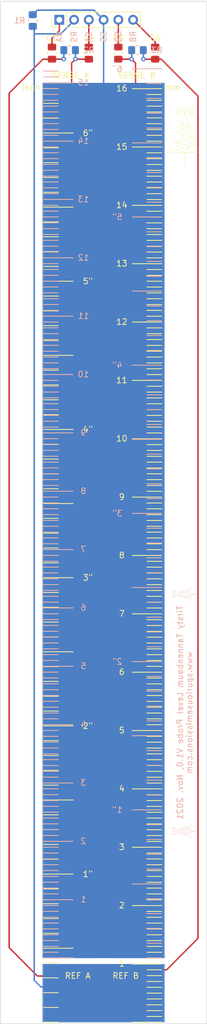
<source format=kicad_pcb>
(kicad_pcb (version 20171130) (host pcbnew "(5.1.12)-1")

  (general
    (thickness 1.6)
    (drawings 528)
    (tracks 58)
    (zones 0)
    (modules 19)
    (nets 11)
  )

  (page A4)
  (layers
    (0 F.Cu signal)
    (31 B.Cu signal)
    (32 B.Adhes user hide)
    (33 F.Adhes user hide)
    (34 B.Paste user hide)
    (35 F.Paste user)
    (36 B.SilkS user)
    (37 F.SilkS user)
    (38 B.Mask user hide)
    (39 F.Mask user hide)
    (40 Dwgs.User user hide)
    (41 Cmts.User user hide)
    (42 Eco1.User user hide)
    (43 Eco2.User user hide)
    (44 Edge.Cuts user)
    (45 Margin user)
    (46 B.CrtYd user hide)
    (47 F.CrtYd user)
    (48 B.Fab user hide)
    (49 F.Fab user hide)
  )

  (setup
    (last_trace_width 0.25)
    (trace_clearance 0.2)
    (zone_clearance 0.508)
    (zone_45_only no)
    (trace_min 0.2)
    (via_size 0.8)
    (via_drill 0.4)
    (via_min_size 0.4)
    (via_min_drill 0.3)
    (uvia_size 0.3)
    (uvia_drill 0.1)
    (uvias_allowed no)
    (uvia_min_size 0.2)
    (uvia_min_drill 0.1)
    (edge_width 0.1)
    (segment_width 0.2)
    (pcb_text_width 0.3)
    (pcb_text_size 1.5 1.5)
    (mod_edge_width 0.15)
    (mod_text_size 1 1)
    (mod_text_width 0.15)
    (pad_size 1.524 1.524)
    (pad_drill 0.762)
    (pad_to_mask_clearance 0)
    (aux_axis_origin 0 0)
    (visible_elements 7FFFFFFF)
    (pcbplotparams
      (layerselection 0x010fc_ffffffff)
      (usegerberextensions false)
      (usegerberattributes true)
      (usegerberadvancedattributes true)
      (creategerberjobfile true)
      (excludeedgelayer true)
      (linewidth 0.100000)
      (plotframeref false)
      (viasonmask false)
      (mode 1)
      (useauxorigin false)
      (hpglpennumber 1)
      (hpglpenspeed 20)
      (hpglpendiameter 15.000000)
      (psnegative false)
      (psa4output false)
      (plotreference true)
      (plotvalue true)
      (plotinvisibletext false)
      (padsonsilk false)
      (subtractmaskfromsilk false)
      (outputformat 1)
      (mirror false)
      (drillshape 1)
      (scaleselection 1)
      (outputdirectory ""))
  )

  (net 0 "")
  (net 1 "Net-(J1-Pad2)")
  (net 2 "Net-(C3-Pad1)")
  (net 3 "Net-(C2-Pad1)")
  (net 4 "Net-(J1-Pad4)")
  (net 5 "Net-(C1-Pad1)")
  (net 6 "Net-(C4-Pad1)")
  (net 7 "Net-(C1-Pad2)")
  (net 8 "Net-(C2-Pad2)")
  (net 9 "Net-(C3-Pad2)")
  (net 10 "Net-(C4-Pad2)")

  (net_class Default "This is the default net class."
    (clearance 0.2)
    (trace_width 0.25)
    (via_dia 0.8)
    (via_drill 0.4)
    (uvia_dia 0.3)
    (uvia_drill 0.1)
    (add_net "Net-(C1-Pad1)")
    (add_net "Net-(C1-Pad2)")
    (add_net "Net-(C2-Pad1)")
    (add_net "Net-(C2-Pad2)")
    (add_net "Net-(C3-Pad1)")
    (add_net "Net-(C3-Pad2)")
    (add_net "Net-(C4-Pad1)")
    (add_net "Net-(C4-Pad2)")
    (add_net "Net-(J1-Pad2)")
    (add_net "Net-(J1-Pad4)")
  )

  (module "prototype probe:Tirsty Tannenbaum Logo 7200 DPI" (layer B.Cu) (tedit 0) (tstamp 6198EC6F)
    (at 100.33 158.75 270)
    (fp_text reference G*** (at 0 0 90) (layer B.SilkS) hide
      (effects (font (size 1.524 1.524) (thickness 0.3)) (justify mirror))
    )
    (fp_text value LOGO (at 0.75 0 90) (layer B.SilkS) hide
      (effects (font (size 1.524 1.524) (thickness 0.3)) (justify mirror))
    )
    (fp_poly (pts (xy 0.069145 -1.961389) (xy 0.077131 -1.962884) (xy 0.089899 -1.965569) (xy 0.099823 -1.968126)
      (xy 0.104967 -1.970048) (xy 0.105172 -1.970212) (xy 0.10458 -1.973776) (xy 0.099639 -1.978939)
      (xy 0.092346 -1.984223) (xy 0.084701 -1.988149) (xy 0.079375 -1.989311) (xy 0.071841 -1.988331)
      (xy 0.060763 -1.986211) (xy 0.054967 -1.984918) (xy 0.042787 -1.981288) (xy 0.037213 -1.977242)
      (xy 0.037801 -1.972048) (xy 0.043329 -1.965694) (xy 0.047891 -1.961815) (xy 0.052405 -1.959913)
      (xy 0.058836 -1.959826) (xy 0.069145 -1.961389)) (layer B.SilkS) (width 0.01))
    (fp_poly (pts (xy 0.026785 -1.862116) (xy 0.026648 -1.86236) (xy 0.028863 -1.864544) (xy 0.037443 -1.867153)
      (xy 0.051718 -1.870044) (xy 0.071019 -1.873078) (xy 0.088195 -1.875338) (xy 0.104029 -1.878118)
      (xy 0.113153 -1.881986) (xy 0.115877 -1.887331) (xy 0.112511 -1.894543) (xy 0.107758 -1.899869)
      (xy 0.099079 -1.907001) (xy 0.093408 -1.907925) (xy 0.091012 -1.904633) (xy 0.087037 -1.902381)
      (xy 0.077157 -1.899664) (xy 0.062491 -1.896688) (xy 0.044159 -1.893661) (xy 0.023278 -1.890789)
      (xy 0.004706 -1.88866) (xy -0.008233 -1.886723) (xy -0.014415 -1.883937) (xy -0.014136 -1.879715)
      (xy -0.007691 -1.87347) (xy -0.004238 -1.870848) (xy 0.00297 -1.866707) (xy 0.011612 -1.863232)
      (xy 0.019753 -1.860953) (xy 0.025456 -1.860404) (xy 0.026785 -1.862116)) (layer B.SilkS) (width 0.01))
    (fp_poly (pts (xy 0.039928 -1.505415) (xy 0.040318 -1.509433) (xy 0.040741 -1.519727) (xy 0.041178 -1.535518)
      (xy 0.041615 -1.556028) (xy 0.042034 -1.580478) (xy 0.04242 -1.608088) (xy 0.042756 -1.638081)
      (xy 0.042821 -1.644809) (xy 0.044097 -1.781494) (xy 0.077611 -1.781862) (xy 0.093293 -1.782274)
      (xy 0.107131 -1.783065) (xy 0.117023 -1.784098) (xy 0.11974 -1.784636) (xy 0.128355 -1.787041)
      (xy 0.118012 -1.796632) (xy 0.106315 -1.804243) (xy 0.09705 -1.805607) (xy 0.090224 -1.805283)
      (xy 0.07767 -1.804755) (xy 0.060712 -1.804075) (xy 0.040673 -1.803297) (xy 0.019403 -1.802494)
      (xy -0.004171 -1.801767) (xy -0.027674 -1.801313) (xy -0.049276 -1.801146) (xy -0.067144 -1.801284)
      (xy -0.077611 -1.80163) (xy -0.107597 -1.803264) (xy -0.094046 -1.79029) (xy -0.080495 -1.777315)
      (xy 0.019403 -1.779713) (xy 0.018026 -1.648921) (xy 0.01665 -1.518129) (xy 0.02748 -1.510418)
      (xy 0.034796 -1.506111) (xy 0.039436 -1.505045) (xy 0.039928 -1.505415)) (layer B.SilkS) (width 0.01))
    (fp_poly (pts (xy -0.045102 -1.451449) (xy -0.024714 -1.452591) (xy -0.001 -1.454345) (xy 0.02482 -1.456592)
      (xy 0.051525 -1.459211) (xy 0.077894 -1.462082) (xy 0.102707 -1.465086) (xy 0.124743 -1.468101)
      (xy 0.142781 -1.471007) (xy 0.155601 -1.473685) (xy 0.156282 -1.473864) (xy 0.166139 -1.4765)
      (xy 0.1554 -1.486788) (xy 0.144662 -1.497076) (xy 0.112018 -1.491262) (xy 0.089848 -1.487336)
      (xy 0.073524 -1.484605) (xy 0.061945 -1.48304) (xy 0.054011 -1.48261) (xy 0.048619 -1.483284)
      (xy 0.04467 -1.485031) (xy 0.04106 -1.487822) (xy 0.039438 -1.489248) (xy 0.033516 -1.494391)
      (xy 0.03242 -1.494894) (xy 0.035711 -1.490816) (xy 0.036732 -1.489604) (xy 0.040288 -1.4841)
      (xy 0.039704 -1.481673) (xy 0.039561 -1.481667) (xy 0.03423 -1.484256) (xy 0.033526 -1.485176)
      (xy 0.028913 -1.489447) (xy 0.023616 -1.492745) (xy 0.018347 -1.495313) (xy 0.018445 -1.494038)
      (xy 0.022201 -1.489672) (xy 0.026306 -1.484307) (xy 0.025519 -1.481608) (xy 0.022884 -1.480373)
      (xy 0.017603 -1.479519) (xy 0.006569 -1.47853) (xy -0.008918 -1.477495) (xy -0.027558 -1.476505)
      (xy -0.042214 -1.475871) (xy -0.064822 -1.474865) (xy -0.08114 -1.473831) (xy -0.091934 -1.472678)
      (xy -0.097969 -1.471314) (xy -0.10001 -1.469649) (xy -0.099928 -1.468992) (xy -0.094699 -1.462659)
      (xy -0.085381 -1.456514) (xy -0.074774 -1.452253) (xy -0.071017 -1.451485) (xy -0.060943 -1.45104)
      (xy -0.045102 -1.451449)) (layer B.SilkS) (width 0.01))
    (fp_poly (pts (xy -0.089346 -1.344115) (xy -0.089643 -1.346297) (xy -0.088899 -1.349707) (xy -0.08251 -1.351065)
      (xy -0.079204 -1.351139) (xy -0.070766 -1.351877) (xy -0.057428 -1.353873) (xy -0.04117 -1.356806)
      (xy -0.02728 -1.359633) (xy 0.000246 -1.365239) (xy 0.026265 -1.36984) (xy 0.05319 -1.373806)
      (xy 0.083428 -1.377507) (xy 0.102306 -1.37956) (xy 0.122364 -1.381705) (xy 0.136224 -1.383453)
      (xy 0.1447 -1.385165) (xy 0.14861 -1.387201) (xy 0.14877 -1.389921) (xy 0.145994 -1.393688)
      (xy 0.142547 -1.397343) (xy 0.135464 -1.403751) (xy 0.129949 -1.407056) (xy 0.128986 -1.407188)
      (xy 0.124341 -1.406664) (xy 0.113984 -1.405477) (xy 0.099214 -1.403777) (xy 0.081327 -1.401713)
      (xy 0.070464 -1.400458) (xy 0.045337 -1.397476) (xy 0.024944 -1.394818) (xy 0.006998 -1.392107)
      (xy -0.010789 -1.388967) (xy -0.030704 -1.385022) (xy -0.055034 -1.379897) (xy -0.056444 -1.379595)
      (xy -0.073192 -1.376378) (xy -0.089421 -1.373893) (xy -0.102516 -1.372517) (xy -0.106507 -1.372361)
      (xy -0.119142 -1.37125) (xy -0.125078 -1.367977) (xy -0.124354 -1.362472) (xy -0.117011 -1.354666)
      (xy -0.11668 -1.354389) (xy -0.107666 -1.348069) (xy -0.099058 -1.343937) (xy -0.092427 -1.342462)
      (xy -0.089346 -1.344115)) (layer B.SilkS) (width 0.01))
    (fp_poly (pts (xy 0.13034 2.003399) (xy 0.134582 2.002577) (xy 0.135794 2.000977) (xy 0.13498 1.998479)
      (xy 0.13424 1.997066) (xy 0.129892 1.991313) (xy 0.126876 1.989667) (xy 0.123572 1.986977)
      (xy 0.123472 1.98613) (xy 0.121686 1.982131) (xy 0.11672 1.973127) (xy 0.10916 1.960077)
      (xy 0.099594 1.94394) (xy 0.088609 1.925677) (xy 0.076793 1.906247) (xy 0.064732 1.88661)
      (xy 0.053014 1.867725) (xy 0.042226 1.850553) (xy 0.032956 1.836052) (xy 0.02579 1.825182)
      (xy 0.021315 1.818904) (xy 0.020703 1.818182) (xy 0.018206 1.815391) (xy 0.016254 1.812489)
      (xy 0.014808 1.808669) (xy 0.013832 1.803126) (xy 0.013288 1.795054) (xy 0.013138 1.783645)
      (xy 0.013344 1.768095) (xy 0.01387 1.747598) (xy 0.014677 1.721346) (xy 0.015292 1.702153)
      (xy 0.018236 1.61043) (xy 0.037848 1.571625) (xy 0.046589 1.554711) (xy 0.057679 1.533819)
      (xy 0.069963 1.511094) (xy 0.082286 1.488682) (xy 0.088172 1.478139) (xy 0.09863 1.459166)
      (xy 0.111342 1.435545) (xy 0.125425 1.40895) (xy 0.139997 1.381054) (xy 0.154176 1.353529)
      (xy 0.162215 1.337716) (xy 0.192803 1.279202) (xy 0.223489 1.224821) (xy 0.255094 1.173394)
      (xy 0.288445 1.123744) (xy 0.324363 1.074693) (xy 0.363673 1.025063) (xy 0.407199 0.973677)
      (xy 0.451731 0.923775) (xy 0.482162 0.890218) (xy 0.507847 0.86154) (xy 0.528946 0.837551)
      (xy 0.54562 0.818061) (xy 0.55803 0.802879) (xy 0.566337 0.791816) (xy 0.570701 0.784679)
      (xy 0.5715 0.78204) (xy 0.56863 0.776602) (xy 0.561663 0.771214) (xy 0.561092 0.77091)
      (xy 0.550877 0.767902) (xy 0.534814 0.765999) (xy 0.514015 0.765146) (xy 0.489593 0.765288)
      (xy 0.462657 0.76637) (xy 0.434322 0.768338) (xy 0.405698 0.771137) (xy 0.377897 0.774711)
      (xy 0.352031 0.779005) (xy 0.337764 0.781936) (xy 0.319781 0.78575) (xy 0.307494 0.787675)
      (xy 0.299787 0.787668) (xy 0.295547 0.785688) (xy 0.293659 0.781692) (xy 0.293409 0.780263)
      (xy 0.294312 0.773172) (xy 0.29793 0.760661) (xy 0.303893 0.743658) (xy 0.311832 0.723089)
      (xy 0.321379 0.699882) (xy 0.332164 0.674963) (xy 0.343818 0.649259) (xy 0.354764 0.62618)
      (xy 0.369554 0.597118) (xy 0.388015 0.563191) (xy 0.409646 0.525226) (xy 0.433946 0.484049)
      (xy 0.460413 0.440485) (xy 0.488547 0.395359) (xy 0.517846 0.349498) (xy 0.547808 0.303726)
      (xy 0.576446 0.261055) (xy 0.611222 0.210324) (xy 0.643079 0.164818) (xy 0.67269 0.123692)
      (xy 0.700724 0.086098) (xy 0.727854 0.051187) (xy 0.754751 0.018114) (xy 0.782087 -0.013971)
      (xy 0.810532 -0.045913) (xy 0.840759 -0.078562) (xy 0.868771 -0.107934) (xy 0.885275 -0.125416)
      (xy 0.896662 -0.138867) (xy 0.90266 -0.148798) (xy 0.902999 -0.155719) (xy 0.897406 -0.16014)
      (xy 0.885612 -0.16257) (xy 0.867346 -0.163519) (xy 0.842335 -0.163498) (xy 0.839257 -0.16346)
      (xy 0.817335 -0.16292) (xy 0.795917 -0.161802) (xy 0.773709 -0.159965) (xy 0.749421 -0.157272)
      (xy 0.721762 -0.153582) (xy 0.68944 -0.148757) (xy 0.661459 -0.144326) (xy 0.630668 -0.139602)
      (xy 0.605999 -0.136405) (xy 0.586692 -0.134703) (xy 0.571987 -0.134465) (xy 0.561125 -0.135661)
      (xy 0.553344 -0.13826) (xy 0.550716 -0.139829) (xy 0.545654 -0.144452) (xy 0.543644 -0.150466)
      (xy 0.543907 -0.160473) (xy 0.544057 -0.162088) (xy 0.546605 -0.173954) (xy 0.551763 -0.188858)
      (xy 0.558267 -0.203348) (xy 0.5663 -0.218154) (xy 0.577941 -0.238219) (xy 0.592829 -0.26297)
      (xy 0.610603 -0.291831) (xy 0.630899 -0.324231) (xy 0.653358 -0.359596) (xy 0.677617 -0.397351)
      (xy 0.703315 -0.436923) (xy 0.73009 -0.477738) (xy 0.754041 -0.513907) (xy 0.788582 -0.565445)
      (xy 0.819987 -0.61144) (xy 0.848678 -0.652444) (xy 0.875074 -0.689009) (xy 0.899595 -0.721685)
      (xy 0.922661 -0.751025) (xy 0.944691 -0.777581) (xy 0.966106 -0.801904) (xy 0.987324 -0.824545)
      (xy 1.001023 -0.838436) (xy 1.010951 -0.848176) (xy 1.021155 -0.857873) (xy 1.032256 -0.868058)
      (xy 1.044871 -0.879263) (xy 1.059619 -0.892023) (xy 1.077119 -0.906869) (xy 1.097989 -0.924334)
      (xy 1.122847 -0.944951) (xy 1.152313 -0.969252) (xy 1.166117 -0.980607) (xy 1.190635 -1.001154)
      (xy 1.211561 -1.019484) (xy 1.228494 -1.035206) (xy 1.241033 -1.047933) (xy 1.248778 -1.057274)
      (xy 1.251328 -1.062842) (xy 1.25124 -1.063322) (xy 1.247051 -1.065442) (xy 1.23723 -1.066334)
      (xy 1.22909 -1.066202) (xy 1.220138 -1.065778) (xy 1.205269 -1.065054) (xy 1.185612 -1.064086)
      (xy 1.162296 -1.06293) (xy 1.13645 -1.061643) (xy 1.109205 -1.060279) (xy 1.105959 -1.060116)
      (xy 1.046098 -1.057182) (xy 0.992252 -1.05471) (xy 0.943396 -1.052677) (xy 0.898504 -1.051057)
      (xy 0.856553 -1.049827) (xy 0.816517 -1.048961) (xy 0.777372 -1.048436) (xy 0.738094 -1.048227)
      (xy 0.697658 -1.048309) (xy 0.655038 -1.048659) (xy 0.635 -1.048895) (xy 0.598772 -1.049421)
      (xy 0.562021 -1.050074) (xy 0.525922 -1.050825) (xy 0.491651 -1.051644) (xy 0.460385 -1.052503)
      (xy 0.433299 -1.053372) (xy 0.411569 -1.054223) (xy 0.403931 -1.054588) (xy 0.348799 -1.056914)
      (xy 0.289056 -1.058494) (xy 0.227108 -1.059299) (xy 0.165361 -1.059297) (xy 0.106223 -1.058461)
      (xy 0.10068 -1.058334) (xy 0.026735 -1.05657) (xy 0.028839 -1.331736) (xy 0.020593 -1.339149)
      (xy 0.016097 -1.343218) (xy 0.012466 -1.346102) (xy 0.009603 -1.347199) (xy 0.00741 -1.345908)
      (xy 0.00579 -1.341625) (xy 0.004645 -1.33375) (xy 0.003878 -1.32168) (xy 0.00339 -1.304813)
      (xy 0.003084 -1.282547) (xy 0.002864 -1.254279) (xy 0.002695 -1.228757) (xy 0.002494 -1.198612)
      (xy 0.002308 -1.169519) (xy 0.002143 -1.142532) (xy 0.002004 -1.118709) (xy 0.001898 -1.099107)
      (xy 0.001832 -1.084782) (xy 0.001813 -1.078573) (xy 0.001517 -1.064381) (xy 0.000565 -1.056187)
      (xy -0.001235 -1.052947) (xy -0.002893 -1.052981) (xy -0.007486 -1.053551) (xy -0.018213 -1.054294)
      (xy -0.034154 -1.055163) (xy -0.054393 -1.056113) (xy -0.07801 -1.0571) (xy -0.104088 -1.058078)
      (xy -0.112254 -1.058362) (xy -0.145583 -1.059403) (xy -0.175987 -1.060099) (xy -0.204748 -1.060434)
      (xy -0.233144 -1.06039) (xy -0.262458 -1.05995) (xy -0.293969 -1.059096) (xy -0.328957 -1.05781)
      (xy -0.368702 -1.056076) (xy -0.40393 -1.054396) (xy -0.422899 -1.053604) (xy -0.447747 -1.052777)
      (xy -0.477299 -1.051945) (xy -0.510378 -1.051134) (xy -0.545808 -1.050372) (xy -0.582414 -1.049689)
      (xy -0.61902 -1.049111) (xy -0.635 -1.048895) (xy -0.678927 -1.048434) (xy -0.720213 -1.048229)
      (xy -0.759882 -1.048305) (xy -0.79896 -1.048686) (xy -0.838471 -1.049396) (xy -0.879439 -1.05046)
      (xy -0.922889 -1.051903) (xy -0.969845 -1.053748) (xy -1.021333 -1.056021) (xy -1.078377 -1.058745)
      (xy -1.105958 -1.060116) (xy -1.133294 -1.061485) (xy -1.159362 -1.062784) (xy -1.183035 -1.063958)
      (xy -1.203181 -1.064951) (xy -1.218673 -1.065707) (xy -1.22838 -1.06617) (xy -1.22909 -1.066202)
      (xy -1.242409 -1.066116) (xy -1.24995 -1.06447) (xy -1.25131 -1.063111) (xy -1.249499 -1.058092)
      (xy -1.242101 -1.049024) (xy -1.239307 -1.046199) (xy -1.226317 -1.046199) (xy -1.224873 -1.04644)
      (xy -1.22017 -1.045463) (xy -1.209906 -1.044379) (xy -1.195569 -1.043317) (xy -1.17865 -1.042406)
      (xy -1.177778 -1.042367) (xy -1.159284 -1.041529) (xy -1.136 -1.040435) (xy -1.110181 -1.039192)
      (xy -1.084083 -1.037909) (xy -1.067153 -1.037059) (xy -0.971595 -1.032605) (xy -0.882121 -1.029258)
      (xy -0.797847 -1.027008) (xy -0.717889 -1.025848) (xy -0.641364 -1.025766) (xy -0.567389 -1.026755)
      (xy -0.49508 -1.028804) (xy -0.451555 -1.030564) (xy -0.422002 -1.031703) (xy -0.387105 -1.032731)
      (xy -0.348578 -1.033618) (xy -0.308132 -1.034332) (xy -0.26748 -1.034842) (xy -0.228334 -1.035116)
      (xy -0.201083 -1.035149) (xy -0.167134 -1.035091) (xy -0.132953 -1.035038) (xy -0.099744 -1.034991)
      (xy -0.068711 -1.034952) (xy -0.041058 -1.034922) (xy -0.017991 -1.034902) (xy -0.000712 -1.034895)
      (xy 0 -1.034895) (xy 0.016947 -1.034902) (xy 0.039746 -1.03492) (xy 0.067191 -1.03495)
      (xy 0.098079 -1.034989) (xy 0.131206 -1.035036) (xy 0.165366 -1.035088) (xy 0.199356 -1.035146)
      (xy 0.201084 -1.035149) (xy 0.237985 -1.035071) (xy 0.277673 -1.034735) (xy 0.318435 -1.034171)
      (xy 0.358557 -1.033411) (xy 0.396329 -1.032486) (xy 0.430038 -1.031427) (xy 0.451556 -1.030568)
      (xy 0.523722 -1.027869) (xy 0.597078 -1.026238) (xy 0.672505 -1.025682) (xy 0.750882 -1.026213)
      (xy 0.83309 -1.027839) (xy 0.920009 -1.03057) (xy 1.012519 -1.034414) (xy 1.067153 -1.037059)
      (xy 1.092135 -1.038308) (xy 1.118388 -1.03959) (xy 1.143657 -1.040798) (xy 1.165686 -1.041824)
      (xy 1.177778 -1.042367) (xy 1.194739 -1.043248) (xy 1.209146 -1.044253) (xy 1.219525 -1.045263)
      (xy 1.224404 -1.046156) (xy 1.224481 -1.046198) (xy 1.226126 -1.045328) (xy 1.225486 -1.042645)
      (xy 1.224564 -1.040971) (xy 1.222614 -1.038588) (xy 1.219201 -1.03512) (xy 1.213889 -1.030194)
      (xy 1.206244 -1.023433) (xy 1.195828 -1.014465) (xy 1.182207 -1.002913) (xy 1.164945 -0.988404)
      (xy 1.143606 -0.970562) (xy 1.117755 -0.949014) (xy 1.086956 -0.923383) (xy 1.083028 -0.920117)
      (xy 1.034399 -0.877871) (xy 0.988326 -0.833991) (xy 0.944098 -0.787649) (xy 0.901006 -0.738017)
      (xy 0.858338 -0.684269) (xy 0.815385 -0.625577) (xy 0.771437 -0.561115) (xy 0.760446 -0.54436)
      (xy 0.732433 -0.501358) (xy 0.709258 -0.5232) (xy 0.692069 -0.538664) (xy 0.675008 -0.552265)
      (xy 0.657216 -0.564407) (xy 0.637835 -0.575495) (xy 0.616006 -0.585931) (xy 0.59087 -0.59612)
      (xy 0.561568 -0.606465) (xy 0.527242 -0.61737) (xy 0.487033 -0.62924) (xy 0.478601 -0.631653)
      (xy 0.457345 -0.637897) (xy 0.43079 -0.64599) (xy 0.400315 -0.655496) (xy 0.367297 -0.665978)
      (xy 0.333114 -0.677001) (xy 0.299142 -0.688126) (xy 0.273403 -0.696687) (xy 0.219738 -0.714508)
      (xy 0.171526 -0.730126) (xy 0.127625 -0.743854) (xy 0.086897 -0.756004) (xy 0.048201 -0.766889)
      (xy 0.010398 -0.776822) (xy -0.027653 -0.786116) (xy -0.06709 -0.795084) (xy -0.109055 -0.804038)
      (xy -0.142875 -0.810934) (xy -0.248378 -0.829932) (xy -0.350348 -0.843912) (xy -0.448441 -0.852842)
      (xy -0.54231 -0.856686) (xy -0.610305 -0.856196) (xy -0.647936 -0.854683) (xy -0.682433 -0.852331)
      (xy -0.715906 -0.848896) (xy -0.750467 -0.844135) (xy -0.788225 -0.837806) (xy -0.81742 -0.832364)
      (xy -0.839885 -0.828162) (xy -0.863236 -0.823999) (xy -0.885127 -0.820279) (xy -0.903213 -0.817407)
      (xy -0.907909 -0.81672) (xy -0.922756 -0.814492) (xy -0.93477 -0.812456) (xy -0.94238 -0.810892)
      (xy -0.944218 -0.810264) (xy -0.942752 -0.807312) (xy -0.937262 -0.8017) (xy -0.934354 -0.799156)
      (xy -0.929725 -0.795569) (xy -0.924963 -0.793043) (xy -0.919117 -0.791617) (xy -0.911238 -0.791331)
      (xy -0.900372 -0.792223) (xy -0.885571 -0.79433) (xy -0.865882 -0.797692) (xy -0.840356 -0.802347)
      (xy -0.836083 -0.803138) (xy -0.796307 -0.810442) (xy -0.762354 -0.816493) (xy -0.733127 -0.821406)
      (xy -0.707529 -0.825297) (xy -0.684462 -0.828283) (xy -0.662828 -0.830479) (xy -0.641529 -0.832001)
      (xy -0.619468 -0.832965) (xy -0.595548 -0.833486) (xy -0.56867 -0.833682) (xy -0.546805 -0.833685)
      (xy -0.452143 -0.831287) (xy -0.356373 -0.824328) (xy -0.258971 -0.81271) (xy -0.159415 -0.796337)
      (xy -0.057181 -0.775113) (xy 0.048254 -0.74894) (xy 0.157412 -0.717723) (xy 0.26282 -0.684048)
      (xy 0.297554 -0.672543) (xy 0.334529 -0.660501) (xy 0.372221 -0.648404) (xy 0.409108 -0.636734)
      (xy 0.443669 -0.625974) (xy 0.474382 -0.616605) (xy 0.496484 -0.610049) (xy 0.540627 -0.596825)
      (xy 0.578372 -0.584669) (xy 0.610258 -0.573349) (xy 0.63682 -0.562635) (xy 0.658598 -0.552297)
      (xy 0.676127 -0.542105) (xy 0.689947 -0.531828) (xy 0.698704 -0.523378) (xy 0.70376 -0.517419)
      (xy 0.704016 -0.515486) (xy 0.700672 -0.516326) (xy 0.694941 -0.518193) (xy 0.683918 -0.52162)
      (xy 0.66907 -0.526155) (xy 0.651868 -0.531348) (xy 0.647755 -0.532581) (xy 0.611168 -0.543261)
      (xy 0.577552 -0.552355) (xy 0.546183 -0.559856) (xy 0.516336 -0.565762) (xy 0.48729 -0.570066)
      (xy 0.45832 -0.572766) (xy 0.428702 -0.573855) (xy 0.397713 -0.573331) (xy 0.364629 -0.571188)
      (xy 0.328728 -0.567422) (xy 0.289285 -0.562028) (xy 0.245576 -0.555002) (xy 0.196879 -0.546339)
      (xy 0.142469 -0.536035) (xy 0.107609 -0.529226) (xy 0.075183 -0.522877) (xy 0.038012 -0.51566)
      (xy -0.001712 -0.507995) (xy -0.041797 -0.500305) (xy -0.080052 -0.493012) (xy -0.112889 -0.486799)
      (xy -0.17938 -0.474056) (xy -0.23931 -0.46206) (xy -0.293118 -0.450674) (xy -0.341242 -0.439761)
      (xy -0.384121 -0.429184) (xy -0.422193 -0.418806) (xy -0.455898 -0.40849) (xy -0.485674 -0.398099)
      (xy -0.51196 -0.387495) (xy -0.535194 -0.376542) (xy -0.555816 -0.365103) (xy -0.574263 -0.35304)
      (xy -0.590975 -0.340216) (xy -0.596194 -0.335785) (xy -0.604228 -0.328798) (xy -0.555513 -0.328798)
      (xy -0.546749 -0.335899) (xy -0.535301 -0.343585) (xy -0.518711 -0.352624) (xy -0.498577 -0.36228)
      (xy -0.476495 -0.371813) (xy -0.454063 -0.380486) (xy -0.439208 -0.385586) (xy -0.412277 -0.393905)
      (xy -0.383205 -0.402143) (xy -0.351358 -0.410445) (xy -0.316108 -0.418954) (xy -0.276821 -0.427814)
      (xy -0.232866 -0.437169) (xy -0.183613 -0.447163) (xy -0.128429 -0.45794) (xy -0.088194 -0.465601)
      (xy -0.05328 -0.472223) (xy -0.013753 -0.479775) (xy 0.028076 -0.487811) (xy 0.069899 -0.495888)
      (xy 0.109407 -0.50356) (xy 0.142423 -0.510015) (xy 0.188901 -0.519045) (xy 0.229312 -0.526656)
      (xy 0.264475 -0.532962) (xy 0.295209 -0.538075) (xy 0.322336 -0.542108) (xy 0.346674 -0.545175)
      (xy 0.369044 -0.547388) (xy 0.390264 -0.54886) (xy 0.411155 -0.549705) (xy 0.432537 -0.550035)
      (xy 0.432684 -0.550036) (xy 0.462287 -0.549846) (xy 0.487067 -0.548855) (xy 0.509228 -0.546918)
      (xy 0.530972 -0.543887) (xy 0.53499 -0.543218) (xy 0.553564 -0.539685) (xy 0.574825 -0.535028)
      (xy 0.597776 -0.529529) (xy 0.62142 -0.523471) (xy 0.644761 -0.517138) (xy 0.666802 -0.510811)
      (xy 0.686545 -0.504774) (xy 0.702995 -0.49931) (xy 0.715153 -0.494701) (xy 0.722024 -0.491229)
      (xy 0.723195 -0.489825) (xy 0.721301 -0.486127) (xy 0.716036 -0.477583) (xy 0.708025 -0.465164)
      (xy 0.697894 -0.449839) (xy 0.686617 -0.433095) (xy 0.672019 -0.411272) (xy 0.655623 -0.386205)
      (xy 0.638056 -0.358896) (xy 0.619938 -0.330348) (xy 0.601896 -0.301561) (xy 0.584552 -0.273539)
      (xy 0.568529 -0.247282) (xy 0.554452 -0.223793) (xy 0.542944 -0.204074) (xy 0.534629 -0.189126)
      (xy 0.533911 -0.187768) (xy 0.524373 -0.166764) (xy 0.519101 -0.148549) (xy 0.518264 -0.133968)
      (xy 0.521283 -0.124882) (xy 0.528433 -0.118624) (xy 0.540229 -0.114712) (xy 0.557085 -0.113134)
      (xy 0.579417 -0.11388) (xy 0.607638 -0.116938) (xy 0.638048 -0.121594) (xy 0.687313 -0.129397)
      (xy 0.730903 -0.135191) (xy 0.769873 -0.13909) (xy 0.805277 -0.141207) (xy 0.825721 -0.141672)
      (xy 0.848513 -0.141706) (xy 0.86458 -0.140986) (xy 0.874252 -0.138906) (xy 0.877858 -0.134862)
      (xy 0.875728 -0.128246) (xy 0.868192 -0.118454) (xy 0.855578 -0.104878) (xy 0.849278 -0.098349)
      (xy 0.816466 -0.063585) (xy 0.782212 -0.025713) (xy 0.747855 0.0137) (xy 0.714738 0.053089)
      (xy 0.684202 0.090885) (xy 0.657804 0.125236) (xy 0.634328 0.15744) (xy 0.608662 0.193837)
      (xy 0.581351 0.233579) (xy 0.552937 0.275814) (xy 0.523967 0.319691) (xy 0.494982 0.364362)
      (xy 0.466528 0.408975) (xy 0.439147 0.45268) (xy 0.413386 0.494626) (xy 0.389786 0.533965)
      (xy 0.368893 0.569844) (xy 0.35125 0.601414) (xy 0.341832 0.619125) (xy 0.331138 0.640487)
      (xy 0.320072 0.663865) (xy 0.309061 0.688223) (xy 0.298532 0.712526) (xy 0.288915 0.73574)
      (xy 0.280638 0.756829) (xy 0.274127 0.774758) (xy 0.269812 0.788492) (xy 0.26812 0.796996)
      (xy 0.268111 0.797405) (xy 0.270419 0.805817) (xy 0.277571 0.810039) (xy 0.289911 0.810155)
      (xy 0.30619 0.806695) (xy 0.335392 0.80012) (xy 0.370448 0.794737) (xy 0.410235 0.790679)
      (xy 0.453631 0.788084) (xy 0.462845 0.787745) (xy 0.490678 0.787116) (xy 0.512129 0.787339)
      (xy 0.52783 0.788504) (xy 0.538415 0.790697) (xy 0.544514 0.794007) (xy 0.546761 0.798521)
      (xy 0.546806 0.799402) (xy 0.544418 0.804218) (xy 0.537468 0.813749) (xy 0.52628 0.827616)
      (xy 0.511175 0.845443) (xy 0.492476 0.86685) (xy 0.470504 0.891461) (xy 0.445583 0.918896)
      (xy 0.435788 0.929569) (xy 0.399613 0.969538) (xy 0.366497 1.007452) (xy 0.33707 1.042567)
      (xy 0.311961 1.074139) (xy 0.300693 1.089082) (xy 0.289371 1.104772) (xy 0.275955 1.123896)
      (xy 0.261233 1.145277) (xy 0.245995 1.167738) (xy 0.23103 1.1901) (xy 0.217126 1.211186)
      (xy 0.205074 1.22982) (xy 0.195661 1.244822) (xy 0.190506 1.253518) (xy 0.178932 1.274078)
      (xy 0.168385 1.252102) (xy 0.158112 1.235136) (xy 0.143176 1.216309) (xy 0.125069 1.197204)
      (xy 0.105285 1.179405) (xy 0.086431 1.165235) (xy 0.042722 1.139748) (xy -0.005808 1.118525)
      (xy -0.058148 1.101855) (xy -0.113292 1.090024) (xy -0.17023 1.083322) (xy -0.205492 1.081874)
      (xy -0.227122 1.081382) (xy -0.243365 1.080503) (xy -0.253677 1.079281) (xy -0.257515 1.077759)
      (xy -0.257527 1.07766) (xy -0.255413 1.072043) (xy -0.249622 1.062195) (xy -0.240985 1.049314)
      (xy -0.230331 1.034599) (xy -0.218492 1.019246) (xy -0.209018 1.007659) (xy -0.189341 0.986313)
      (xy -0.16437 0.962472) (xy -0.135077 0.936883) (xy -0.102435 0.91029) (xy -0.067418 0.883438)
      (xy -0.030998 0.857072) (xy 0.005851 0.831938) (xy 0.042155 0.80878) (xy 0.076943 0.788343)
      (xy 0.078695 0.787367) (xy 0.098457 0.776808) (xy 0.121404 0.765186) (xy 0.14421 0.754161)
      (xy 0.15807 0.747792) (xy 0.177128 0.739173) (xy 0.199889 0.728701) (xy 0.223707 0.717602)
      (xy 0.245937 0.707102) (xy 0.24935 0.705473) (xy 0.266513 0.697422) (xy 0.281359 0.690747)
      (xy 0.292771 0.685928) (xy 0.299632 0.683445) (xy 0.301099 0.683275) (xy 0.303793 0.681946)
      (xy 0.306912 0.677342) (xy 0.309127 0.670134) (xy 0.305905 0.664009) (xy 0.305728 0.663811)
      (xy 0.301526 0.657255) (xy 0.296466 0.646813) (xy 0.293445 0.639428) (xy 0.28393 0.617678)
      (xy 0.272355 0.598386) (xy 0.257285 0.579441) (xy 0.24113 0.562502) (xy 0.2101 0.535379)
      (xy 0.172327 0.5087) (xy 0.128121 0.482631) (xy 0.077788 0.457338) (xy 0.021637 0.432987)
      (xy -0.040024 0.409745) (xy -0.045861 0.407704) (xy -0.112364 0.386872) (xy -0.17509 0.371935)
      (xy -0.234128 0.362887) (xy -0.289569 0.359719) (xy -0.341501 0.362425) (xy -0.390014 0.370999)
      (xy -0.417798 0.379051) (xy -0.429906 0.38295) (xy -0.439076 0.385588) (xy -0.443586 0.386475)
      (xy -0.443763 0.38642) (xy -0.442391 0.383157) (xy -0.436661 0.376216) (xy -0.427538 0.366551)
      (xy -0.415984 0.355116) (xy -0.402964 0.342865) (xy -0.389442 0.330752) (xy -0.376428 0.31977)
      (xy -0.334443 0.28817) (xy -0.287301 0.25707) (xy -0.236877 0.227531) (xy -0.185048 0.200614)
      (xy -0.133689 0.177381) (xy -0.104069 0.16572) (xy -0.056208 0.149146) (xy -0.005375 0.133584)
      (xy 0.047538 0.119189) (xy 0.101642 0.10612) (xy 0.156043 0.094531) (xy 0.209853 0.08458)
      (xy 0.262178 0.076423) (xy 0.31213 0.070216) (xy 0.358815 0.066115) (xy 0.401344 0.064277)
      (xy 0.438825 0.064859) (xy 0.460375 0.066646) (xy 0.48741 0.070451) (xy 0.515565 0.075542)
      (xy 0.543578 0.081592) (xy 0.570188 0.088275) (xy 0.594132 0.095262) (xy 0.61415 0.102226)
      (xy 0.62898 0.108841) (xy 0.633555 0.111569) (xy 0.64095 0.116182) (xy 0.64519 0.118043)
      (xy 0.645584 0.117828) (xy 0.643346 0.112656) (xy 0.637349 0.103706) (xy 0.62866 0.092341)
      (xy 0.618351 0.079925) (xy 0.607491 0.067821) (xy 0.601402 0.061521) (xy 0.568375 0.032045)
      (xy 0.530061 0.004077) (xy 0.494639 -0.017541) (xy 0.462061 -0.034847) (xy 0.423622 -0.053687)
      (xy 0.380255 -0.073695) (xy 0.332894 -0.094505) (xy 0.282473 -0.11575) (xy 0.229924 -0.137065)
      (xy 0.176181 -0.158084) (xy 0.122178 -0.17844) (xy 0.068849 -0.197767) (xy 0.017127 -0.215699)
      (xy -0.032055 -0.23187) (xy -0.077763 -0.245914) (xy -0.112889 -0.255825) (xy -0.163777 -0.268625)
      (xy -0.218546 -0.280867) (xy -0.275355 -0.29222) (xy -0.332359 -0.302349) (xy -0.387719 -0.310921)
      (xy -0.439591 -0.317603) (xy -0.472722 -0.320967) (xy -0.491803 -0.322669) (xy -0.510342 -0.324362)
      (xy -0.526108 -0.32584) (xy -0.536166 -0.326824) (xy -0.555513 -0.328798) (xy -0.604228 -0.328798)
      (xy -0.608541 -0.325048) (xy -0.598974 -0.315314) (xy -0.592237 -0.309189) (xy -0.587227 -0.307681)
      (xy -0.581115 -0.310021) (xy -0.580573 -0.310309) (xy -0.572199 -0.313094) (xy -0.56721 -0.311283)
      (xy -0.562263 -0.309743) (xy -0.551604 -0.307969) (xy -0.536565 -0.306135) (xy -0.518481 -0.304412)
      (xy -0.508 -0.303596) (xy -0.411026 -0.294292) (xy -0.312726 -0.280376) (xy -0.214814 -0.262187)
      (xy -0.119005 -0.24006) (xy -0.027015 -0.214331) (xy 0.014111 -0.20119) (xy 0.046413 -0.190183)
      (xy 0.082624 -0.177424) (xy 0.121329 -0.163443) (xy 0.161117 -0.14877) (xy 0.200572 -0.133931)
      (xy 0.238283 -0.119458) (xy 0.272834 -0.105879) (xy 0.302813 -0.093723) (xy 0.315736 -0.088305)
      (xy 0.36827 -0.065602) (xy 0.414486 -0.04483) (xy 0.454784 -0.025767) (xy 0.489566 -0.008195)
      (xy 0.519233 0.008107) (xy 0.544186 0.02336) (xy 0.564826 0.037784) (xy 0.581554 0.051598)
      (xy 0.594605 0.064833) (xy 0.602256 0.073904) (xy 0.607421 0.08066) (xy 0.608983 0.083637)
      (xy 0.605325 0.083223) (xy 0.597297 0.080918) (xy 0.592335 0.079238) (xy 0.53448 0.061541)
      (xy 0.477323 0.049907) (xy 0.418741 0.043929) (xy 0.40331 0.043262) (xy 0.364403 0.04305)
      (xy 0.323471 0.044935) (xy 0.279665 0.049017) (xy 0.232134 0.055401) (xy 0.180027 0.064189)
      (xy 0.122494 0.075484) (xy 0.103303 0.079536) (xy 0.015983 0.100312) (xy -0.065067 0.123908)
      (xy -0.140096 0.150443) (xy -0.20935 0.180035) (xy -0.273078 0.212802) (xy -0.331529 0.248862)
      (xy -0.384948 0.288333) (xy -0.433586 0.331334) (xy -0.441607 0.339213) (xy -0.482811 0.38033)
      (xy -0.492381 0.365672) (xy -0.507634 0.342587) (xy -0.525224 0.316436) (xy -0.544536 0.288093)
      (xy -0.564957 0.258434) (xy -0.585871 0.228335) (xy -0.606666 0.19867) (xy -0.626727 0.170314)
      (xy -0.64544 0.144144) (xy -0.662191 0.121034) (xy -0.676365 0.10186) (xy -0.687349 0.087497)
      (xy -0.689111 0.085276) (xy -0.714396 0.054249) (xy -0.741804 0.021627) (xy -0.770088 -0.011165)
      (xy -0.798002 -0.042704) (xy -0.824302 -0.071565) (xy -0.847741 -0.096324) (xy -0.849675 -0.098309)
      (xy -0.861692 -0.110814) (xy -0.871679 -0.121582) (xy -0.87871 -0.129589) (xy -0.881861 -0.133809)
      (xy -0.881944 -0.134092) (xy -0.880183 -0.137076) (xy -0.874405 -0.139207) (xy -0.863864 -0.140579)
      (xy -0.847818 -0.141286) (xy -0.825521 -0.141421) (xy -0.823927 -0.141413) (xy -0.791466 -0.140456)
      (xy -0.756299 -0.137866) (xy -0.71734 -0.133527) (xy -0.673504 -0.127325) (xy -0.638048 -0.121594)
      (xy -0.604235 -0.116489) (xy -0.576681 -0.113685) (xy -0.554972 -0.113194) (xy -0.538692 -0.115027)
      (xy -0.527427 -0.119197) (xy -0.521283 -0.124882) (xy -0.51879 -0.133757) (xy -0.519286 -0.146779)
      (xy -0.522525 -0.161823) (xy -0.526928 -0.173891) (xy -0.532719 -0.185464) (xy -0.542151 -0.20237)
      (xy -0.554908 -0.224101) (xy -0.570671 -0.250151) (xy -0.589125 -0.280011) (xy -0.609951 -0.313175)
      (xy -0.632833 -0.349135) (xy -0.657452 -0.387385) (xy -0.683493 -0.427415) (xy -0.710637 -0.468721)
      (xy -0.722626 -0.486834) (xy -0.760756 -0.543796) (xy -0.79572 -0.594935) (xy -0.827769 -0.640599)
      (xy -0.857155 -0.681136) (xy -0.884131 -0.716894) (xy -0.908947 -0.748222) (xy -0.92787 -0.770859)
      (xy -0.94966 -0.795001) (xy -0.975771 -0.821932) (xy -1.004801 -0.850313) (xy -1.035349 -0.878804)
      (xy -1.066014 -0.906067) (xy -1.093796 -0.929461) (xy -1.125833 -0.955658) (xy -1.152689 -0.977769)
      (xy -1.17471 -0.99609) (xy -1.192242 -1.010918) (xy -1.205633 -1.022549) (xy -1.215229 -1.031281)
      (xy -1.221377 -1.037411) (xy -1.224423 -1.041236) (xy -1.224539 -1.041442) (xy -1.226317 -1.046199)
      (xy -1.239307 -1.046199) (xy -1.229232 -1.036013) (xy -1.211006 -1.019166) (xy -1.187538 -0.998591)
      (xy -1.158943 -0.974394) (xy -1.132454 -0.9525) (xy -1.095962 -0.922364) (xy -1.064276 -0.895573)
      (xy -1.036542 -0.871257) (xy -1.011907 -0.848548) (xy -0.989517 -0.826577) (xy -0.96852 -0.804475)
      (xy -0.948062 -0.781372) (xy -0.927289 -0.7564) (xy -0.905349 -0.72869) (xy -0.881387 -0.697372)
      (xy -0.879575 -0.694972) (xy -0.864398 -0.674388) (xy -0.846637 -0.649484) (xy -0.826712 -0.620901)
      (xy -0.805038 -0.589282) (xy -0.782034 -0.555269) (xy -0.758117 -0.519504) (xy -0.733705 -0.48263)
      (xy -0.709216 -0.445287) (xy -0.685067 -0.408119) (xy -0.661676 -0.371768) (xy -0.639461 -0.336875)
      (xy -0.618839 -0.304084) (xy -0.600227 -0.274035) (xy -0.584044 -0.247371) (xy -0.570707 -0.224734)
      (xy -0.560634 -0.206767) (xy -0.55534 -0.196467) (xy -0.54672 -0.175262) (xy -0.543395 -0.158615)
      (xy -0.545358 -0.146429) (xy -0.551118 -0.139547) (xy -0.557815 -0.136431) (xy -0.567509 -0.134725)
      (xy -0.58093 -0.134462) (xy -0.598806 -0.135672) (xy -0.621868 -0.138387) (xy -0.650844 -0.142639)
      (xy -0.661458 -0.144326) (xy -0.697782 -0.150048) (xy -0.728468 -0.154553) (xy -0.754805 -0.157975)
      (xy -0.77808 -0.160451) (xy -0.799581 -0.162118) (xy -0.820594 -0.163112) (xy -0.842407 -0.163569)
      (xy -0.843139 -0.163577) (xy -0.867025 -0.163427) (xy -0.884601 -0.162346) (xy -0.89657 -0.16019)
      (xy -0.903634 -0.156812) (xy -0.906495 -0.152067) (xy -0.906639 -0.150401) (xy -0.904275 -0.146414)
      (xy -0.897759 -0.138445) (xy -0.887955 -0.127476) (xy -0.875725 -0.11449) (xy -0.868715 -0.107287)
      (xy -0.846981 -0.084581) (xy -0.822256 -0.057705) (xy -0.795818 -0.028109) (xy -0.76894 0.002756)
      (xy -0.742898 0.03344) (xy -0.718967 0.062493) (xy -0.713896 0.068791) (xy -0.692549 0.096315)
      (xy -0.668301 0.129114) (xy -0.641722 0.166318) (xy -0.613382 0.207061) (xy -0.58385 0.250473)
      (xy -0.553697 0.295687) (xy -0.523492 0.341835) (xy -0.493806 0.388047) (xy -0.490741 0.392915)
      (xy -0.47625 0.392915) (xy -0.474534 0.391859) (xy -0.469844 0.396391) (xy -0.468744 0.397757)
      (xy -0.465693 0.401935) (xy -0.46752 0.401059) (xy -0.470076 0.399089) (xy -0.474962 0.394737)
      (xy -0.47625 0.392915) (xy -0.490741 0.392915) (xy -0.465208 0.433456) (xy -0.438267 0.477193)
      (xy -0.413555 0.51839) (xy -0.39164 0.556179) (xy -0.378145 0.580366) (xy -0.365408 0.604747)
      (xy -0.351533 0.633155) (xy -0.337386 0.663668) (xy -0.323829 0.694364) (xy -0.311727 0.723319)
      (xy -0.301944 0.74861) (xy -0.299605 0.755154) (xy -0.294748 0.771955) (xy -0.29392 0.783112)
      (xy -0.297142 0.788789) (xy -0.304315 0.789179) (xy -0.360152 0.777646) (xy -0.412995 0.770099)
      (xy -0.465443 0.766225) (xy -0.50098 0.765528) (xy -0.526663 0.765994) (xy -0.545938 0.767483)
      (xy -0.559395 0.770133) (xy -0.567627 0.774081) (xy -0.571225 0.779464) (xy -0.5715 0.781886)
      (xy -0.5694 0.787278) (xy -0.563026 0.796826) (xy -0.561024 0.799402) (xy -0.546805 0.799402)
      (xy -0.545143 0.794678) (xy -0.539734 0.791172) (xy -0.529946 0.788798) (xy -0.515147 0.787467)
      (xy -0.494705 0.787091) (xy -0.467987 0.787584) (xy -0.462845 0.787745) (xy -0.418849 0.790025)
      (xy -0.378232 0.793795) (xy -0.342118 0.798919) (xy -0.311628 0.80526) (xy -0.30619 0.806695)
      (xy -0.288603 0.81028) (xy -0.276561 0.80976) (xy -0.26983 0.805081) (xy -0.268111 0.797967)
      (xy -0.269392 0.791308) (xy -0.272917 0.779576) (xy -0.278206 0.764205) (xy -0.28478 0.746632)
      (xy -0.287807 0.738944) (xy -0.300733 0.707445) (xy -0.313716 0.677679) (xy -0.327281 0.648644)
      (xy -0.341955 0.619338) (xy -0.358266 0.58876) (xy -0.376739 0.555908) (xy -0.397903 0.519779)
      (xy -0.422282 0.479373) (xy -0.436413 0.456327) (xy -0.447102 0.438812) (xy -0.454296 0.426538)
      (xy -0.458314 0.41881) (xy -0.459478 0.414934) (xy -0.458107 0.414214) (xy -0.455193 0.415561)
      (xy -0.449418 0.418415) (xy -0.444127 0.419049) (xy -0.437115 0.417205) (xy -0.426175 0.41262)
      (xy -0.424669 0.411952) (xy -0.380446 0.396055) (xy -0.332499 0.385977) (xy -0.281146 0.381756)
      (xy -0.226706 0.383427) (xy -0.19941 0.386354) (xy -0.160247 0.392905) (xy -0.117996 0.402514)
      (xy -0.073708 0.414766) (xy -0.028433 0.429249) (xy 0.016777 0.445549) (xy 0.060872 0.463254)
      (xy 0.102799 0.48195) (xy 0.141508 0.501223) (xy 0.175948 0.520662) (xy 0.205068 0.539853)
      (xy 0.21944 0.550985) (xy 0.237882 0.569819) (xy 0.254375 0.593158) (xy 0.26725 0.618452)
      (xy 0.271781 0.630943) (xy 0.279044 0.654403) (xy 0.270765 0.661556) (xy 0.264694 0.66551)
      (xy 0.253533 0.671598) (xy 0.238653 0.679116) (xy 0.221424 0.687359) (xy 0.213264 0.69112)
      (xy 0.169809 0.711083) (xy 0.131989 0.728893) (xy 0.098899 0.745043) (xy 0.069633 0.760025)
      (xy 0.043287 0.774335) (xy 0.018955 0.788464) (xy -0.004268 0.802907) (xy -0.027287 0.818157)
      (xy -0.051007 0.834708) (xy -0.053827 0.836721) (xy -0.099672 0.870369) (xy -0.139677 0.90162)
      (xy -0.174413 0.931026) (xy -0.204451 0.959133) (xy -0.230363 0.986491) (xy -0.25272 1.013648)
      (xy -0.272094 1.041153) (xy -0.28016 1.054071) (xy -0.288252 1.069371) (xy -0.29137 1.080842)
      (xy -0.289511 1.089663) (xy -0.282672 1.097012) (xy -0.280055 1.098843) (xy -0.276128 1.100879)
      (xy -0.270733 1.102438) (xy -0.262917 1.103591) (xy -0.251724 1.104414) (xy -0.2362 1.10498)
      (xy -0.21539 1.105362) (xy -0.192701 1.105599) (xy -0.165143 1.105932) (xy -0.14323 1.106481)
      (xy -0.125554 1.10735) (xy -0.110703 1.108648) (xy -0.097269 1.110478) (xy -0.083842 1.112949)
      (xy -0.077611 1.114257) (xy -0.040586 1.123456) (xy -0.004456 1.134707) (xy 0.029612 1.14752)
      (xy 0.06045 1.161403) (xy 0.086891 1.175865) (xy 0.107768 1.190413) (xy 0.11215 1.194158)
      (xy 0.120443 1.202259) (xy 0.127769 1.211157) (xy 0.134887 1.2221) (xy 0.142556 1.236333)
      (xy 0.151534 1.255105) (xy 0.158283 1.27) (xy 0.162778 1.278804) (xy 0.166172 1.284245)
      (xy 0.166912 1.287315) (xy 0.16588 1.292818) (xy 0.162776 1.301485) (xy 0.157298 1.31405)
      (xy 0.149147 1.331244) (xy 0.138021 1.353799) (xy 0.135757 1.358328) (xy 0.123027 1.383399)
      (xy 0.108795 1.410816) (xy 0.094241 1.438347) (xy 0.080544 1.463759) (xy 0.07 1.482838)
      (xy 0.058809 1.502894) (xy 0.047832 1.522831) (xy 0.037952 1.541027) (xy 0.030052 1.55586)
      (xy 0.026137 1.563443) (xy 0.0198 1.575709) (xy 0.01554 1.582595) (xy 0.012392 1.585086)
      (xy 0.009392 1.584169) (xy 0.00744 1.582556) (xy -0.000443 1.577473) (xy -0.005644 1.578905)
      (xy -0.007877 1.584854) (xy -0.009014 1.589694) (xy -0.01087 1.589327) (xy -0.014726 1.583301)
      (xy -0.015365 1.582208) (xy -0.02647 1.562793) (xy -0.040037 1.538452) (xy -0.055334 1.510549)
      (xy -0.071628 1.480448) (xy -0.088186 1.449513) (xy -0.104276 1.419108) (xy -0.119165 1.390598)
      (xy -0.132119 1.365346) (xy -0.135903 1.357843) (xy -0.152783 1.324521) (xy -0.167611 1.296092)
      (xy -0.181266 1.271031) (xy -0.194631 1.247814) (xy -0.208586 1.224916) (xy -0.224011 1.200813)
      (xy -0.241787 1.173981) (xy -0.24428 1.170269) (xy -0.2682 1.135198) (xy -0.290678 1.103465)
      (xy -0.312697 1.073839) (xy -0.335239 1.045089) (xy -0.359288 1.015984) (xy -0.385825 0.985292)
      (xy -0.415834 0.951784) (xy -0.438214 0.927315) (xy -0.461461 0.901847) (xy -0.482823 0.878024)
      (xy -0.501856 0.856368) (xy -0.518115 0.837404) (xy -0.531155 0.821656) (xy -0.54053 0.809649)
      (xy -0.545796 0.801905) (xy -0.546805 0.799402) (xy -0.561024 0.799402) (xy -0.552267 0.810663)
      (xy -0.537011 0.82892) (xy -0.517147 0.85173) (xy -0.492563 0.879224) (xy -0.463148 0.911535)
      (xy -0.451442 0.924278) (xy -0.421387 0.957245) (xy -0.395336 0.986627) (xy -0.372231 1.01375)
      (xy -0.351013 1.039943) (xy -0.330624 1.066535) (xy -0.310005 1.094853) (xy -0.288098 1.126225)
      (xy -0.273857 1.147124) (xy -0.257155 1.171929) (xy -0.243176 1.193071) (xy -0.231152 1.211864)
      (xy -0.220315 1.229624) (xy -0.209898 1.247667) (xy -0.199131 1.267307) (xy -0.187249 1.289859)
      (xy -0.173481 1.31664) (xy -0.164008 1.335264) (xy -0.150181 1.362237) (xy -0.1351 1.391192)
      (xy -0.119741 1.420285) (xy -0.105079 1.447676) (xy -0.09209 1.471525) (xy -0.086459 1.481666)
      (xy -0.074905 1.502472) (xy -0.063696 1.522981) (xy -0.053621 1.541724) (xy -0.045469 1.557234)
      (xy -0.040116 1.567862) (xy -0.032738 1.581644) (xy -0.024615 1.594445) (xy -0.017482 1.603536)
      (xy -0.01736 1.603663) (xy -0.006368 1.615003) (xy -0.013528 1.792235) (xy -0.075534 1.87915)
      (xy -0.094279 1.905598) (xy -0.109055 1.92686) (xy -0.120144 1.943378) (xy -0.127829 1.955597)
      (xy -0.132393 1.96396) (xy -0.134119 1.96891) (xy -0.133828 1.970537) (xy -0.132609 1.974232)
      (xy -0.137634 1.976112) (xy -0.137983 1.976165) (xy -0.145461 1.978993) (xy -0.146413 1.983999)
      (xy -0.140844 1.990699) (xy -0.137758 1.993069) (xy -0.128837 1.99748) (xy -0.120562 1.998555)
      (xy -0.114891 1.996411) (xy -0.113677 1.991613) (xy -0.111945 1.987808) (xy -0.106685 1.979212)
      (xy -0.098517 1.966705) (xy -0.088062 1.951168) (xy -0.075938 1.933482) (xy -0.062766 1.914528)
      (xy -0.049165 1.895187) (xy -0.035756 1.87634) (xy -0.023157 1.858868) (xy -0.011988 1.843652)
      (xy -0.002871 1.831573) (xy 0.003577 1.823511) (xy 0.006735 1.820348) (xy 0.006819 1.820333)
      (xy 0.009321 1.823215) (xy 0.014924 1.831301) (xy 0.023084 1.843756) (xy 0.033258 1.859741)
      (xy 0.044905 1.87842) (xy 0.052549 1.890859) (xy 0.065247 1.91148) (xy 0.077186 1.930578)
      (xy 0.087727 1.947157) (xy 0.096232 1.960218) (xy 0.102064 1.968764) (xy 0.10385 1.971116)
      (xy 0.112043 1.980847) (xy 0.035737 1.978175) (xy 0.010969 1.977401) (xy -0.013497 1.976807)
      (xy -0.036042 1.976419) (xy -0.055044 1.976263) (xy -0.068884 1.976367) (xy -0.070555 1.976411)
      (xy -0.100541 1.977319) (xy -0.088194 1.986695) (xy -0.083306 1.990179) (xy -0.078406 1.992727)
      (xy -0.072264 1.994541) (xy -0.063655 1.995819) (xy -0.05135 1.996764) (xy -0.034121 1.997574)
      (xy -0.017639 1.998198) (xy 0.007101 1.999122) (xy 0.034272 2.00017) (xy 0.060964 2.001228)
      (xy 0.084268 2.002181) (xy 0.089385 2.002396) (xy 0.108746 2.00319) (xy 0.122063 2.003564)
      (xy 0.13034 2.003399)) (layer B.SilkS) (width 0.01))
    (fp_poly (pts (xy -0.460201 2.387544) (xy -0.461194 2.383975) (xy -0.465204 2.375342) (xy -0.471703 2.36268)
      (xy -0.480163 2.347027) (xy -0.487946 2.333121) (xy -0.504159 2.304293) (xy -0.517306 2.280217)
      (xy -0.528013 2.259631) (xy -0.536903 2.241272) (xy -0.5446 2.223877) (xy -0.551729 2.206186)
      (xy -0.555091 2.197327) (xy -0.574161 2.138496) (xy -0.587977 2.077819) (xy -0.596715 2.01425)
      (xy -0.600551 1.946746) (xy -0.600772 1.926166) (xy -0.599528 1.874905) (xy -0.595382 1.829032)
      (xy -0.587884 1.787338) (xy -0.576584 1.748616) (xy -0.561031 1.711659) (xy -0.540775 1.675259)
      (xy -0.515366 1.63821) (xy -0.484354 1.599302) (xy -0.474597 1.587902) (xy -0.462091 1.573433)
      (xy -0.450517 1.559956) (xy -0.441039 1.548833) (xy -0.434823 1.541427) (xy -0.434148 1.540603)
      (xy -0.42556 1.530046) (xy -0.435227 1.521731) (xy -0.442374 1.516217) (xy -0.447362 1.513482)
      (xy -0.447802 1.513416) (xy -0.451063 1.515936) (xy -0.457974 1.522842) (xy -0.467606 1.533157)
      (xy -0.479024 1.545902) (xy -0.482244 1.549576) (xy -0.510847 1.583203) (xy -0.534683 1.613157)
      (xy -0.554358 1.640335) (xy -0.570478 1.665638) (xy -0.583647 1.689964) (xy -0.594471 1.714214)
      (xy -0.596388 1.719081) (xy -0.610165 1.762967) (xy -0.619727 1.811417) (xy -0.625157 1.863397)
      (xy -0.626537 1.917874) (xy -0.623949 1.973814) (xy -0.617475 2.030185) (xy -0.607197 2.085953)
      (xy -0.593198 2.140085) (xy -0.575559 2.191548) (xy -0.55512 2.237801) (xy -0.539417 2.268495)
      (xy -0.524167 2.296881) (xy -0.509716 2.322412) (xy -0.496411 2.34454) (xy -0.484599 2.362718)
      (xy -0.474627 2.3764) (xy -0.466841 2.385037) (xy -0.461588 2.388083) (xy -0.460201 2.387544)) (layer B.SilkS) (width 0.01))
    (fp_poly (pts (xy 0.464235 2.387088) (xy 0.47081 2.380982) (xy 0.479499 2.36998) (xy 0.489871 2.354834)
      (xy 0.501495 2.336293) (xy 0.51394 2.315109) (xy 0.526775 2.292032) (xy 0.539568 2.267813)
      (xy 0.551889 2.243203) (xy 0.563307 2.218953) (xy 0.57339 2.195813) (xy 0.580282 2.178403)
      (xy 0.599429 2.118972) (xy 0.613211 2.057054) (xy 0.621765 1.991841) (xy 0.625225 1.922529)
      (xy 0.625317 1.910291) (xy 0.624279 1.862121) (xy 0.620723 1.818676) (xy 0.614236 1.778911)
      (xy 0.604405 1.741781) (xy 0.590817 1.706241) (xy 0.573059 1.671246) (xy 0.550718 1.635751)
      (xy 0.52338 1.598711) (xy 0.490633 1.559081) (xy 0.483011 1.550311) (xy 0.471142 1.536958)
      (xy 0.460845 1.525758) (xy 0.453033 1.517676) (xy 0.448621 1.513677) (xy 0.448081 1.513416)
      (xy 0.443759 1.515403) (xy 0.436791 1.520234) (xy 0.436156 1.520728) (xy 0.429836 1.526344)
      (xy 0.426899 1.530225) (xy 0.426872 1.530429) (xy 0.429077 1.533798) (xy 0.435133 1.541447)
      (xy 0.444216 1.552373) (xy 0.455502 1.565575) (xy 0.460603 1.571446) (xy 0.49217 1.608793)
      (xy 0.518592 1.642948) (xy 0.540359 1.674968) (xy 0.557961 1.705908) (xy 0.571888 1.736824)
      (xy 0.582629 1.768771) (xy 0.590674 1.802804) (xy 0.596514 1.839979) (xy 0.599822 1.871486)
      (xy 0.601905 1.920611) (xy 0.600179 1.973289) (xy 0.594907 2.027668) (xy 0.586355 2.081895)
      (xy 0.574786 2.13412) (xy 0.560464 2.182491) (xy 0.55217 2.205119) (xy 0.539046 2.235491)
      (xy 0.521577 2.27116) (xy 0.499858 2.311939) (xy 0.479024 2.348923) (xy 0.471056 2.363238)
      (xy 0.464853 2.375289) (xy 0.461029 2.383812) (xy 0.460201 2.387544) (xy 0.460205 2.387547)
      (xy 0.464235 2.387088)) (layer B.SilkS) (width 0.01))
    (fp_poly (pts (xy -0.3175 2.224491) (xy -0.319306 2.220981) (xy -0.324172 2.212932) (xy -0.33127 2.201689)
      (xy -0.336683 2.193313) (xy -0.361582 2.152862) (xy -0.381397 2.115317) (xy -0.396652 2.079299)
      (xy -0.407868 2.043428) (xy -0.415569 2.006325) (xy -0.419593 1.974355) (xy -0.421359 1.924296)
      (xy -0.416783 1.87718) (xy -0.405734 1.832601) (xy -0.388084 1.790153) (xy -0.363699 1.74943)
      (xy -0.335443 1.713413) (xy -0.326913 1.703343) (xy -0.32058 1.695245) (xy -0.317594 1.690601)
      (xy -0.3175 1.690215) (xy -0.320043 1.685689) (xy -0.325965 1.679644) (xy -0.332709 1.674374)
      (xy -0.337658 1.672166) (xy -0.341318 1.674753) (xy -0.348264 1.681755) (xy -0.357425 1.692037)
      (xy -0.365653 1.701889) (xy -0.391202 1.73585) (xy -0.411024 1.768341) (xy -0.42577 1.800902)
      (xy -0.436091 1.835079) (xy -0.442639 1.872413) (xy -0.444318 1.888243) (xy -0.445481 1.940515)
      (xy -0.439657 1.992577) (xy -0.426914 2.044069) (xy -0.407319 2.094635) (xy -0.404124 2.101431)
      (xy -0.393013 2.12326) (xy -0.380635 2.145393) (xy -0.367752 2.166654) (xy -0.355126 2.185869)
      (xy -0.343517 2.201862) (xy -0.333686 2.213459) (xy -0.328459 2.218196) (xy -0.321534 2.222882)
      (xy -0.317743 2.224678) (xy -0.3175 2.224491)) (layer B.SilkS) (width 0.01))
    (fp_poly (pts (xy 0.322226 2.223854) (xy 0.329037 2.217977) (xy 0.338056 2.207607) (xy 0.348694 2.193591)
      (xy 0.360364 2.176777) (xy 0.372475 2.158013) (xy 0.384441 2.138148) (xy 0.395672 2.11803)
      (xy 0.405579 2.098507) (xy 0.405625 2.098411) (xy 0.419779 2.066312) (xy 0.430088 2.036586)
      (xy 0.437119 2.006878) (xy 0.441439 1.974834) (xy 0.443512 1.941098) (xy 0.443562 1.896839)
      (xy 0.440015 1.857503) (xy 0.432416 1.821696) (xy 0.420308 1.788021) (xy 0.403235 1.755084)
      (xy 0.380743 1.72149) (xy 0.365126 1.701271) (xy 0.355083 1.689281) (xy 0.346306 1.679691)
      (xy 0.339902 1.673659) (xy 0.33732 1.672166) (xy 0.331765 1.674396) (xy 0.325221 1.679359)
      (xy 0.3186 1.687923) (xy 0.318746 1.695402) (xy 0.323404 1.700839) (xy 0.330681 1.708124)
      (xy 0.340548 1.719761) (xy 0.3518 1.734151) (xy 0.363233 1.749699) (xy 0.373641 1.764806)
      (xy 0.381821 1.777875) (xy 0.382823 1.779634) (xy 0.399059 1.813366) (xy 0.410474 1.84843)
      (xy 0.417416 1.886292) (xy 0.420234 1.928416) (xy 0.420332 1.93693) (xy 0.418092 1.984196)
      (xy 0.410795 2.029493) (xy 0.398121 2.073807) (xy 0.379744 2.118123) (xy 0.355344 2.163428)
      (xy 0.336293 2.193583) (xy 0.328218 2.206058) (xy 0.322073 2.216205) (xy 0.318628 2.222715)
      (xy 0.318212 2.224388) (xy 0.322226 2.223854)) (layer B.SilkS) (width 0.01))
    (fp_poly (pts (xy -0.202196 2.097662) (xy -0.207624 2.090745) (xy -0.210602 2.087509) (xy -0.216212 2.081377)
      (xy -0.220643 2.075652) (xy -0.224545 2.069007) (xy -0.228566 2.060113) (xy -0.233357 2.04764)
      (xy -0.239567 2.030262) (xy -0.242054 2.02318) (xy -0.248108 2.005347) (xy -0.252053 1.991601)
      (xy -0.254335 1.979454) (xy -0.255403 1.966419) (xy -0.255704 1.950006) (xy -0.255711 1.947333)
      (xy -0.255001 1.922733) (xy -0.252321 1.903084) (xy -0.246958 1.886393) (xy -0.238204 1.870669)
      (xy -0.225348 1.85392) (xy -0.220322 1.8481) (xy -0.21058 1.836661) (xy -0.20292 1.826963)
      (xy -0.198368 1.820346) (xy -0.197555 1.818413) (xy -0.199933 1.813828) (xy -0.20561 1.807106)
      (xy -0.2124 1.800486) (xy -0.218118 1.796206) (xy -0.219797 1.795639) (xy -0.222028 1.79848)
      (xy -0.22225 1.800491) (xy -0.224486 1.805079) (xy -0.230493 1.813418) (xy -0.239219 1.82411)
      (xy -0.244962 1.830673) (xy -0.258897 1.847365) (xy -0.268725 1.862543) (xy -0.275103 1.87808)
      (xy -0.278687 1.89585) (xy -0.280133 1.917727) (xy -0.280257 1.931458) (xy -0.279961 1.95013)
      (xy -0.278943 1.964297) (xy -0.2768 1.976502) (xy -0.273127 1.989288) (xy -0.269319 2.00025)
      (xy -0.260749 2.02349) (xy -0.25362 2.041252) (xy -0.247251 2.054788) (xy -0.240962 2.065348)
      (xy -0.23407 2.074182) (xy -0.225895 2.082543) (xy -0.223106 2.085132) (xy -0.212643 2.094074)
      (xy -0.205284 2.099217) (xy -0.201609 2.100449) (xy -0.202196 2.097662)) (layer B.SilkS) (width 0.01))
    (fp_poly (pts (xy 0.204265 2.099834) (xy 0.211126 2.095424) (xy 0.219997 2.088138) (xy 0.231016 2.077425)
      (xy 0.240203 2.065824) (xy 0.248363 2.051917) (xy 0.256301 2.034286) (xy 0.264824 2.011514)
      (xy 0.266902 2.005541) (xy 0.272929 1.987401) (xy 0.276833 1.973335) (xy 0.279068 1.960848)
      (xy 0.280086 1.947446) (xy 0.280338 1.931458) (xy 0.279587 1.906051) (xy 0.276787 1.885672)
      (xy 0.271279 1.868433) (xy 0.262401 1.852445) (xy 0.249495 1.835819) (xy 0.245224 1.830965)
      (xy 0.235365 1.819498) (xy 0.227624 1.809594) (xy 0.223045 1.802641) (xy 0.22225 1.800491)
      (xy 0.220665 1.796099) (xy 0.215789 1.797618) (xy 0.207444 1.805109) (xy 0.207035 1.805533)
      (xy 0.200914 1.812821) (xy 0.197698 1.818404) (xy 0.197556 1.819205) (xy 0.199781 1.823312)
      (xy 0.20576 1.831255) (xy 0.214449 1.841696) (xy 0.220268 1.848312) (xy 0.234479 1.865404)
      (xy 0.244417 1.880999) (xy 0.250775 1.897041) (xy 0.254247 1.915474) (xy 0.255526 1.938242)
      (xy 0.255585 1.947333) (xy 0.255338 1.964463) (xy 0.254381 1.977888) (xy 0.252264 1.990111)
      (xy 0.248538 2.003632) (xy 0.242754 2.020956) (xy 0.24198 2.02318) (xy 0.235191 2.042483)
      (xy 0.230024 2.056436) (xy 0.225829 2.066373) (xy 0.221958 2.073625) (xy 0.21776 2.079523)
      (xy 0.212587 2.085399) (xy 0.210603 2.087509) (xy 0.20349 2.095843) (xy 0.201548 2.099962)
      (xy 0.204265 2.099834)) (layer B.SilkS) (width 0.01))
    (fp_poly (pts (xy 0.224958 -0.736923) (xy 0.243375 -0.745364) (xy 0.257866 -0.758345) (xy 0.267431 -0.775035)
      (xy 0.2708 -0.789787) (xy 0.270494 -0.805156) (xy 0.265857 -0.819004) (xy 0.256121 -0.833002)
      (xy 0.246018 -0.84363) (xy 0.227303 -0.858567) (xy 0.207439 -0.868725) (xy 0.187764 -0.873635)
      (xy 0.169619 -0.872825) (xy 0.165783 -0.871774) (xy 0.144394 -0.862098) (xy 0.128896 -0.848989)
      (xy 0.1195 -0.832694) (xy 0.116417 -0.813923) (xy 0.11757 -0.7998) (xy 0.12088 -0.790096)
      (xy 0.141499 -0.790096) (xy 0.141895 -0.799626) (xy 0.146512 -0.81857) (xy 0.15665 -0.83333)
      (xy 0.171946 -0.843618) (xy 0.192038 -0.849147) (xy 0.205297 -0.850057) (xy 0.218645 -0.849438)
      (xy 0.227753 -0.846874) (xy 0.234748 -0.842141) (xy 0.242003 -0.833037) (xy 0.245632 -0.820268)
      (xy 0.245948 -0.817792) (xy 0.24486 -0.799024) (xy 0.23728 -0.78276) (xy 0.223455 -0.769416)
      (xy 0.213846 -0.763753) (xy 0.194354 -0.756561) (xy 0.176445 -0.755621) (xy 0.160685 -0.759938)
      (xy 0.14971 -0.766627) (xy 0.143525 -0.776236) (xy 0.141499 -0.790096) (xy 0.12088 -0.790096)
      (xy 0.121683 -0.787744) (xy 0.129736 -0.775896) (xy 0.142708 -0.762395) (xy 0.144406 -0.760796)
      (xy 0.161374 -0.746786) (xy 0.17711 -0.738254) (xy 0.193493 -0.734344) (xy 0.203616 -0.733855)
      (xy 0.224958 -0.736923)) (layer B.SilkS) (width 0.01))
    (fp_poly (pts (xy -0.498084 -0.565111) (xy -0.482931 -0.567751) (xy -0.478727 -0.569211) (xy -0.469321 -0.57488)
      (xy -0.459234 -0.583465) (xy -0.45591 -0.586972) (xy -0.448343 -0.597148) (xy -0.445049 -0.606933)
      (xy -0.4445 -0.615871) (xy -0.445093 -0.62527) (xy -0.447647 -0.632811) (xy -0.453323 -0.640874)
      (xy -0.460726 -0.649122) (xy -0.481777 -0.667406) (xy -0.50434 -0.679085) (xy -0.527975 -0.684024)
      (xy -0.552244 -0.682088) (xy -0.560585 -0.679833) (xy -0.575993 -0.671957) (xy -0.58807 -0.660075)
      (xy -0.595938 -0.645733) (xy -0.598719 -0.630478) (xy -0.596132 -0.61721) (xy -0.590129 -0.607779)
      (xy -0.589813 -0.607429) (xy -0.573288 -0.607429) (xy -0.573046 -0.623118) (xy -0.566877 -0.637042)
      (xy -0.555817 -0.648555) (xy -0.540906 -0.657011) (xy -0.523181 -0.661765) (xy -0.503681 -0.662171)
      (xy -0.489521 -0.659521) (xy -0.477788 -0.654145) (xy -0.471322 -0.645291) (xy -0.469203 -0.631645)
      (xy -0.469194 -0.630416) (xy -0.472441 -0.616465) (xy -0.48131 -0.604422) (xy -0.494493 -0.594865)
      (xy -0.510683 -0.588374) (xy -0.528574 -0.585528) (xy -0.546857 -0.586904) (xy -0.559056 -0.590635)
      (xy -0.568186 -0.596168) (xy -0.572593 -0.604347) (xy -0.573288 -0.607429) (xy -0.589813 -0.607429)
      (xy -0.579944 -0.596505) (xy -0.567468 -0.585145) (xy -0.554589 -0.575453) (xy -0.545529 -0.570204)
      (xy -0.532416 -0.566382) (xy -0.51559 -0.564669) (xy -0.498084 -0.565111)) (layer B.SilkS) (width 0.01))
    (fp_poly (pts (xy -0.25043 0.019276) (xy -0.231471 0.010963) (xy -0.216376 -0.001418) (xy -0.21396 -0.004377)
      (xy -0.203033 -0.023526) (xy -0.19916 -0.042752) (xy -0.202338 -0.062037) (xy -0.212566 -0.081365)
      (xy -0.222923 -0.093868) (xy -0.243681 -0.111943) (xy -0.26581 -0.124147) (xy -0.288471 -0.130232)
      (xy -0.310823 -0.129951) (xy -0.328083 -0.124904) (xy -0.346713 -0.113499) (xy -0.360716 -0.098058)
      (xy -0.36945 -0.079804) (xy -0.372272 -0.05996) (xy -0.370382 -0.046567) (xy -0.346536 -0.046567)
      (xy -0.343288 -0.065644) (xy -0.334197 -0.082139) (xy -0.320248 -0.095259) (xy -0.302423 -0.104214)
      (xy -0.281704 -0.108209) (xy -0.270217 -0.108072) (xy -0.254173 -0.105473) (xy -0.242228 -0.100886)
      (xy -0.240288 -0.099607) (xy -0.231334 -0.088954) (xy -0.225877 -0.074253) (xy -0.224575 -0.057918)
      (xy -0.226172 -0.047924) (xy -0.234014 -0.031229) (xy -0.247103 -0.016543) (xy -0.263641 -0.005512)
      (xy -0.278037 -0.000449) (xy -0.300409 0.001938) (xy -0.318765 -0.001096) (xy -0.332762 -0.009322)
      (xy -0.342054 -0.022505) (xy -0.346299 -0.040416) (xy -0.346536 -0.046567) (xy -0.370382 -0.046567)
      (xy -0.370134 -0.044811) (xy -0.364768 -0.033549) (xy -0.354964 -0.020299) (xy -0.342313 -0.006735)
      (xy -0.328408 0.005471) (xy -0.314843 0.014646) (xy -0.312208 0.01602) (xy -0.292627 0.022185)
      (xy -0.271425 0.023143) (xy -0.25043 0.019276)) (layer B.SilkS) (width 0.01))
    (fp_poly (pts (xy 0.489341 -0.340131) (xy 0.503704 -0.344146) (xy 0.521557 -0.354525) (xy 0.535091 -0.368304)
      (xy 0.543723 -0.384278) (xy 0.546867 -0.401243) (xy 0.543941 -0.417993) (xy 0.541822 -0.422738)
      (xy 0.534598 -0.432927) (xy 0.523265 -0.444875) (xy 0.509817 -0.456798) (xy 0.496247 -0.466909)
      (xy 0.485888 -0.472846) (xy 0.470277 -0.477447) (xy 0.4514 -0.479436) (xy 0.432267 -0.478758)
      (xy 0.415893 -0.475361) (xy 0.41275 -0.474154) (xy 0.394457 -0.463134) (xy 0.380929 -0.448578)
      (xy 0.372738 -0.431627) (xy 0.370459 -0.413417) (xy 0.373412 -0.39929) (xy 0.395111 -0.39929)
      (xy 0.398334 -0.417232) (xy 0.407323 -0.432661) (xy 0.421061 -0.445007) (xy 0.438532 -0.453697)
      (xy 0.458719 -0.458159) (xy 0.480604 -0.457821) (xy 0.494242 -0.455044) (xy 0.508068 -0.448768)
      (xy 0.516685 -0.438541) (xy 0.52089 -0.423347) (xy 0.521176 -0.420723) (xy 0.521324 -0.407987)
      (xy 0.518295 -0.398012) (xy 0.514484 -0.391584) (xy 0.503297 -0.379887) (xy 0.487601 -0.369846)
      (xy 0.469933 -0.362743) (xy 0.452831 -0.359864) (xy 0.451805 -0.359853) (xy 0.429346 -0.361943)
      (xy 0.412411 -0.368089) (xy 0.401136 -0.378198) (xy 0.395654 -0.392176) (xy 0.395111 -0.39929)
      (xy 0.373412 -0.39929) (xy 0.373885 -0.397031) (xy 0.3799 -0.387146) (xy 0.390326 -0.375496)
      (xy 0.403388 -0.363707) (xy 0.417307 -0.353403) (xy 0.428625 -0.346961) (xy 0.447441 -0.340993)
      (xy 0.468657 -0.338679) (xy 0.489341 -0.340131)) (layer B.SilkS) (width 0.01))
    (fp_poly (pts (xy 0.398307 0.276088) (xy 0.410942 0.269875) (xy 0.426586 0.25669) (xy 0.437004 0.240535)
      (xy 0.441813 0.22273) (xy 0.440634 0.204599) (xy 0.434186 0.189171) (xy 0.424904 0.177517)
      (xy 0.411673 0.164989) (xy 0.396929 0.153717) (xy 0.386292 0.14734) (xy 0.370645 0.14186)
      (xy 0.353119 0.139473) (xy 0.337447 0.140674) (xy 0.336903 0.140806) (xy 0.31588 0.148993)
      (xy 0.299502 0.161406) (xy 0.288367 0.17722) (xy 0.283075 0.195614) (xy 0.283806 0.213708)
      (xy 0.288492 0.225146) (xy 0.289508 0.226593) (xy 0.307871 0.226593) (xy 0.308187 0.211045)
      (xy 0.313598 0.194966) (xy 0.314912 0.192528) (xy 0.326695 0.178552) (xy 0.342967 0.168534)
      (xy 0.362044 0.163015) (xy 0.382244 0.162535) (xy 0.397626 0.165981) (xy 0.408292 0.173075)
      (xy 0.414476 0.185443) (xy 0.416278 0.201424) (xy 0.413117 0.219911) (xy 0.404229 0.235368)
      (xy 0.390508 0.247208) (xy 0.372847 0.254842) (xy 0.35214 0.257683) (xy 0.333405 0.256002)
      (xy 0.320889 0.250476) (xy 0.312242 0.240205) (xy 0.307871 0.226593) (xy 0.289508 0.226593)
      (xy 0.297848 0.238464) (xy 0.310422 0.252032) (xy 0.324765 0.26422) (xy 0.334642 0.270803)
      (xy 0.355136 0.278918) (xy 0.376921 0.280673) (xy 0.398307 0.276088)) (layer B.SilkS) (width 0.01))
    (fp_poly (pts (xy 0.215455 1.09742) (xy 0.22973 1.088574) (xy 0.241083 1.075464) (xy 0.241773 1.074321)
      (xy 0.247764 1.05919) (xy 0.250498 1.041505) (xy 0.249811 1.0241) (xy 0.245544 1.009805)
      (xy 0.245464 1.009651) (xy 0.237443 0.998296) (xy 0.225561 0.985855) (xy 0.21217 0.974483)
      (xy 0.19962 0.966337) (xy 0.196787 0.965014) (xy 0.187508 0.961325) (xy 0.18116 0.960114)
      (xy 0.174736 0.961494) (xy 0.165227 0.96558) (xy 0.163705 0.966272) (xy 0.148752 0.976616)
      (xy 0.138332 0.991153) (xy 0.13264 1.008509) (xy 0.131872 1.02731) (xy 0.134005 1.036559)
      (xy 0.156413 1.036559) (xy 0.159527 1.019504) (xy 0.166829 1.004425) (xy 0.177502 0.992688)
      (xy 0.190728 0.985654) (xy 0.200299 0.98425) (xy 0.211925 0.98582) (xy 0.219029 0.989911)
      (xy 0.221737 0.996341) (xy 0.223935 1.007199) (xy 0.224943 1.017251) (xy 0.223646 1.037975)
      (xy 0.217627 1.055025) (xy 0.207444 1.067631) (xy 0.193658 1.07502) (xy 0.181778 1.076678)
      (xy 0.172179 1.076098) (xy 0.166184 1.073326) (xy 0.162169 1.06681) (xy 0.158512 1.054998)
      (xy 0.158307 1.054229) (xy 0.156413 1.036559) (xy 0.134005 1.036559) (xy 0.136225 1.046183)
      (xy 0.145895 1.063754) (xy 0.149197 1.067817) (xy 0.160567 1.078905) (xy 0.173688 1.08885)
      (xy 0.186634 1.096417) (xy 0.19748 1.100367) (xy 0.200359 1.100666) (xy 0.215455 1.09742)) (layer B.SilkS) (width 0.01))
    (fp_poly (pts (xy -0.147476 0.652988) (xy -0.131797 0.6436) (xy -0.124927 0.637342) (xy -0.111923 0.619772)
      (xy -0.105163 0.600151) (xy -0.104528 0.579478) (xy -0.109898 0.55875) (xy -0.121155 0.538965)
      (xy -0.138179 0.52112) (xy -0.138866 0.520553) (xy -0.157068 0.507986) (xy -0.173649 0.501823)
      (xy -0.189522 0.501881) (xy -0.204666 0.507476) (xy -0.219116 0.518874) (xy -0.230235 0.534982)
      (xy -0.237142 0.553894) (xy -0.238955 0.573703) (xy -0.238276 0.580171) (xy -0.237989 0.581064)
      (xy -0.213519 0.581064) (xy -0.209389 0.561705) (xy -0.200249 0.544765) (xy -0.186789 0.531764)
      (xy -0.178328 0.527073) (xy -0.164142 0.52278) (xy -0.152548 0.524075) (xy -0.142329 0.530505)
      (xy -0.137001 0.535916) (xy -0.133836 0.542151) (xy -0.1321 0.551385) (xy -0.131183 0.563443)
      (xy -0.13086 0.57858) (xy -0.132241 0.589661) (xy -0.135779 0.599574) (xy -0.13736 0.602812)
      (xy -0.14869 0.618223) (xy -0.163677 0.627952) (xy -0.181476 0.631456) (xy -0.182016 0.631459)
      (xy -0.194038 0.629875) (xy -0.202452 0.624354) (xy -0.208365 0.613782) (xy -0.211951 0.601323)
      (xy -0.213519 0.581064) (xy -0.237989 0.581064) (xy -0.231484 0.60127) (xy -0.218593 0.620953)
      (xy -0.200555 0.638078) (xy -0.179305 0.651036) (xy -0.16321 0.655441) (xy -0.147476 0.652988)) (layer B.SilkS) (width 0.01))
  )

  (module "prototype probe:Tirsty Tannenbaum Logo 7200 DPI" (layer B.Cu) (tedit 0) (tstamp 6198EA80)
    (at 100.33 118.11 270)
    (fp_text reference G*** (at 0 0 90) (layer B.SilkS) hide
      (effects (font (size 1.524 1.524) (thickness 0.3)) (justify mirror))
    )
    (fp_text value LOGO (at 0.75 0 90) (layer B.SilkS) hide
      (effects (font (size 1.524 1.524) (thickness 0.3)) (justify mirror))
    )
    (fp_poly (pts (xy 0.069145 -1.961389) (xy 0.077131 -1.962884) (xy 0.089899 -1.965569) (xy 0.099823 -1.968126)
      (xy 0.104967 -1.970048) (xy 0.105172 -1.970212) (xy 0.10458 -1.973776) (xy 0.099639 -1.978939)
      (xy 0.092346 -1.984223) (xy 0.084701 -1.988149) (xy 0.079375 -1.989311) (xy 0.071841 -1.988331)
      (xy 0.060763 -1.986211) (xy 0.054967 -1.984918) (xy 0.042787 -1.981288) (xy 0.037213 -1.977242)
      (xy 0.037801 -1.972048) (xy 0.043329 -1.965694) (xy 0.047891 -1.961815) (xy 0.052405 -1.959913)
      (xy 0.058836 -1.959826) (xy 0.069145 -1.961389)) (layer B.SilkS) (width 0.01))
    (fp_poly (pts (xy 0.026785 -1.862116) (xy 0.026648 -1.86236) (xy 0.028863 -1.864544) (xy 0.037443 -1.867153)
      (xy 0.051718 -1.870044) (xy 0.071019 -1.873078) (xy 0.088195 -1.875338) (xy 0.104029 -1.878118)
      (xy 0.113153 -1.881986) (xy 0.115877 -1.887331) (xy 0.112511 -1.894543) (xy 0.107758 -1.899869)
      (xy 0.099079 -1.907001) (xy 0.093408 -1.907925) (xy 0.091012 -1.904633) (xy 0.087037 -1.902381)
      (xy 0.077157 -1.899664) (xy 0.062491 -1.896688) (xy 0.044159 -1.893661) (xy 0.023278 -1.890789)
      (xy 0.004706 -1.88866) (xy -0.008233 -1.886723) (xy -0.014415 -1.883937) (xy -0.014136 -1.879715)
      (xy -0.007691 -1.87347) (xy -0.004238 -1.870848) (xy 0.00297 -1.866707) (xy 0.011612 -1.863232)
      (xy 0.019753 -1.860953) (xy 0.025456 -1.860404) (xy 0.026785 -1.862116)) (layer B.SilkS) (width 0.01))
    (fp_poly (pts (xy 0.039928 -1.505415) (xy 0.040318 -1.509433) (xy 0.040741 -1.519727) (xy 0.041178 -1.535518)
      (xy 0.041615 -1.556028) (xy 0.042034 -1.580478) (xy 0.04242 -1.608088) (xy 0.042756 -1.638081)
      (xy 0.042821 -1.644809) (xy 0.044097 -1.781494) (xy 0.077611 -1.781862) (xy 0.093293 -1.782274)
      (xy 0.107131 -1.783065) (xy 0.117023 -1.784098) (xy 0.11974 -1.784636) (xy 0.128355 -1.787041)
      (xy 0.118012 -1.796632) (xy 0.106315 -1.804243) (xy 0.09705 -1.805607) (xy 0.090224 -1.805283)
      (xy 0.07767 -1.804755) (xy 0.060712 -1.804075) (xy 0.040673 -1.803297) (xy 0.019403 -1.802494)
      (xy -0.004171 -1.801767) (xy -0.027674 -1.801313) (xy -0.049276 -1.801146) (xy -0.067144 -1.801284)
      (xy -0.077611 -1.80163) (xy -0.107597 -1.803264) (xy -0.094046 -1.79029) (xy -0.080495 -1.777315)
      (xy 0.019403 -1.779713) (xy 0.018026 -1.648921) (xy 0.01665 -1.518129) (xy 0.02748 -1.510418)
      (xy 0.034796 -1.506111) (xy 0.039436 -1.505045) (xy 0.039928 -1.505415)) (layer B.SilkS) (width 0.01))
    (fp_poly (pts (xy -0.045102 -1.451449) (xy -0.024714 -1.452591) (xy -0.001 -1.454345) (xy 0.02482 -1.456592)
      (xy 0.051525 -1.459211) (xy 0.077894 -1.462082) (xy 0.102707 -1.465086) (xy 0.124743 -1.468101)
      (xy 0.142781 -1.471007) (xy 0.155601 -1.473685) (xy 0.156282 -1.473864) (xy 0.166139 -1.4765)
      (xy 0.1554 -1.486788) (xy 0.144662 -1.497076) (xy 0.112018 -1.491262) (xy 0.089848 -1.487336)
      (xy 0.073524 -1.484605) (xy 0.061945 -1.48304) (xy 0.054011 -1.48261) (xy 0.048619 -1.483284)
      (xy 0.04467 -1.485031) (xy 0.04106 -1.487822) (xy 0.039438 -1.489248) (xy 0.033516 -1.494391)
      (xy 0.03242 -1.494894) (xy 0.035711 -1.490816) (xy 0.036732 -1.489604) (xy 0.040288 -1.4841)
      (xy 0.039704 -1.481673) (xy 0.039561 -1.481667) (xy 0.03423 -1.484256) (xy 0.033526 -1.485176)
      (xy 0.028913 -1.489447) (xy 0.023616 -1.492745) (xy 0.018347 -1.495313) (xy 0.018445 -1.494038)
      (xy 0.022201 -1.489672) (xy 0.026306 -1.484307) (xy 0.025519 -1.481608) (xy 0.022884 -1.480373)
      (xy 0.017603 -1.479519) (xy 0.006569 -1.47853) (xy -0.008918 -1.477495) (xy -0.027558 -1.476505)
      (xy -0.042214 -1.475871) (xy -0.064822 -1.474865) (xy -0.08114 -1.473831) (xy -0.091934 -1.472678)
      (xy -0.097969 -1.471314) (xy -0.10001 -1.469649) (xy -0.099928 -1.468992) (xy -0.094699 -1.462659)
      (xy -0.085381 -1.456514) (xy -0.074774 -1.452253) (xy -0.071017 -1.451485) (xy -0.060943 -1.45104)
      (xy -0.045102 -1.451449)) (layer B.SilkS) (width 0.01))
    (fp_poly (pts (xy -0.089346 -1.344115) (xy -0.089643 -1.346297) (xy -0.088899 -1.349707) (xy -0.08251 -1.351065)
      (xy -0.079204 -1.351139) (xy -0.070766 -1.351877) (xy -0.057428 -1.353873) (xy -0.04117 -1.356806)
      (xy -0.02728 -1.359633) (xy 0.000246 -1.365239) (xy 0.026265 -1.36984) (xy 0.05319 -1.373806)
      (xy 0.083428 -1.377507) (xy 0.102306 -1.37956) (xy 0.122364 -1.381705) (xy 0.136224 -1.383453)
      (xy 0.1447 -1.385165) (xy 0.14861 -1.387201) (xy 0.14877 -1.389921) (xy 0.145994 -1.393688)
      (xy 0.142547 -1.397343) (xy 0.135464 -1.403751) (xy 0.129949 -1.407056) (xy 0.128986 -1.407188)
      (xy 0.124341 -1.406664) (xy 0.113984 -1.405477) (xy 0.099214 -1.403777) (xy 0.081327 -1.401713)
      (xy 0.070464 -1.400458) (xy 0.045337 -1.397476) (xy 0.024944 -1.394818) (xy 0.006998 -1.392107)
      (xy -0.010789 -1.388967) (xy -0.030704 -1.385022) (xy -0.055034 -1.379897) (xy -0.056444 -1.379595)
      (xy -0.073192 -1.376378) (xy -0.089421 -1.373893) (xy -0.102516 -1.372517) (xy -0.106507 -1.372361)
      (xy -0.119142 -1.37125) (xy -0.125078 -1.367977) (xy -0.124354 -1.362472) (xy -0.117011 -1.354666)
      (xy -0.11668 -1.354389) (xy -0.107666 -1.348069) (xy -0.099058 -1.343937) (xy -0.092427 -1.342462)
      (xy -0.089346 -1.344115)) (layer B.SilkS) (width 0.01))
    (fp_poly (pts (xy 0.13034 2.003399) (xy 0.134582 2.002577) (xy 0.135794 2.000977) (xy 0.13498 1.998479)
      (xy 0.13424 1.997066) (xy 0.129892 1.991313) (xy 0.126876 1.989667) (xy 0.123572 1.986977)
      (xy 0.123472 1.98613) (xy 0.121686 1.982131) (xy 0.11672 1.973127) (xy 0.10916 1.960077)
      (xy 0.099594 1.94394) (xy 0.088609 1.925677) (xy 0.076793 1.906247) (xy 0.064732 1.88661)
      (xy 0.053014 1.867725) (xy 0.042226 1.850553) (xy 0.032956 1.836052) (xy 0.02579 1.825182)
      (xy 0.021315 1.818904) (xy 0.020703 1.818182) (xy 0.018206 1.815391) (xy 0.016254 1.812489)
      (xy 0.014808 1.808669) (xy 0.013832 1.803126) (xy 0.013288 1.795054) (xy 0.013138 1.783645)
      (xy 0.013344 1.768095) (xy 0.01387 1.747598) (xy 0.014677 1.721346) (xy 0.015292 1.702153)
      (xy 0.018236 1.61043) (xy 0.037848 1.571625) (xy 0.046589 1.554711) (xy 0.057679 1.533819)
      (xy 0.069963 1.511094) (xy 0.082286 1.488682) (xy 0.088172 1.478139) (xy 0.09863 1.459166)
      (xy 0.111342 1.435545) (xy 0.125425 1.40895) (xy 0.139997 1.381054) (xy 0.154176 1.353529)
      (xy 0.162215 1.337716) (xy 0.192803 1.279202) (xy 0.223489 1.224821) (xy 0.255094 1.173394)
      (xy 0.288445 1.123744) (xy 0.324363 1.074693) (xy 0.363673 1.025063) (xy 0.407199 0.973677)
      (xy 0.451731 0.923775) (xy 0.482162 0.890218) (xy 0.507847 0.86154) (xy 0.528946 0.837551)
      (xy 0.54562 0.818061) (xy 0.55803 0.802879) (xy 0.566337 0.791816) (xy 0.570701 0.784679)
      (xy 0.5715 0.78204) (xy 0.56863 0.776602) (xy 0.561663 0.771214) (xy 0.561092 0.77091)
      (xy 0.550877 0.767902) (xy 0.534814 0.765999) (xy 0.514015 0.765146) (xy 0.489593 0.765288)
      (xy 0.462657 0.76637) (xy 0.434322 0.768338) (xy 0.405698 0.771137) (xy 0.377897 0.774711)
      (xy 0.352031 0.779005) (xy 0.337764 0.781936) (xy 0.319781 0.78575) (xy 0.307494 0.787675)
      (xy 0.299787 0.787668) (xy 0.295547 0.785688) (xy 0.293659 0.781692) (xy 0.293409 0.780263)
      (xy 0.294312 0.773172) (xy 0.29793 0.760661) (xy 0.303893 0.743658) (xy 0.311832 0.723089)
      (xy 0.321379 0.699882) (xy 0.332164 0.674963) (xy 0.343818 0.649259) (xy 0.354764 0.62618)
      (xy 0.369554 0.597118) (xy 0.388015 0.563191) (xy 0.409646 0.525226) (xy 0.433946 0.484049)
      (xy 0.460413 0.440485) (xy 0.488547 0.395359) (xy 0.517846 0.349498) (xy 0.547808 0.303726)
      (xy 0.576446 0.261055) (xy 0.611222 0.210324) (xy 0.643079 0.164818) (xy 0.67269 0.123692)
      (xy 0.700724 0.086098) (xy 0.727854 0.051187) (xy 0.754751 0.018114) (xy 0.782087 -0.013971)
      (xy 0.810532 -0.045913) (xy 0.840759 -0.078562) (xy 0.868771 -0.107934) (xy 0.885275 -0.125416)
      (xy 0.896662 -0.138867) (xy 0.90266 -0.148798) (xy 0.902999 -0.155719) (xy 0.897406 -0.16014)
      (xy 0.885612 -0.16257) (xy 0.867346 -0.163519) (xy 0.842335 -0.163498) (xy 0.839257 -0.16346)
      (xy 0.817335 -0.16292) (xy 0.795917 -0.161802) (xy 0.773709 -0.159965) (xy 0.749421 -0.157272)
      (xy 0.721762 -0.153582) (xy 0.68944 -0.148757) (xy 0.661459 -0.144326) (xy 0.630668 -0.139602)
      (xy 0.605999 -0.136405) (xy 0.586692 -0.134703) (xy 0.571987 -0.134465) (xy 0.561125 -0.135661)
      (xy 0.553344 -0.13826) (xy 0.550716 -0.139829) (xy 0.545654 -0.144452) (xy 0.543644 -0.150466)
      (xy 0.543907 -0.160473) (xy 0.544057 -0.162088) (xy 0.546605 -0.173954) (xy 0.551763 -0.188858)
      (xy 0.558267 -0.203348) (xy 0.5663 -0.218154) (xy 0.577941 -0.238219) (xy 0.592829 -0.26297)
      (xy 0.610603 -0.291831) (xy 0.630899 -0.324231) (xy 0.653358 -0.359596) (xy 0.677617 -0.397351)
      (xy 0.703315 -0.436923) (xy 0.73009 -0.477738) (xy 0.754041 -0.513907) (xy 0.788582 -0.565445)
      (xy 0.819987 -0.61144) (xy 0.848678 -0.652444) (xy 0.875074 -0.689009) (xy 0.899595 -0.721685)
      (xy 0.922661 -0.751025) (xy 0.944691 -0.777581) (xy 0.966106 -0.801904) (xy 0.987324 -0.824545)
      (xy 1.001023 -0.838436) (xy 1.010951 -0.848176) (xy 1.021155 -0.857873) (xy 1.032256 -0.868058)
      (xy 1.044871 -0.879263) (xy 1.059619 -0.892023) (xy 1.077119 -0.906869) (xy 1.097989 -0.924334)
      (xy 1.122847 -0.944951) (xy 1.152313 -0.969252) (xy 1.166117 -0.980607) (xy 1.190635 -1.001154)
      (xy 1.211561 -1.019484) (xy 1.228494 -1.035206) (xy 1.241033 -1.047933) (xy 1.248778 -1.057274)
      (xy 1.251328 -1.062842) (xy 1.25124 -1.063322) (xy 1.247051 -1.065442) (xy 1.23723 -1.066334)
      (xy 1.22909 -1.066202) (xy 1.220138 -1.065778) (xy 1.205269 -1.065054) (xy 1.185612 -1.064086)
      (xy 1.162296 -1.06293) (xy 1.13645 -1.061643) (xy 1.109205 -1.060279) (xy 1.105959 -1.060116)
      (xy 1.046098 -1.057182) (xy 0.992252 -1.05471) (xy 0.943396 -1.052677) (xy 0.898504 -1.051057)
      (xy 0.856553 -1.049827) (xy 0.816517 -1.048961) (xy 0.777372 -1.048436) (xy 0.738094 -1.048227)
      (xy 0.697658 -1.048309) (xy 0.655038 -1.048659) (xy 0.635 -1.048895) (xy 0.598772 -1.049421)
      (xy 0.562021 -1.050074) (xy 0.525922 -1.050825) (xy 0.491651 -1.051644) (xy 0.460385 -1.052503)
      (xy 0.433299 -1.053372) (xy 0.411569 -1.054223) (xy 0.403931 -1.054588) (xy 0.348799 -1.056914)
      (xy 0.289056 -1.058494) (xy 0.227108 -1.059299) (xy 0.165361 -1.059297) (xy 0.106223 -1.058461)
      (xy 0.10068 -1.058334) (xy 0.026735 -1.05657) (xy 0.028839 -1.331736) (xy 0.020593 -1.339149)
      (xy 0.016097 -1.343218) (xy 0.012466 -1.346102) (xy 0.009603 -1.347199) (xy 0.00741 -1.345908)
      (xy 0.00579 -1.341625) (xy 0.004645 -1.33375) (xy 0.003878 -1.32168) (xy 0.00339 -1.304813)
      (xy 0.003084 -1.282547) (xy 0.002864 -1.254279) (xy 0.002695 -1.228757) (xy 0.002494 -1.198612)
      (xy 0.002308 -1.169519) (xy 0.002143 -1.142532) (xy 0.002004 -1.118709) (xy 0.001898 -1.099107)
      (xy 0.001832 -1.084782) (xy 0.001813 -1.078573) (xy 0.001517 -1.064381) (xy 0.000565 -1.056187)
      (xy -0.001235 -1.052947) (xy -0.002893 -1.052981) (xy -0.007486 -1.053551) (xy -0.018213 -1.054294)
      (xy -0.034154 -1.055163) (xy -0.054393 -1.056113) (xy -0.07801 -1.0571) (xy -0.104088 -1.058078)
      (xy -0.112254 -1.058362) (xy -0.145583 -1.059403) (xy -0.175987 -1.060099) (xy -0.204748 -1.060434)
      (xy -0.233144 -1.06039) (xy -0.262458 -1.05995) (xy -0.293969 -1.059096) (xy -0.328957 -1.05781)
      (xy -0.368702 -1.056076) (xy -0.40393 -1.054396) (xy -0.422899 -1.053604) (xy -0.447747 -1.052777)
      (xy -0.477299 -1.051945) (xy -0.510378 -1.051134) (xy -0.545808 -1.050372) (xy -0.582414 -1.049689)
      (xy -0.61902 -1.049111) (xy -0.635 -1.048895) (xy -0.678927 -1.048434) (xy -0.720213 -1.048229)
      (xy -0.759882 -1.048305) (xy -0.79896 -1.048686) (xy -0.838471 -1.049396) (xy -0.879439 -1.05046)
      (xy -0.922889 -1.051903) (xy -0.969845 -1.053748) (xy -1.021333 -1.056021) (xy -1.078377 -1.058745)
      (xy -1.105958 -1.060116) (xy -1.133294 -1.061485) (xy -1.159362 -1.062784) (xy -1.183035 -1.063958)
      (xy -1.203181 -1.064951) (xy -1.218673 -1.065707) (xy -1.22838 -1.06617) (xy -1.22909 -1.066202)
      (xy -1.242409 -1.066116) (xy -1.24995 -1.06447) (xy -1.25131 -1.063111) (xy -1.249499 -1.058092)
      (xy -1.242101 -1.049024) (xy -1.239307 -1.046199) (xy -1.226317 -1.046199) (xy -1.224873 -1.04644)
      (xy -1.22017 -1.045463) (xy -1.209906 -1.044379) (xy -1.195569 -1.043317) (xy -1.17865 -1.042406)
      (xy -1.177778 -1.042367) (xy -1.159284 -1.041529) (xy -1.136 -1.040435) (xy -1.110181 -1.039192)
      (xy -1.084083 -1.037909) (xy -1.067153 -1.037059) (xy -0.971595 -1.032605) (xy -0.882121 -1.029258)
      (xy -0.797847 -1.027008) (xy -0.717889 -1.025848) (xy -0.641364 -1.025766) (xy -0.567389 -1.026755)
      (xy -0.49508 -1.028804) (xy -0.451555 -1.030564) (xy -0.422002 -1.031703) (xy -0.387105 -1.032731)
      (xy -0.348578 -1.033618) (xy -0.308132 -1.034332) (xy -0.26748 -1.034842) (xy -0.228334 -1.035116)
      (xy -0.201083 -1.035149) (xy -0.167134 -1.035091) (xy -0.132953 -1.035038) (xy -0.099744 -1.034991)
      (xy -0.068711 -1.034952) (xy -0.041058 -1.034922) (xy -0.017991 -1.034902) (xy -0.000712 -1.034895)
      (xy 0 -1.034895) (xy 0.016947 -1.034902) (xy 0.039746 -1.03492) (xy 0.067191 -1.03495)
      (xy 0.098079 -1.034989) (xy 0.131206 -1.035036) (xy 0.165366 -1.035088) (xy 0.199356 -1.035146)
      (xy 0.201084 -1.035149) (xy 0.237985 -1.035071) (xy 0.277673 -1.034735) (xy 0.318435 -1.034171)
      (xy 0.358557 -1.033411) (xy 0.396329 -1.032486) (xy 0.430038 -1.031427) (xy 0.451556 -1.030568)
      (xy 0.523722 -1.027869) (xy 0.597078 -1.026238) (xy 0.672505 -1.025682) (xy 0.750882 -1.026213)
      (xy 0.83309 -1.027839) (xy 0.920009 -1.03057) (xy 1.012519 -1.034414) (xy 1.067153 -1.037059)
      (xy 1.092135 -1.038308) (xy 1.118388 -1.03959) (xy 1.143657 -1.040798) (xy 1.165686 -1.041824)
      (xy 1.177778 -1.042367) (xy 1.194739 -1.043248) (xy 1.209146 -1.044253) (xy 1.219525 -1.045263)
      (xy 1.224404 -1.046156) (xy 1.224481 -1.046198) (xy 1.226126 -1.045328) (xy 1.225486 -1.042645)
      (xy 1.224564 -1.040971) (xy 1.222614 -1.038588) (xy 1.219201 -1.03512) (xy 1.213889 -1.030194)
      (xy 1.206244 -1.023433) (xy 1.195828 -1.014465) (xy 1.182207 -1.002913) (xy 1.164945 -0.988404)
      (xy 1.143606 -0.970562) (xy 1.117755 -0.949014) (xy 1.086956 -0.923383) (xy 1.083028 -0.920117)
      (xy 1.034399 -0.877871) (xy 0.988326 -0.833991) (xy 0.944098 -0.787649) (xy 0.901006 -0.738017)
      (xy 0.858338 -0.684269) (xy 0.815385 -0.625577) (xy 0.771437 -0.561115) (xy 0.760446 -0.54436)
      (xy 0.732433 -0.501358) (xy 0.709258 -0.5232) (xy 0.692069 -0.538664) (xy 0.675008 -0.552265)
      (xy 0.657216 -0.564407) (xy 0.637835 -0.575495) (xy 0.616006 -0.585931) (xy 0.59087 -0.59612)
      (xy 0.561568 -0.606465) (xy 0.527242 -0.61737) (xy 0.487033 -0.62924) (xy 0.478601 -0.631653)
      (xy 0.457345 -0.637897) (xy 0.43079 -0.64599) (xy 0.400315 -0.655496) (xy 0.367297 -0.665978)
      (xy 0.333114 -0.677001) (xy 0.299142 -0.688126) (xy 0.273403 -0.696687) (xy 0.219738 -0.714508)
      (xy 0.171526 -0.730126) (xy 0.127625 -0.743854) (xy 0.086897 -0.756004) (xy 0.048201 -0.766889)
      (xy 0.010398 -0.776822) (xy -0.027653 -0.786116) (xy -0.06709 -0.795084) (xy -0.109055 -0.804038)
      (xy -0.142875 -0.810934) (xy -0.248378 -0.829932) (xy -0.350348 -0.843912) (xy -0.448441 -0.852842)
      (xy -0.54231 -0.856686) (xy -0.610305 -0.856196) (xy -0.647936 -0.854683) (xy -0.682433 -0.852331)
      (xy -0.715906 -0.848896) (xy -0.750467 -0.844135) (xy -0.788225 -0.837806) (xy -0.81742 -0.832364)
      (xy -0.839885 -0.828162) (xy -0.863236 -0.823999) (xy -0.885127 -0.820279) (xy -0.903213 -0.817407)
      (xy -0.907909 -0.81672) (xy -0.922756 -0.814492) (xy -0.93477 -0.812456) (xy -0.94238 -0.810892)
      (xy -0.944218 -0.810264) (xy -0.942752 -0.807312) (xy -0.937262 -0.8017) (xy -0.934354 -0.799156)
      (xy -0.929725 -0.795569) (xy -0.924963 -0.793043) (xy -0.919117 -0.791617) (xy -0.911238 -0.791331)
      (xy -0.900372 -0.792223) (xy -0.885571 -0.79433) (xy -0.865882 -0.797692) (xy -0.840356 -0.802347)
      (xy -0.836083 -0.803138) (xy -0.796307 -0.810442) (xy -0.762354 -0.816493) (xy -0.733127 -0.821406)
      (xy -0.707529 -0.825297) (xy -0.684462 -0.828283) (xy -0.662828 -0.830479) (xy -0.641529 -0.832001)
      (xy -0.619468 -0.832965) (xy -0.595548 -0.833486) (xy -0.56867 -0.833682) (xy -0.546805 -0.833685)
      (xy -0.452143 -0.831287) (xy -0.356373 -0.824328) (xy -0.258971 -0.81271) (xy -0.159415 -0.796337)
      (xy -0.057181 -0.775113) (xy 0.048254 -0.74894) (xy 0.157412 -0.717723) (xy 0.26282 -0.684048)
      (xy 0.297554 -0.672543) (xy 0.334529 -0.660501) (xy 0.372221 -0.648404) (xy 0.409108 -0.636734)
      (xy 0.443669 -0.625974) (xy 0.474382 -0.616605) (xy 0.496484 -0.610049) (xy 0.540627 -0.596825)
      (xy 0.578372 -0.584669) (xy 0.610258 -0.573349) (xy 0.63682 -0.562635) (xy 0.658598 -0.552297)
      (xy 0.676127 -0.542105) (xy 0.689947 -0.531828) (xy 0.698704 -0.523378) (xy 0.70376 -0.517419)
      (xy 0.704016 -0.515486) (xy 0.700672 -0.516326) (xy 0.694941 -0.518193) (xy 0.683918 -0.52162)
      (xy 0.66907 -0.526155) (xy 0.651868 -0.531348) (xy 0.647755 -0.532581) (xy 0.611168 -0.543261)
      (xy 0.577552 -0.552355) (xy 0.546183 -0.559856) (xy 0.516336 -0.565762) (xy 0.48729 -0.570066)
      (xy 0.45832 -0.572766) (xy 0.428702 -0.573855) (xy 0.397713 -0.573331) (xy 0.364629 -0.571188)
      (xy 0.328728 -0.567422) (xy 0.289285 -0.562028) (xy 0.245576 -0.555002) (xy 0.196879 -0.546339)
      (xy 0.142469 -0.536035) (xy 0.107609 -0.529226) (xy 0.075183 -0.522877) (xy 0.038012 -0.51566)
      (xy -0.001712 -0.507995) (xy -0.041797 -0.500305) (xy -0.080052 -0.493012) (xy -0.112889 -0.486799)
      (xy -0.17938 -0.474056) (xy -0.23931 -0.46206) (xy -0.293118 -0.450674) (xy -0.341242 -0.439761)
      (xy -0.384121 -0.429184) (xy -0.422193 -0.418806) (xy -0.455898 -0.40849) (xy -0.485674 -0.398099)
      (xy -0.51196 -0.387495) (xy -0.535194 -0.376542) (xy -0.555816 -0.365103) (xy -0.574263 -0.35304)
      (xy -0.590975 -0.340216) (xy -0.596194 -0.335785) (xy -0.604228 -0.328798) (xy -0.555513 -0.328798)
      (xy -0.546749 -0.335899) (xy -0.535301 -0.343585) (xy -0.518711 -0.352624) (xy -0.498577 -0.36228)
      (xy -0.476495 -0.371813) (xy -0.454063 -0.380486) (xy -0.439208 -0.385586) (xy -0.412277 -0.393905)
      (xy -0.383205 -0.402143) (xy -0.351358 -0.410445) (xy -0.316108 -0.418954) (xy -0.276821 -0.427814)
      (xy -0.232866 -0.437169) (xy -0.183613 -0.447163) (xy -0.128429 -0.45794) (xy -0.088194 -0.465601)
      (xy -0.05328 -0.472223) (xy -0.013753 -0.479775) (xy 0.028076 -0.487811) (xy 0.069899 -0.495888)
      (xy 0.109407 -0.50356) (xy 0.142423 -0.510015) (xy 0.188901 -0.519045) (xy 0.229312 -0.526656)
      (xy 0.264475 -0.532962) (xy 0.295209 -0.538075) (xy 0.322336 -0.542108) (xy 0.346674 -0.545175)
      (xy 0.369044 -0.547388) (xy 0.390264 -0.54886) (xy 0.411155 -0.549705) (xy 0.432537 -0.550035)
      (xy 0.432684 -0.550036) (xy 0.462287 -0.549846) (xy 0.487067 -0.548855) (xy 0.509228 -0.546918)
      (xy 0.530972 -0.543887) (xy 0.53499 -0.543218) (xy 0.553564 -0.539685) (xy 0.574825 -0.535028)
      (xy 0.597776 -0.529529) (xy 0.62142 -0.523471) (xy 0.644761 -0.517138) (xy 0.666802 -0.510811)
      (xy 0.686545 -0.504774) (xy 0.702995 -0.49931) (xy 0.715153 -0.494701) (xy 0.722024 -0.491229)
      (xy 0.723195 -0.489825) (xy 0.721301 -0.486127) (xy 0.716036 -0.477583) (xy 0.708025 -0.465164)
      (xy 0.697894 -0.449839) (xy 0.686617 -0.433095) (xy 0.672019 -0.411272) (xy 0.655623 -0.386205)
      (xy 0.638056 -0.358896) (xy 0.619938 -0.330348) (xy 0.601896 -0.301561) (xy 0.584552 -0.273539)
      (xy 0.568529 -0.247282) (xy 0.554452 -0.223793) (xy 0.542944 -0.204074) (xy 0.534629 -0.189126)
      (xy 0.533911 -0.187768) (xy 0.524373 -0.166764) (xy 0.519101 -0.148549) (xy 0.518264 -0.133968)
      (xy 0.521283 -0.124882) (xy 0.528433 -0.118624) (xy 0.540229 -0.114712) (xy 0.557085 -0.113134)
      (xy 0.579417 -0.11388) (xy 0.607638 -0.116938) (xy 0.638048 -0.121594) (xy 0.687313 -0.129397)
      (xy 0.730903 -0.135191) (xy 0.769873 -0.13909) (xy 0.805277 -0.141207) (xy 0.825721 -0.141672)
      (xy 0.848513 -0.141706) (xy 0.86458 -0.140986) (xy 0.874252 -0.138906) (xy 0.877858 -0.134862)
      (xy 0.875728 -0.128246) (xy 0.868192 -0.118454) (xy 0.855578 -0.104878) (xy 0.849278 -0.098349)
      (xy 0.816466 -0.063585) (xy 0.782212 -0.025713) (xy 0.747855 0.0137) (xy 0.714738 0.053089)
      (xy 0.684202 0.090885) (xy 0.657804 0.125236) (xy 0.634328 0.15744) (xy 0.608662 0.193837)
      (xy 0.581351 0.233579) (xy 0.552937 0.275814) (xy 0.523967 0.319691) (xy 0.494982 0.364362)
      (xy 0.466528 0.408975) (xy 0.439147 0.45268) (xy 0.413386 0.494626) (xy 0.389786 0.533965)
      (xy 0.368893 0.569844) (xy 0.35125 0.601414) (xy 0.341832 0.619125) (xy 0.331138 0.640487)
      (xy 0.320072 0.663865) (xy 0.309061 0.688223) (xy 0.298532 0.712526) (xy 0.288915 0.73574)
      (xy 0.280638 0.756829) (xy 0.274127 0.774758) (xy 0.269812 0.788492) (xy 0.26812 0.796996)
      (xy 0.268111 0.797405) (xy 0.270419 0.805817) (xy 0.277571 0.810039) (xy 0.289911 0.810155)
      (xy 0.30619 0.806695) (xy 0.335392 0.80012) (xy 0.370448 0.794737) (xy 0.410235 0.790679)
      (xy 0.453631 0.788084) (xy 0.462845 0.787745) (xy 0.490678 0.787116) (xy 0.512129 0.787339)
      (xy 0.52783 0.788504) (xy 0.538415 0.790697) (xy 0.544514 0.794007) (xy 0.546761 0.798521)
      (xy 0.546806 0.799402) (xy 0.544418 0.804218) (xy 0.537468 0.813749) (xy 0.52628 0.827616)
      (xy 0.511175 0.845443) (xy 0.492476 0.86685) (xy 0.470504 0.891461) (xy 0.445583 0.918896)
      (xy 0.435788 0.929569) (xy 0.399613 0.969538) (xy 0.366497 1.007452) (xy 0.33707 1.042567)
      (xy 0.311961 1.074139) (xy 0.300693 1.089082) (xy 0.289371 1.104772) (xy 0.275955 1.123896)
      (xy 0.261233 1.145277) (xy 0.245995 1.167738) (xy 0.23103 1.1901) (xy 0.217126 1.211186)
      (xy 0.205074 1.22982) (xy 0.195661 1.244822) (xy 0.190506 1.253518) (xy 0.178932 1.274078)
      (xy 0.168385 1.252102) (xy 0.158112 1.235136) (xy 0.143176 1.216309) (xy 0.125069 1.197204)
      (xy 0.105285 1.179405) (xy 0.086431 1.165235) (xy 0.042722 1.139748) (xy -0.005808 1.118525)
      (xy -0.058148 1.101855) (xy -0.113292 1.090024) (xy -0.17023 1.083322) (xy -0.205492 1.081874)
      (xy -0.227122 1.081382) (xy -0.243365 1.080503) (xy -0.253677 1.079281) (xy -0.257515 1.077759)
      (xy -0.257527 1.07766) (xy -0.255413 1.072043) (xy -0.249622 1.062195) (xy -0.240985 1.049314)
      (xy -0.230331 1.034599) (xy -0.218492 1.019246) (xy -0.209018 1.007659) (xy -0.189341 0.986313)
      (xy -0.16437 0.962472) (xy -0.135077 0.936883) (xy -0.102435 0.91029) (xy -0.067418 0.883438)
      (xy -0.030998 0.857072) (xy 0.005851 0.831938) (xy 0.042155 0.80878) (xy 0.076943 0.788343)
      (xy 0.078695 0.787367) (xy 0.098457 0.776808) (xy 0.121404 0.765186) (xy 0.14421 0.754161)
      (xy 0.15807 0.747792) (xy 0.177128 0.739173) (xy 0.199889 0.728701) (xy 0.223707 0.717602)
      (xy 0.245937 0.707102) (xy 0.24935 0.705473) (xy 0.266513 0.697422) (xy 0.281359 0.690747)
      (xy 0.292771 0.685928) (xy 0.299632 0.683445) (xy 0.301099 0.683275) (xy 0.303793 0.681946)
      (xy 0.306912 0.677342) (xy 0.309127 0.670134) (xy 0.305905 0.664009) (xy 0.305728 0.663811)
      (xy 0.301526 0.657255) (xy 0.296466 0.646813) (xy 0.293445 0.639428) (xy 0.28393 0.617678)
      (xy 0.272355 0.598386) (xy 0.257285 0.579441) (xy 0.24113 0.562502) (xy 0.2101 0.535379)
      (xy 0.172327 0.5087) (xy 0.128121 0.482631) (xy 0.077788 0.457338) (xy 0.021637 0.432987)
      (xy -0.040024 0.409745) (xy -0.045861 0.407704) (xy -0.112364 0.386872) (xy -0.17509 0.371935)
      (xy -0.234128 0.362887) (xy -0.289569 0.359719) (xy -0.341501 0.362425) (xy -0.390014 0.370999)
      (xy -0.417798 0.379051) (xy -0.429906 0.38295) (xy -0.439076 0.385588) (xy -0.443586 0.386475)
      (xy -0.443763 0.38642) (xy -0.442391 0.383157) (xy -0.436661 0.376216) (xy -0.427538 0.366551)
      (xy -0.415984 0.355116) (xy -0.402964 0.342865) (xy -0.389442 0.330752) (xy -0.376428 0.31977)
      (xy -0.334443 0.28817) (xy -0.287301 0.25707) (xy -0.236877 0.227531) (xy -0.185048 0.200614)
      (xy -0.133689 0.177381) (xy -0.104069 0.16572) (xy -0.056208 0.149146) (xy -0.005375 0.133584)
      (xy 0.047538 0.119189) (xy 0.101642 0.10612) (xy 0.156043 0.094531) (xy 0.209853 0.08458)
      (xy 0.262178 0.076423) (xy 0.31213 0.070216) (xy 0.358815 0.066115) (xy 0.401344 0.064277)
      (xy 0.438825 0.064859) (xy 0.460375 0.066646) (xy 0.48741 0.070451) (xy 0.515565 0.075542)
      (xy 0.543578 0.081592) (xy 0.570188 0.088275) (xy 0.594132 0.095262) (xy 0.61415 0.102226)
      (xy 0.62898 0.108841) (xy 0.633555 0.111569) (xy 0.64095 0.116182) (xy 0.64519 0.118043)
      (xy 0.645584 0.117828) (xy 0.643346 0.112656) (xy 0.637349 0.103706) (xy 0.62866 0.092341)
      (xy 0.618351 0.079925) (xy 0.607491 0.067821) (xy 0.601402 0.061521) (xy 0.568375 0.032045)
      (xy 0.530061 0.004077) (xy 0.494639 -0.017541) (xy 0.462061 -0.034847) (xy 0.423622 -0.053687)
      (xy 0.380255 -0.073695) (xy 0.332894 -0.094505) (xy 0.282473 -0.11575) (xy 0.229924 -0.137065)
      (xy 0.176181 -0.158084) (xy 0.122178 -0.17844) (xy 0.068849 -0.197767) (xy 0.017127 -0.215699)
      (xy -0.032055 -0.23187) (xy -0.077763 -0.245914) (xy -0.112889 -0.255825) (xy -0.163777 -0.268625)
      (xy -0.218546 -0.280867) (xy -0.275355 -0.29222) (xy -0.332359 -0.302349) (xy -0.387719 -0.310921)
      (xy -0.439591 -0.317603) (xy -0.472722 -0.320967) (xy -0.491803 -0.322669) (xy -0.510342 -0.324362)
      (xy -0.526108 -0.32584) (xy -0.536166 -0.326824) (xy -0.555513 -0.328798) (xy -0.604228 -0.328798)
      (xy -0.608541 -0.325048) (xy -0.598974 -0.315314) (xy -0.592237 -0.309189) (xy -0.587227 -0.307681)
      (xy -0.581115 -0.310021) (xy -0.580573 -0.310309) (xy -0.572199 -0.313094) (xy -0.56721 -0.311283)
      (xy -0.562263 -0.309743) (xy -0.551604 -0.307969) (xy -0.536565 -0.306135) (xy -0.518481 -0.304412)
      (xy -0.508 -0.303596) (xy -0.411026 -0.294292) (xy -0.312726 -0.280376) (xy -0.214814 -0.262187)
      (xy -0.119005 -0.24006) (xy -0.027015 -0.214331) (xy 0.014111 -0.20119) (xy 0.046413 -0.190183)
      (xy 0.082624 -0.177424) (xy 0.121329 -0.163443) (xy 0.161117 -0.14877) (xy 0.200572 -0.133931)
      (xy 0.238283 -0.119458) (xy 0.272834 -0.105879) (xy 0.302813 -0.093723) (xy 0.315736 -0.088305)
      (xy 0.36827 -0.065602) (xy 0.414486 -0.04483) (xy 0.454784 -0.025767) (xy 0.489566 -0.008195)
      (xy 0.519233 0.008107) (xy 0.544186 0.02336) (xy 0.564826 0.037784) (xy 0.581554 0.051598)
      (xy 0.594605 0.064833) (xy 0.602256 0.073904) (xy 0.607421 0.08066) (xy 0.608983 0.083637)
      (xy 0.605325 0.083223) (xy 0.597297 0.080918) (xy 0.592335 0.079238) (xy 0.53448 0.061541)
      (xy 0.477323 0.049907) (xy 0.418741 0.043929) (xy 0.40331 0.043262) (xy 0.364403 0.04305)
      (xy 0.323471 0.044935) (xy 0.279665 0.049017) (xy 0.232134 0.055401) (xy 0.180027 0.064189)
      (xy 0.122494 0.075484) (xy 0.103303 0.079536) (xy 0.015983 0.100312) (xy -0.065067 0.123908)
      (xy -0.140096 0.150443) (xy -0.20935 0.180035) (xy -0.273078 0.212802) (xy -0.331529 0.248862)
      (xy -0.384948 0.288333) (xy -0.433586 0.331334) (xy -0.441607 0.339213) (xy -0.482811 0.38033)
      (xy -0.492381 0.365672) (xy -0.507634 0.342587) (xy -0.525224 0.316436) (xy -0.544536 0.288093)
      (xy -0.564957 0.258434) (xy -0.585871 0.228335) (xy -0.606666 0.19867) (xy -0.626727 0.170314)
      (xy -0.64544 0.144144) (xy -0.662191 0.121034) (xy -0.676365 0.10186) (xy -0.687349 0.087497)
      (xy -0.689111 0.085276) (xy -0.714396 0.054249) (xy -0.741804 0.021627) (xy -0.770088 -0.011165)
      (xy -0.798002 -0.042704) (xy -0.824302 -0.071565) (xy -0.847741 -0.096324) (xy -0.849675 -0.098309)
      (xy -0.861692 -0.110814) (xy -0.871679 -0.121582) (xy -0.87871 -0.129589) (xy -0.881861 -0.133809)
      (xy -0.881944 -0.134092) (xy -0.880183 -0.137076) (xy -0.874405 -0.139207) (xy -0.863864 -0.140579)
      (xy -0.847818 -0.141286) (xy -0.825521 -0.141421) (xy -0.823927 -0.141413) (xy -0.791466 -0.140456)
      (xy -0.756299 -0.137866) (xy -0.71734 -0.133527) (xy -0.673504 -0.127325) (xy -0.638048 -0.121594)
      (xy -0.604235 -0.116489) (xy -0.576681 -0.113685) (xy -0.554972 -0.113194) (xy -0.538692 -0.115027)
      (xy -0.527427 -0.119197) (xy -0.521283 -0.124882) (xy -0.51879 -0.133757) (xy -0.519286 -0.146779)
      (xy -0.522525 -0.161823) (xy -0.526928 -0.173891) (xy -0.532719 -0.185464) (xy -0.542151 -0.20237)
      (xy -0.554908 -0.224101) (xy -0.570671 -0.250151) (xy -0.589125 -0.280011) (xy -0.609951 -0.313175)
      (xy -0.632833 -0.349135) (xy -0.657452 -0.387385) (xy -0.683493 -0.427415) (xy -0.710637 -0.468721)
      (xy -0.722626 -0.486834) (xy -0.760756 -0.543796) (xy -0.79572 -0.594935) (xy -0.827769 -0.640599)
      (xy -0.857155 -0.681136) (xy -0.884131 -0.716894) (xy -0.908947 -0.748222) (xy -0.92787 -0.770859)
      (xy -0.94966 -0.795001) (xy -0.975771 -0.821932) (xy -1.004801 -0.850313) (xy -1.035349 -0.878804)
      (xy -1.066014 -0.906067) (xy -1.093796 -0.929461) (xy -1.125833 -0.955658) (xy -1.152689 -0.977769)
      (xy -1.17471 -0.99609) (xy -1.192242 -1.010918) (xy -1.205633 -1.022549) (xy -1.215229 -1.031281)
      (xy -1.221377 -1.037411) (xy -1.224423 -1.041236) (xy -1.224539 -1.041442) (xy -1.226317 -1.046199)
      (xy -1.239307 -1.046199) (xy -1.229232 -1.036013) (xy -1.211006 -1.019166) (xy -1.187538 -0.998591)
      (xy -1.158943 -0.974394) (xy -1.132454 -0.9525) (xy -1.095962 -0.922364) (xy -1.064276 -0.895573)
      (xy -1.036542 -0.871257) (xy -1.011907 -0.848548) (xy -0.989517 -0.826577) (xy -0.96852 -0.804475)
      (xy -0.948062 -0.781372) (xy -0.927289 -0.7564) (xy -0.905349 -0.72869) (xy -0.881387 -0.697372)
      (xy -0.879575 -0.694972) (xy -0.864398 -0.674388) (xy -0.846637 -0.649484) (xy -0.826712 -0.620901)
      (xy -0.805038 -0.589282) (xy -0.782034 -0.555269) (xy -0.758117 -0.519504) (xy -0.733705 -0.48263)
      (xy -0.709216 -0.445287) (xy -0.685067 -0.408119) (xy -0.661676 -0.371768) (xy -0.639461 -0.336875)
      (xy -0.618839 -0.304084) (xy -0.600227 -0.274035) (xy -0.584044 -0.247371) (xy -0.570707 -0.224734)
      (xy -0.560634 -0.206767) (xy -0.55534 -0.196467) (xy -0.54672 -0.175262) (xy -0.543395 -0.158615)
      (xy -0.545358 -0.146429) (xy -0.551118 -0.139547) (xy -0.557815 -0.136431) (xy -0.567509 -0.134725)
      (xy -0.58093 -0.134462) (xy -0.598806 -0.135672) (xy -0.621868 -0.138387) (xy -0.650844 -0.142639)
      (xy -0.661458 -0.144326) (xy -0.697782 -0.150048) (xy -0.728468 -0.154553) (xy -0.754805 -0.157975)
      (xy -0.77808 -0.160451) (xy -0.799581 -0.162118) (xy -0.820594 -0.163112) (xy -0.842407 -0.163569)
      (xy -0.843139 -0.163577) (xy -0.867025 -0.163427) (xy -0.884601 -0.162346) (xy -0.89657 -0.16019)
      (xy -0.903634 -0.156812) (xy -0.906495 -0.152067) (xy -0.906639 -0.150401) (xy -0.904275 -0.146414)
      (xy -0.897759 -0.138445) (xy -0.887955 -0.127476) (xy -0.875725 -0.11449) (xy -0.868715 -0.107287)
      (xy -0.846981 -0.084581) (xy -0.822256 -0.057705) (xy -0.795818 -0.028109) (xy -0.76894 0.002756)
      (xy -0.742898 0.03344) (xy -0.718967 0.062493) (xy -0.713896 0.068791) (xy -0.692549 0.096315)
      (xy -0.668301 0.129114) (xy -0.641722 0.166318) (xy -0.613382 0.207061) (xy -0.58385 0.250473)
      (xy -0.553697 0.295687) (xy -0.523492 0.341835) (xy -0.493806 0.388047) (xy -0.490741 0.392915)
      (xy -0.47625 0.392915) (xy -0.474534 0.391859) (xy -0.469844 0.396391) (xy -0.468744 0.397757)
      (xy -0.465693 0.401935) (xy -0.46752 0.401059) (xy -0.470076 0.399089) (xy -0.474962 0.394737)
      (xy -0.47625 0.392915) (xy -0.490741 0.392915) (xy -0.465208 0.433456) (xy -0.438267 0.477193)
      (xy -0.413555 0.51839) (xy -0.39164 0.556179) (xy -0.378145 0.580366) (xy -0.365408 0.604747)
      (xy -0.351533 0.633155) (xy -0.337386 0.663668) (xy -0.323829 0.694364) (xy -0.311727 0.723319)
      (xy -0.301944 0.74861) (xy -0.299605 0.755154) (xy -0.294748 0.771955) (xy -0.29392 0.783112)
      (xy -0.297142 0.788789) (xy -0.304315 0.789179) (xy -0.360152 0.777646) (xy -0.412995 0.770099)
      (xy -0.465443 0.766225) (xy -0.50098 0.765528) (xy -0.526663 0.765994) (xy -0.545938 0.767483)
      (xy -0.559395 0.770133) (xy -0.567627 0.774081) (xy -0.571225 0.779464) (xy -0.5715 0.781886)
      (xy -0.5694 0.787278) (xy -0.563026 0.796826) (xy -0.561024 0.799402) (xy -0.546805 0.799402)
      (xy -0.545143 0.794678) (xy -0.539734 0.791172) (xy -0.529946 0.788798) (xy -0.515147 0.787467)
      (xy -0.494705 0.787091) (xy -0.467987 0.787584) (xy -0.462845 0.787745) (xy -0.418849 0.790025)
      (xy -0.378232 0.793795) (xy -0.342118 0.798919) (xy -0.311628 0.80526) (xy -0.30619 0.806695)
      (xy -0.288603 0.81028) (xy -0.276561 0.80976) (xy -0.26983 0.805081) (xy -0.268111 0.797967)
      (xy -0.269392 0.791308) (xy -0.272917 0.779576) (xy -0.278206 0.764205) (xy -0.28478 0.746632)
      (xy -0.287807 0.738944) (xy -0.300733 0.707445) (xy -0.313716 0.677679) (xy -0.327281 0.648644)
      (xy -0.341955 0.619338) (xy -0.358266 0.58876) (xy -0.376739 0.555908) (xy -0.397903 0.519779)
      (xy -0.422282 0.479373) (xy -0.436413 0.456327) (xy -0.447102 0.438812) (xy -0.454296 0.426538)
      (xy -0.458314 0.41881) (xy -0.459478 0.414934) (xy -0.458107 0.414214) (xy -0.455193 0.415561)
      (xy -0.449418 0.418415) (xy -0.444127 0.419049) (xy -0.437115 0.417205) (xy -0.426175 0.41262)
      (xy -0.424669 0.411952) (xy -0.380446 0.396055) (xy -0.332499 0.385977) (xy -0.281146 0.381756)
      (xy -0.226706 0.383427) (xy -0.19941 0.386354) (xy -0.160247 0.392905) (xy -0.117996 0.402514)
      (xy -0.073708 0.414766) (xy -0.028433 0.429249) (xy 0.016777 0.445549) (xy 0.060872 0.463254)
      (xy 0.102799 0.48195) (xy 0.141508 0.501223) (xy 0.175948 0.520662) (xy 0.205068 0.539853)
      (xy 0.21944 0.550985) (xy 0.237882 0.569819) (xy 0.254375 0.593158) (xy 0.26725 0.618452)
      (xy 0.271781 0.630943) (xy 0.279044 0.654403) (xy 0.270765 0.661556) (xy 0.264694 0.66551)
      (xy 0.253533 0.671598) (xy 0.238653 0.679116) (xy 0.221424 0.687359) (xy 0.213264 0.69112)
      (xy 0.169809 0.711083) (xy 0.131989 0.728893) (xy 0.098899 0.745043) (xy 0.069633 0.760025)
      (xy 0.043287 0.774335) (xy 0.018955 0.788464) (xy -0.004268 0.802907) (xy -0.027287 0.818157)
      (xy -0.051007 0.834708) (xy -0.053827 0.836721) (xy -0.099672 0.870369) (xy -0.139677 0.90162)
      (xy -0.174413 0.931026) (xy -0.204451 0.959133) (xy -0.230363 0.986491) (xy -0.25272 1.013648)
      (xy -0.272094 1.041153) (xy -0.28016 1.054071) (xy -0.288252 1.069371) (xy -0.29137 1.080842)
      (xy -0.289511 1.089663) (xy -0.282672 1.097012) (xy -0.280055 1.098843) (xy -0.276128 1.100879)
      (xy -0.270733 1.102438) (xy -0.262917 1.103591) (xy -0.251724 1.104414) (xy -0.2362 1.10498)
      (xy -0.21539 1.105362) (xy -0.192701 1.105599) (xy -0.165143 1.105932) (xy -0.14323 1.106481)
      (xy -0.125554 1.10735) (xy -0.110703 1.108648) (xy -0.097269 1.110478) (xy -0.083842 1.112949)
      (xy -0.077611 1.114257) (xy -0.040586 1.123456) (xy -0.004456 1.134707) (xy 0.029612 1.14752)
      (xy 0.06045 1.161403) (xy 0.086891 1.175865) (xy 0.107768 1.190413) (xy 0.11215 1.194158)
      (xy 0.120443 1.202259) (xy 0.127769 1.211157) (xy 0.134887 1.2221) (xy 0.142556 1.236333)
      (xy 0.151534 1.255105) (xy 0.158283 1.27) (xy 0.162778 1.278804) (xy 0.166172 1.284245)
      (xy 0.166912 1.287315) (xy 0.16588 1.292818) (xy 0.162776 1.301485) (xy 0.157298 1.31405)
      (xy 0.149147 1.331244) (xy 0.138021 1.353799) (xy 0.135757 1.358328) (xy 0.123027 1.383399)
      (xy 0.108795 1.410816) (xy 0.094241 1.438347) (xy 0.080544 1.463759) (xy 0.07 1.482838)
      (xy 0.058809 1.502894) (xy 0.047832 1.522831) (xy 0.037952 1.541027) (xy 0.030052 1.55586)
      (xy 0.026137 1.563443) (xy 0.0198 1.575709) (xy 0.01554 1.582595) (xy 0.012392 1.585086)
      (xy 0.009392 1.584169) (xy 0.00744 1.582556) (xy -0.000443 1.577473) (xy -0.005644 1.578905)
      (xy -0.007877 1.584854) (xy -0.009014 1.589694) (xy -0.01087 1.589327) (xy -0.014726 1.583301)
      (xy -0.015365 1.582208) (xy -0.02647 1.562793) (xy -0.040037 1.538452) (xy -0.055334 1.510549)
      (xy -0.071628 1.480448) (xy -0.088186 1.449513) (xy -0.104276 1.419108) (xy -0.119165 1.390598)
      (xy -0.132119 1.365346) (xy -0.135903 1.357843) (xy -0.152783 1.324521) (xy -0.167611 1.296092)
      (xy -0.181266 1.271031) (xy -0.194631 1.247814) (xy -0.208586 1.224916) (xy -0.224011 1.200813)
      (xy -0.241787 1.173981) (xy -0.24428 1.170269) (xy -0.2682 1.135198) (xy -0.290678 1.103465)
      (xy -0.312697 1.073839) (xy -0.335239 1.045089) (xy -0.359288 1.015984) (xy -0.385825 0.985292)
      (xy -0.415834 0.951784) (xy -0.438214 0.927315) (xy -0.461461 0.901847) (xy -0.482823 0.878024)
      (xy -0.501856 0.856368) (xy -0.518115 0.837404) (xy -0.531155 0.821656) (xy -0.54053 0.809649)
      (xy -0.545796 0.801905) (xy -0.546805 0.799402) (xy -0.561024 0.799402) (xy -0.552267 0.810663)
      (xy -0.537011 0.82892) (xy -0.517147 0.85173) (xy -0.492563 0.879224) (xy -0.463148 0.911535)
      (xy -0.451442 0.924278) (xy -0.421387 0.957245) (xy -0.395336 0.986627) (xy -0.372231 1.01375)
      (xy -0.351013 1.039943) (xy -0.330624 1.066535) (xy -0.310005 1.094853) (xy -0.288098 1.126225)
      (xy -0.273857 1.147124) (xy -0.257155 1.171929) (xy -0.243176 1.193071) (xy -0.231152 1.211864)
      (xy -0.220315 1.229624) (xy -0.209898 1.247667) (xy -0.199131 1.267307) (xy -0.187249 1.289859)
      (xy -0.173481 1.31664) (xy -0.164008 1.335264) (xy -0.150181 1.362237) (xy -0.1351 1.391192)
      (xy -0.119741 1.420285) (xy -0.105079 1.447676) (xy -0.09209 1.471525) (xy -0.086459 1.481666)
      (xy -0.074905 1.502472) (xy -0.063696 1.522981) (xy -0.053621 1.541724) (xy -0.045469 1.557234)
      (xy -0.040116 1.567862) (xy -0.032738 1.581644) (xy -0.024615 1.594445) (xy -0.017482 1.603536)
      (xy -0.01736 1.603663) (xy -0.006368 1.615003) (xy -0.013528 1.792235) (xy -0.075534 1.87915)
      (xy -0.094279 1.905598) (xy -0.109055 1.92686) (xy -0.120144 1.943378) (xy -0.127829 1.955597)
      (xy -0.132393 1.96396) (xy -0.134119 1.96891) (xy -0.133828 1.970537) (xy -0.132609 1.974232)
      (xy -0.137634 1.976112) (xy -0.137983 1.976165) (xy -0.145461 1.978993) (xy -0.146413 1.983999)
      (xy -0.140844 1.990699) (xy -0.137758 1.993069) (xy -0.128837 1.99748) (xy -0.120562 1.998555)
      (xy -0.114891 1.996411) (xy -0.113677 1.991613) (xy -0.111945 1.987808) (xy -0.106685 1.979212)
      (xy -0.098517 1.966705) (xy -0.088062 1.951168) (xy -0.075938 1.933482) (xy -0.062766 1.914528)
      (xy -0.049165 1.895187) (xy -0.035756 1.87634) (xy -0.023157 1.858868) (xy -0.011988 1.843652)
      (xy -0.002871 1.831573) (xy 0.003577 1.823511) (xy 0.006735 1.820348) (xy 0.006819 1.820333)
      (xy 0.009321 1.823215) (xy 0.014924 1.831301) (xy 0.023084 1.843756) (xy 0.033258 1.859741)
      (xy 0.044905 1.87842) (xy 0.052549 1.890859) (xy 0.065247 1.91148) (xy 0.077186 1.930578)
      (xy 0.087727 1.947157) (xy 0.096232 1.960218) (xy 0.102064 1.968764) (xy 0.10385 1.971116)
      (xy 0.112043 1.980847) (xy 0.035737 1.978175) (xy 0.010969 1.977401) (xy -0.013497 1.976807)
      (xy -0.036042 1.976419) (xy -0.055044 1.976263) (xy -0.068884 1.976367) (xy -0.070555 1.976411)
      (xy -0.100541 1.977319) (xy -0.088194 1.986695) (xy -0.083306 1.990179) (xy -0.078406 1.992727)
      (xy -0.072264 1.994541) (xy -0.063655 1.995819) (xy -0.05135 1.996764) (xy -0.034121 1.997574)
      (xy -0.017639 1.998198) (xy 0.007101 1.999122) (xy 0.034272 2.00017) (xy 0.060964 2.001228)
      (xy 0.084268 2.002181) (xy 0.089385 2.002396) (xy 0.108746 2.00319) (xy 0.122063 2.003564)
      (xy 0.13034 2.003399)) (layer B.SilkS) (width 0.01))
    (fp_poly (pts (xy -0.460201 2.387544) (xy -0.461194 2.383975) (xy -0.465204 2.375342) (xy -0.471703 2.36268)
      (xy -0.480163 2.347027) (xy -0.487946 2.333121) (xy -0.504159 2.304293) (xy -0.517306 2.280217)
      (xy -0.528013 2.259631) (xy -0.536903 2.241272) (xy -0.5446 2.223877) (xy -0.551729 2.206186)
      (xy -0.555091 2.197327) (xy -0.574161 2.138496) (xy -0.587977 2.077819) (xy -0.596715 2.01425)
      (xy -0.600551 1.946746) (xy -0.600772 1.926166) (xy -0.599528 1.874905) (xy -0.595382 1.829032)
      (xy -0.587884 1.787338) (xy -0.576584 1.748616) (xy -0.561031 1.711659) (xy -0.540775 1.675259)
      (xy -0.515366 1.63821) (xy -0.484354 1.599302) (xy -0.474597 1.587902) (xy -0.462091 1.573433)
      (xy -0.450517 1.559956) (xy -0.441039 1.548833) (xy -0.434823 1.541427) (xy -0.434148 1.540603)
      (xy -0.42556 1.530046) (xy -0.435227 1.521731) (xy -0.442374 1.516217) (xy -0.447362 1.513482)
      (xy -0.447802 1.513416) (xy -0.451063 1.515936) (xy -0.457974 1.522842) (xy -0.467606 1.533157)
      (xy -0.479024 1.545902) (xy -0.482244 1.549576) (xy -0.510847 1.583203) (xy -0.534683 1.613157)
      (xy -0.554358 1.640335) (xy -0.570478 1.665638) (xy -0.583647 1.689964) (xy -0.594471 1.714214)
      (xy -0.596388 1.719081) (xy -0.610165 1.762967) (xy -0.619727 1.811417) (xy -0.625157 1.863397)
      (xy -0.626537 1.917874) (xy -0.623949 1.973814) (xy -0.617475 2.030185) (xy -0.607197 2.085953)
      (xy -0.593198 2.140085) (xy -0.575559 2.191548) (xy -0.55512 2.237801) (xy -0.539417 2.268495)
      (xy -0.524167 2.296881) (xy -0.509716 2.322412) (xy -0.496411 2.34454) (xy -0.484599 2.362718)
      (xy -0.474627 2.3764) (xy -0.466841 2.385037) (xy -0.461588 2.388083) (xy -0.460201 2.387544)) (layer B.SilkS) (width 0.01))
    (fp_poly (pts (xy 0.464235 2.387088) (xy 0.47081 2.380982) (xy 0.479499 2.36998) (xy 0.489871 2.354834)
      (xy 0.501495 2.336293) (xy 0.51394 2.315109) (xy 0.526775 2.292032) (xy 0.539568 2.267813)
      (xy 0.551889 2.243203) (xy 0.563307 2.218953) (xy 0.57339 2.195813) (xy 0.580282 2.178403)
      (xy 0.599429 2.118972) (xy 0.613211 2.057054) (xy 0.621765 1.991841) (xy 0.625225 1.922529)
      (xy 0.625317 1.910291) (xy 0.624279 1.862121) (xy 0.620723 1.818676) (xy 0.614236 1.778911)
      (xy 0.604405 1.741781) (xy 0.590817 1.706241) (xy 0.573059 1.671246) (xy 0.550718 1.635751)
      (xy 0.52338 1.598711) (xy 0.490633 1.559081) (xy 0.483011 1.550311) (xy 0.471142 1.536958)
      (xy 0.460845 1.525758) (xy 0.453033 1.517676) (xy 0.448621 1.513677) (xy 0.448081 1.513416)
      (xy 0.443759 1.515403) (xy 0.436791 1.520234) (xy 0.436156 1.520728) (xy 0.429836 1.526344)
      (xy 0.426899 1.530225) (xy 0.426872 1.530429) (xy 0.429077 1.533798) (xy 0.435133 1.541447)
      (xy 0.444216 1.552373) (xy 0.455502 1.565575) (xy 0.460603 1.571446) (xy 0.49217 1.608793)
      (xy 0.518592 1.642948) (xy 0.540359 1.674968) (xy 0.557961 1.705908) (xy 0.571888 1.736824)
      (xy 0.582629 1.768771) (xy 0.590674 1.802804) (xy 0.596514 1.839979) (xy 0.599822 1.871486)
      (xy 0.601905 1.920611) (xy 0.600179 1.973289) (xy 0.594907 2.027668) (xy 0.586355 2.081895)
      (xy 0.574786 2.13412) (xy 0.560464 2.182491) (xy 0.55217 2.205119) (xy 0.539046 2.235491)
      (xy 0.521577 2.27116) (xy 0.499858 2.311939) (xy 0.479024 2.348923) (xy 0.471056 2.363238)
      (xy 0.464853 2.375289) (xy 0.461029 2.383812) (xy 0.460201 2.387544) (xy 0.460205 2.387547)
      (xy 0.464235 2.387088)) (layer B.SilkS) (width 0.01))
    (fp_poly (pts (xy -0.3175 2.224491) (xy -0.319306 2.220981) (xy -0.324172 2.212932) (xy -0.33127 2.201689)
      (xy -0.336683 2.193313) (xy -0.361582 2.152862) (xy -0.381397 2.115317) (xy -0.396652 2.079299)
      (xy -0.407868 2.043428) (xy -0.415569 2.006325) (xy -0.419593 1.974355) (xy -0.421359 1.924296)
      (xy -0.416783 1.87718) (xy -0.405734 1.832601) (xy -0.388084 1.790153) (xy -0.363699 1.74943)
      (xy -0.335443 1.713413) (xy -0.326913 1.703343) (xy -0.32058 1.695245) (xy -0.317594 1.690601)
      (xy -0.3175 1.690215) (xy -0.320043 1.685689) (xy -0.325965 1.679644) (xy -0.332709 1.674374)
      (xy -0.337658 1.672166) (xy -0.341318 1.674753) (xy -0.348264 1.681755) (xy -0.357425 1.692037)
      (xy -0.365653 1.701889) (xy -0.391202 1.73585) (xy -0.411024 1.768341) (xy -0.42577 1.800902)
      (xy -0.436091 1.835079) (xy -0.442639 1.872413) (xy -0.444318 1.888243) (xy -0.445481 1.940515)
      (xy -0.439657 1.992577) (xy -0.426914 2.044069) (xy -0.407319 2.094635) (xy -0.404124 2.101431)
      (xy -0.393013 2.12326) (xy -0.380635 2.145393) (xy -0.367752 2.166654) (xy -0.355126 2.185869)
      (xy -0.343517 2.201862) (xy -0.333686 2.213459) (xy -0.328459 2.218196) (xy -0.321534 2.222882)
      (xy -0.317743 2.224678) (xy -0.3175 2.224491)) (layer B.SilkS) (width 0.01))
    (fp_poly (pts (xy 0.322226 2.223854) (xy 0.329037 2.217977) (xy 0.338056 2.207607) (xy 0.348694 2.193591)
      (xy 0.360364 2.176777) (xy 0.372475 2.158013) (xy 0.384441 2.138148) (xy 0.395672 2.11803)
      (xy 0.405579 2.098507) (xy 0.405625 2.098411) (xy 0.419779 2.066312) (xy 0.430088 2.036586)
      (xy 0.437119 2.006878) (xy 0.441439 1.974834) (xy 0.443512 1.941098) (xy 0.443562 1.896839)
      (xy 0.440015 1.857503) (xy 0.432416 1.821696) (xy 0.420308 1.788021) (xy 0.403235 1.755084)
      (xy 0.380743 1.72149) (xy 0.365126 1.701271) (xy 0.355083 1.689281) (xy 0.346306 1.679691)
      (xy 0.339902 1.673659) (xy 0.33732 1.672166) (xy 0.331765 1.674396) (xy 0.325221 1.679359)
      (xy 0.3186 1.687923) (xy 0.318746 1.695402) (xy 0.323404 1.700839) (xy 0.330681 1.708124)
      (xy 0.340548 1.719761) (xy 0.3518 1.734151) (xy 0.363233 1.749699) (xy 0.373641 1.764806)
      (xy 0.381821 1.777875) (xy 0.382823 1.779634) (xy 0.399059 1.813366) (xy 0.410474 1.84843)
      (xy 0.417416 1.886292) (xy 0.420234 1.928416) (xy 0.420332 1.93693) (xy 0.418092 1.984196)
      (xy 0.410795 2.029493) (xy 0.398121 2.073807) (xy 0.379744 2.118123) (xy 0.355344 2.163428)
      (xy 0.336293 2.193583) (xy 0.328218 2.206058) (xy 0.322073 2.216205) (xy 0.318628 2.222715)
      (xy 0.318212 2.224388) (xy 0.322226 2.223854)) (layer B.SilkS) (width 0.01))
    (fp_poly (pts (xy -0.202196 2.097662) (xy -0.207624 2.090745) (xy -0.210602 2.087509) (xy -0.216212 2.081377)
      (xy -0.220643 2.075652) (xy -0.224545 2.069007) (xy -0.228566 2.060113) (xy -0.233357 2.04764)
      (xy -0.239567 2.030262) (xy -0.242054 2.02318) (xy -0.248108 2.005347) (xy -0.252053 1.991601)
      (xy -0.254335 1.979454) (xy -0.255403 1.966419) (xy -0.255704 1.950006) (xy -0.255711 1.947333)
      (xy -0.255001 1.922733) (xy -0.252321 1.903084) (xy -0.246958 1.886393) (xy -0.238204 1.870669)
      (xy -0.225348 1.85392) (xy -0.220322 1.8481) (xy -0.21058 1.836661) (xy -0.20292 1.826963)
      (xy -0.198368 1.820346) (xy -0.197555 1.818413) (xy -0.199933 1.813828) (xy -0.20561 1.807106)
      (xy -0.2124 1.800486) (xy -0.218118 1.796206) (xy -0.219797 1.795639) (xy -0.222028 1.79848)
      (xy -0.22225 1.800491) (xy -0.224486 1.805079) (xy -0.230493 1.813418) (xy -0.239219 1.82411)
      (xy -0.244962 1.830673) (xy -0.258897 1.847365) (xy -0.268725 1.862543) (xy -0.275103 1.87808)
      (xy -0.278687 1.89585) (xy -0.280133 1.917727) (xy -0.280257 1.931458) (xy -0.279961 1.95013)
      (xy -0.278943 1.964297) (xy -0.2768 1.976502) (xy -0.273127 1.989288) (xy -0.269319 2.00025)
      (xy -0.260749 2.02349) (xy -0.25362 2.041252) (xy -0.247251 2.054788) (xy -0.240962 2.065348)
      (xy -0.23407 2.074182) (xy -0.225895 2.082543) (xy -0.223106 2.085132) (xy -0.212643 2.094074)
      (xy -0.205284 2.099217) (xy -0.201609 2.100449) (xy -0.202196 2.097662)) (layer B.SilkS) (width 0.01))
    (fp_poly (pts (xy 0.204265 2.099834) (xy 0.211126 2.095424) (xy 0.219997 2.088138) (xy 0.231016 2.077425)
      (xy 0.240203 2.065824) (xy 0.248363 2.051917) (xy 0.256301 2.034286) (xy 0.264824 2.011514)
      (xy 0.266902 2.005541) (xy 0.272929 1.987401) (xy 0.276833 1.973335) (xy 0.279068 1.960848)
      (xy 0.280086 1.947446) (xy 0.280338 1.931458) (xy 0.279587 1.906051) (xy 0.276787 1.885672)
      (xy 0.271279 1.868433) (xy 0.262401 1.852445) (xy 0.249495 1.835819) (xy 0.245224 1.830965)
      (xy 0.235365 1.819498) (xy 0.227624 1.809594) (xy 0.223045 1.802641) (xy 0.22225 1.800491)
      (xy 0.220665 1.796099) (xy 0.215789 1.797618) (xy 0.207444 1.805109) (xy 0.207035 1.805533)
      (xy 0.200914 1.812821) (xy 0.197698 1.818404) (xy 0.197556 1.819205) (xy 0.199781 1.823312)
      (xy 0.20576 1.831255) (xy 0.214449 1.841696) (xy 0.220268 1.848312) (xy 0.234479 1.865404)
      (xy 0.244417 1.880999) (xy 0.250775 1.897041) (xy 0.254247 1.915474) (xy 0.255526 1.938242)
      (xy 0.255585 1.947333) (xy 0.255338 1.964463) (xy 0.254381 1.977888) (xy 0.252264 1.990111)
      (xy 0.248538 2.003632) (xy 0.242754 2.020956) (xy 0.24198 2.02318) (xy 0.235191 2.042483)
      (xy 0.230024 2.056436) (xy 0.225829 2.066373) (xy 0.221958 2.073625) (xy 0.21776 2.079523)
      (xy 0.212587 2.085399) (xy 0.210603 2.087509) (xy 0.20349 2.095843) (xy 0.201548 2.099962)
      (xy 0.204265 2.099834)) (layer B.SilkS) (width 0.01))
    (fp_poly (pts (xy 0.224958 -0.736923) (xy 0.243375 -0.745364) (xy 0.257866 -0.758345) (xy 0.267431 -0.775035)
      (xy 0.2708 -0.789787) (xy 0.270494 -0.805156) (xy 0.265857 -0.819004) (xy 0.256121 -0.833002)
      (xy 0.246018 -0.84363) (xy 0.227303 -0.858567) (xy 0.207439 -0.868725) (xy 0.187764 -0.873635)
      (xy 0.169619 -0.872825) (xy 0.165783 -0.871774) (xy 0.144394 -0.862098) (xy 0.128896 -0.848989)
      (xy 0.1195 -0.832694) (xy 0.116417 -0.813923) (xy 0.11757 -0.7998) (xy 0.12088 -0.790096)
      (xy 0.141499 -0.790096) (xy 0.141895 -0.799626) (xy 0.146512 -0.81857) (xy 0.15665 -0.83333)
      (xy 0.171946 -0.843618) (xy 0.192038 -0.849147) (xy 0.205297 -0.850057) (xy 0.218645 -0.849438)
      (xy 0.227753 -0.846874) (xy 0.234748 -0.842141) (xy 0.242003 -0.833037) (xy 0.245632 -0.820268)
      (xy 0.245948 -0.817792) (xy 0.24486 -0.799024) (xy 0.23728 -0.78276) (xy 0.223455 -0.769416)
      (xy 0.213846 -0.763753) (xy 0.194354 -0.756561) (xy 0.176445 -0.755621) (xy 0.160685 -0.759938)
      (xy 0.14971 -0.766627) (xy 0.143525 -0.776236) (xy 0.141499 -0.790096) (xy 0.12088 -0.790096)
      (xy 0.121683 -0.787744) (xy 0.129736 -0.775896) (xy 0.142708 -0.762395) (xy 0.144406 -0.760796)
      (xy 0.161374 -0.746786) (xy 0.17711 -0.738254) (xy 0.193493 -0.734344) (xy 0.203616 -0.733855)
      (xy 0.224958 -0.736923)) (layer B.SilkS) (width 0.01))
    (fp_poly (pts (xy -0.498084 -0.565111) (xy -0.482931 -0.567751) (xy -0.478727 -0.569211) (xy -0.469321 -0.57488)
      (xy -0.459234 -0.583465) (xy -0.45591 -0.586972) (xy -0.448343 -0.597148) (xy -0.445049 -0.606933)
      (xy -0.4445 -0.615871) (xy -0.445093 -0.62527) (xy -0.447647 -0.632811) (xy -0.453323 -0.640874)
      (xy -0.460726 -0.649122) (xy -0.481777 -0.667406) (xy -0.50434 -0.679085) (xy -0.527975 -0.684024)
      (xy -0.552244 -0.682088) (xy -0.560585 -0.679833) (xy -0.575993 -0.671957) (xy -0.58807 -0.660075)
      (xy -0.595938 -0.645733) (xy -0.598719 -0.630478) (xy -0.596132 -0.61721) (xy -0.590129 -0.607779)
      (xy -0.589813 -0.607429) (xy -0.573288 -0.607429) (xy -0.573046 -0.623118) (xy -0.566877 -0.637042)
      (xy -0.555817 -0.648555) (xy -0.540906 -0.657011) (xy -0.523181 -0.661765) (xy -0.503681 -0.662171)
      (xy -0.489521 -0.659521) (xy -0.477788 -0.654145) (xy -0.471322 -0.645291) (xy -0.469203 -0.631645)
      (xy -0.469194 -0.630416) (xy -0.472441 -0.616465) (xy -0.48131 -0.604422) (xy -0.494493 -0.594865)
      (xy -0.510683 -0.588374) (xy -0.528574 -0.585528) (xy -0.546857 -0.586904) (xy -0.559056 -0.590635)
      (xy -0.568186 -0.596168) (xy -0.572593 -0.604347) (xy -0.573288 -0.607429) (xy -0.589813 -0.607429)
      (xy -0.579944 -0.596505) (xy -0.567468 -0.585145) (xy -0.554589 -0.575453) (xy -0.545529 -0.570204)
      (xy -0.532416 -0.566382) (xy -0.51559 -0.564669) (xy -0.498084 -0.565111)) (layer B.SilkS) (width 0.01))
    (fp_poly (pts (xy -0.25043 0.019276) (xy -0.231471 0.010963) (xy -0.216376 -0.001418) (xy -0.21396 -0.004377)
      (xy -0.203033 -0.023526) (xy -0.19916 -0.042752) (xy -0.202338 -0.062037) (xy -0.212566 -0.081365)
      (xy -0.222923 -0.093868) (xy -0.243681 -0.111943) (xy -0.26581 -0.124147) (xy -0.288471 -0.130232)
      (xy -0.310823 -0.129951) (xy -0.328083 -0.124904) (xy -0.346713 -0.113499) (xy -0.360716 -0.098058)
      (xy -0.36945 -0.079804) (xy -0.372272 -0.05996) (xy -0.370382 -0.046567) (xy -0.346536 -0.046567)
      (xy -0.343288 -0.065644) (xy -0.334197 -0.082139) (xy -0.320248 -0.095259) (xy -0.302423 -0.104214)
      (xy -0.281704 -0.108209) (xy -0.270217 -0.108072) (xy -0.254173 -0.105473) (xy -0.242228 -0.100886)
      (xy -0.240288 -0.099607) (xy -0.231334 -0.088954) (xy -0.225877 -0.074253) (xy -0.224575 -0.057918)
      (xy -0.226172 -0.047924) (xy -0.234014 -0.031229) (xy -0.247103 -0.016543) (xy -0.263641 -0.005512)
      (xy -0.278037 -0.000449) (xy -0.300409 0.001938) (xy -0.318765 -0.001096) (xy -0.332762 -0.009322)
      (xy -0.342054 -0.022505) (xy -0.346299 -0.040416) (xy -0.346536 -0.046567) (xy -0.370382 -0.046567)
      (xy -0.370134 -0.044811) (xy -0.364768 -0.033549) (xy -0.354964 -0.020299) (xy -0.342313 -0.006735)
      (xy -0.328408 0.005471) (xy -0.314843 0.014646) (xy -0.312208 0.01602) (xy -0.292627 0.022185)
      (xy -0.271425 0.023143) (xy -0.25043 0.019276)) (layer B.SilkS) (width 0.01))
    (fp_poly (pts (xy 0.489341 -0.340131) (xy 0.503704 -0.344146) (xy 0.521557 -0.354525) (xy 0.535091 -0.368304)
      (xy 0.543723 -0.384278) (xy 0.546867 -0.401243) (xy 0.543941 -0.417993) (xy 0.541822 -0.422738)
      (xy 0.534598 -0.432927) (xy 0.523265 -0.444875) (xy 0.509817 -0.456798) (xy 0.496247 -0.466909)
      (xy 0.485888 -0.472846) (xy 0.470277 -0.477447) (xy 0.4514 -0.479436) (xy 0.432267 -0.478758)
      (xy 0.415893 -0.475361) (xy 0.41275 -0.474154) (xy 0.394457 -0.463134) (xy 0.380929 -0.448578)
      (xy 0.372738 -0.431627) (xy 0.370459 -0.413417) (xy 0.373412 -0.39929) (xy 0.395111 -0.39929)
      (xy 0.398334 -0.417232) (xy 0.407323 -0.432661) (xy 0.421061 -0.445007) (xy 0.438532 -0.453697)
      (xy 0.458719 -0.458159) (xy 0.480604 -0.457821) (xy 0.494242 -0.455044) (xy 0.508068 -0.448768)
      (xy 0.516685 -0.438541) (xy 0.52089 -0.423347) (xy 0.521176 -0.420723) (xy 0.521324 -0.407987)
      (xy 0.518295 -0.398012) (xy 0.514484 -0.391584) (xy 0.503297 -0.379887) (xy 0.487601 -0.369846)
      (xy 0.469933 -0.362743) (xy 0.452831 -0.359864) (xy 0.451805 -0.359853) (xy 0.429346 -0.361943)
      (xy 0.412411 -0.368089) (xy 0.401136 -0.378198) (xy 0.395654 -0.392176) (xy 0.395111 -0.39929)
      (xy 0.373412 -0.39929) (xy 0.373885 -0.397031) (xy 0.3799 -0.387146) (xy 0.390326 -0.375496)
      (xy 0.403388 -0.363707) (xy 0.417307 -0.353403) (xy 0.428625 -0.346961) (xy 0.447441 -0.340993)
      (xy 0.468657 -0.338679) (xy 0.489341 -0.340131)) (layer B.SilkS) (width 0.01))
    (fp_poly (pts (xy 0.398307 0.276088) (xy 0.410942 0.269875) (xy 0.426586 0.25669) (xy 0.437004 0.240535)
      (xy 0.441813 0.22273) (xy 0.440634 0.204599) (xy 0.434186 0.189171) (xy 0.424904 0.177517)
      (xy 0.411673 0.164989) (xy 0.396929 0.153717) (xy 0.386292 0.14734) (xy 0.370645 0.14186)
      (xy 0.353119 0.139473) (xy 0.337447 0.140674) (xy 0.336903 0.140806) (xy 0.31588 0.148993)
      (xy 0.299502 0.161406) (xy 0.288367 0.17722) (xy 0.283075 0.195614) (xy 0.283806 0.213708)
      (xy 0.288492 0.225146) (xy 0.289508 0.226593) (xy 0.307871 0.226593) (xy 0.308187 0.211045)
      (xy 0.313598 0.194966) (xy 0.314912 0.192528) (xy 0.326695 0.178552) (xy 0.342967 0.168534)
      (xy 0.362044 0.163015) (xy 0.382244 0.162535) (xy 0.397626 0.165981) (xy 0.408292 0.173075)
      (xy 0.414476 0.185443) (xy 0.416278 0.201424) (xy 0.413117 0.219911) (xy 0.404229 0.235368)
      (xy 0.390508 0.247208) (xy 0.372847 0.254842) (xy 0.35214 0.257683) (xy 0.333405 0.256002)
      (xy 0.320889 0.250476) (xy 0.312242 0.240205) (xy 0.307871 0.226593) (xy 0.289508 0.226593)
      (xy 0.297848 0.238464) (xy 0.310422 0.252032) (xy 0.324765 0.26422) (xy 0.334642 0.270803)
      (xy 0.355136 0.278918) (xy 0.376921 0.280673) (xy 0.398307 0.276088)) (layer B.SilkS) (width 0.01))
    (fp_poly (pts (xy 0.215455 1.09742) (xy 0.22973 1.088574) (xy 0.241083 1.075464) (xy 0.241773 1.074321)
      (xy 0.247764 1.05919) (xy 0.250498 1.041505) (xy 0.249811 1.0241) (xy 0.245544 1.009805)
      (xy 0.245464 1.009651) (xy 0.237443 0.998296) (xy 0.225561 0.985855) (xy 0.21217 0.974483)
      (xy 0.19962 0.966337) (xy 0.196787 0.965014) (xy 0.187508 0.961325) (xy 0.18116 0.960114)
      (xy 0.174736 0.961494) (xy 0.165227 0.96558) (xy 0.163705 0.966272) (xy 0.148752 0.976616)
      (xy 0.138332 0.991153) (xy 0.13264 1.008509) (xy 0.131872 1.02731) (xy 0.134005 1.036559)
      (xy 0.156413 1.036559) (xy 0.159527 1.019504) (xy 0.166829 1.004425) (xy 0.177502 0.992688)
      (xy 0.190728 0.985654) (xy 0.200299 0.98425) (xy 0.211925 0.98582) (xy 0.219029 0.989911)
      (xy 0.221737 0.996341) (xy 0.223935 1.007199) (xy 0.224943 1.017251) (xy 0.223646 1.037975)
      (xy 0.217627 1.055025) (xy 0.207444 1.067631) (xy 0.193658 1.07502) (xy 0.181778 1.076678)
      (xy 0.172179 1.076098) (xy 0.166184 1.073326) (xy 0.162169 1.06681) (xy 0.158512 1.054998)
      (xy 0.158307 1.054229) (xy 0.156413 1.036559) (xy 0.134005 1.036559) (xy 0.136225 1.046183)
      (xy 0.145895 1.063754) (xy 0.149197 1.067817) (xy 0.160567 1.078905) (xy 0.173688 1.08885)
      (xy 0.186634 1.096417) (xy 0.19748 1.100367) (xy 0.200359 1.100666) (xy 0.215455 1.09742)) (layer B.SilkS) (width 0.01))
    (fp_poly (pts (xy -0.147476 0.652988) (xy -0.131797 0.6436) (xy -0.124927 0.637342) (xy -0.111923 0.619772)
      (xy -0.105163 0.600151) (xy -0.104528 0.579478) (xy -0.109898 0.55875) (xy -0.121155 0.538965)
      (xy -0.138179 0.52112) (xy -0.138866 0.520553) (xy -0.157068 0.507986) (xy -0.173649 0.501823)
      (xy -0.189522 0.501881) (xy -0.204666 0.507476) (xy -0.219116 0.518874) (xy -0.230235 0.534982)
      (xy -0.237142 0.553894) (xy -0.238955 0.573703) (xy -0.238276 0.580171) (xy -0.237989 0.581064)
      (xy -0.213519 0.581064) (xy -0.209389 0.561705) (xy -0.200249 0.544765) (xy -0.186789 0.531764)
      (xy -0.178328 0.527073) (xy -0.164142 0.52278) (xy -0.152548 0.524075) (xy -0.142329 0.530505)
      (xy -0.137001 0.535916) (xy -0.133836 0.542151) (xy -0.1321 0.551385) (xy -0.131183 0.563443)
      (xy -0.13086 0.57858) (xy -0.132241 0.589661) (xy -0.135779 0.599574) (xy -0.13736 0.602812)
      (xy -0.14869 0.618223) (xy -0.163677 0.627952) (xy -0.181476 0.631456) (xy -0.182016 0.631459)
      (xy -0.194038 0.629875) (xy -0.202452 0.624354) (xy -0.208365 0.613782) (xy -0.211951 0.601323)
      (xy -0.213519 0.581064) (xy -0.237989 0.581064) (xy -0.231484 0.60127) (xy -0.218593 0.620953)
      (xy -0.200555 0.638078) (xy -0.179305 0.651036) (xy -0.16321 0.655441) (xy -0.147476 0.652988)) (layer B.SilkS) (width 0.01))
  )

  (module "prototype probe:Tirsty Tannenbaum Logo 25mm_16mm" (layer F.Cu) (tedit 0) (tstamp 6198E825)
    (at 100.33 39.878)
    (fp_text reference G*** (at 0 0) (layer F.SilkS) hide
      (effects (font (size 1.524 1.524) (thickness 0.3)))
    )
    (fp_text value LOGO (at 0.75 0) (layer F.SilkS) hide
      (effects (font (size 1.524 1.524) (thickness 0.3)))
    )
    (fp_poly (pts (xy 0.165948 4.707333) (xy 0.185113 4.710921) (xy 0.215756 4.717365) (xy 0.239575 4.723502)
      (xy 0.25192 4.728114) (xy 0.252411 4.72851) (xy 0.250991 4.737061) (xy 0.239132 4.749454)
      (xy 0.22163 4.762136) (xy 0.203281 4.771558) (xy 0.1905 4.774346) (xy 0.172418 4.771994)
      (xy 0.14583 4.766906) (xy 0.131919 4.763804) (xy 0.102689 4.755092) (xy 0.089311 4.745381)
      (xy 0.090721 4.732915) (xy 0.103989 4.717666) (xy 0.114937 4.708356) (xy 0.125772 4.703792)
      (xy 0.141205 4.703582) (xy 0.165948 4.707333)) (layer F.SilkS) (width 0.01))
    (fp_poly (pts (xy 0.064283 4.469078) (xy 0.063954 4.469665) (xy 0.069271 4.474906) (xy 0.089862 4.481166)
      (xy 0.124122 4.488107) (xy 0.170445 4.495388) (xy 0.211666 4.500812) (xy 0.249668 4.507483)
      (xy 0.271566 4.516765) (xy 0.278103 4.529595) (xy 0.270025 4.546904) (xy 0.258618 4.559685)
      (xy 0.237788 4.576803) (xy 0.224179 4.57902) (xy 0.218428 4.571119) (xy 0.208887 4.565715)
      (xy 0.185176 4.559194) (xy 0.149978 4.552051) (xy 0.10598 4.544785) (xy 0.055866 4.537893)
      (xy 0.011293 4.532784) (xy -0.019759 4.528135) (xy -0.034597 4.521448) (xy -0.033928 4.511315)
      (xy -0.018459 4.496327) (xy -0.010172 4.490035) (xy 0.007127 4.480097) (xy 0.027869 4.471756)
      (xy 0.047406 4.466288) (xy 0.061093 4.464969) (xy 0.064283 4.469078)) (layer F.SilkS) (width 0.01))
    (fp_poly (pts (xy 0.095825 3.612997) (xy 0.096763 3.622639) (xy 0.097777 3.647344) (xy 0.098826 3.685244)
      (xy 0.099874 3.734468) (xy 0.10088 3.793147) (xy 0.101807 3.859412) (xy 0.102614 3.931394)
      (xy 0.10277 3.947543) (xy 0.105833 4.275585) (xy 0.186266 4.27647) (xy 0.223902 4.277457)
      (xy 0.257114 4.279356) (xy 0.280854 4.281836) (xy 0.287376 4.283127) (xy 0.308052 4.288899)
      (xy 0.283229 4.311916) (xy 0.255154 4.330182) (xy 0.232919 4.333457) (xy 0.216537 4.332679)
      (xy 0.186408 4.331411) (xy 0.145709 4.32978) (xy 0.097615 4.327914) (xy 0.046566 4.325985)
      (xy -0.01001 4.324242) (xy -0.066419 4.323151) (xy -0.118263 4.322751) (xy -0.161146 4.323083)
      (xy -0.186267 4.323912) (xy -0.258234 4.327833) (xy -0.225712 4.296695) (xy -0.193189 4.265557)
      (xy -0.073312 4.268435) (xy 0.046566 4.271312) (xy 0.043262 3.957411) (xy 0.039959 3.643511)
      (xy 0.065951 3.625002) (xy 0.083508 3.614666) (xy 0.094645 3.612109) (xy 0.095825 3.612997)) (layer F.SilkS) (width 0.01))
    (fp_poly (pts (xy -0.108246 3.483478) (xy -0.059314 3.486218) (xy -0.0024 3.490428) (xy 0.059568 3.495821)
      (xy 0.123659 3.502106) (xy 0.186945 3.508998) (xy 0.246495 3.516205) (xy 0.299381 3.523441)
      (xy 0.342673 3.530417) (xy 0.373441 3.536845) (xy 0.375076 3.537274) (xy 0.398732 3.5436)
      (xy 0.37296 3.568292) (xy 0.347187 3.592983) (xy 0.268843 3.57903) (xy 0.215633 3.569606)
      (xy 0.176456 3.563053) (xy 0.148667 3.559296) (xy 0.129625 3.558264) (xy 0.116686 3.559881)
      (xy 0.107206 3.564076) (xy 0.098544 3.570774) (xy 0.09465 3.574195) (xy 0.080437 3.586538)
      (xy 0.077807 3.587747) (xy 0.085706 3.577959) (xy 0.088156 3.575051) (xy 0.096689 3.56184)
      (xy 0.095288 3.556014) (xy 0.094945 3.556001) (xy 0.08215 3.562215) (xy 0.080461 3.564422)
      (xy 0.069391 3.574672) (xy 0.056678 3.582587) (xy 0.044032 3.588752) (xy 0.044267 3.585691)
      (xy 0.053282 3.575212) (xy 0.063133 3.562337) (xy 0.061245 3.555858) (xy 0.054921 3.552896)
      (xy 0.042245 3.550846) (xy 0.015764 3.548471) (xy -0.021405 3.545989) (xy -0.066141 3.543613)
      (xy -0.101315 3.54209) (xy -0.155574 3.539675) (xy -0.194737 3.537194) (xy -0.220642 3.534426)
      (xy -0.235125 3.531154) (xy -0.240024 3.527157) (xy -0.239827 3.525581) (xy -0.227279 3.510382)
      (xy -0.204915 3.495633) (xy -0.179458 3.485407) (xy -0.170442 3.483563) (xy -0.146265 3.482497)
      (xy -0.108246 3.483478)) (layer F.SilkS) (width 0.01))
    (fp_poly (pts (xy -0.214432 3.225876) (xy -0.215143 3.231114) (xy -0.213358 3.239297) (xy -0.198026 3.242556)
      (xy -0.190091 3.242734) (xy -0.169838 3.244504) (xy -0.137829 3.249296) (xy -0.098809 3.256335)
      (xy -0.065473 3.263118) (xy 0.000589 3.276575) (xy 0.063036 3.287617) (xy 0.127654 3.297135)
      (xy 0.200227 3.306018) (xy 0.245533 3.310945) (xy 0.293673 3.316092) (xy 0.326936 3.320287)
      (xy 0.34728 3.324395) (xy 0.356664 3.329282) (xy 0.357046 3.335812) (xy 0.350385 3.344851)
      (xy 0.342111 3.353624) (xy 0.325113 3.369002) (xy 0.311876 3.376934) (xy 0.309565 3.377252)
      (xy 0.298417 3.375994) (xy 0.273561 3.373146) (xy 0.238112 3.369066) (xy 0.195184 3.364112)
      (xy 0.169113 3.361098) (xy 0.108809 3.353943) (xy 0.059865 3.347563) (xy 0.016794 3.341056)
      (xy -0.025896 3.333521) (xy -0.073691 3.324053) (xy -0.132083 3.311752) (xy -0.135467 3.311027)
      (xy -0.175663 3.303308) (xy -0.21461 3.297344) (xy -0.246039 3.294042) (xy -0.255617 3.293666)
      (xy -0.285941 3.291) (xy -0.300187 3.283144) (xy -0.298451 3.269933) (xy -0.280827 3.2512)
      (xy -0.280032 3.250533) (xy -0.2584 3.235367) (xy -0.23774 3.225449) (xy -0.221826 3.221908)
      (xy -0.214432 3.225876)) (layer F.SilkS) (width 0.01))
    (fp_poly (pts (xy 0.312815 -4.808159) (xy 0.322996 -4.806184) (xy 0.325905 -4.802344) (xy 0.323952 -4.796351)
      (xy 0.322175 -4.792959) (xy 0.311739 -4.779151) (xy 0.304502 -4.7752) (xy 0.296571 -4.768745)
      (xy 0.296333 -4.766712) (xy 0.292046 -4.757115) (xy 0.280127 -4.735505) (xy 0.261983 -4.704185)
      (xy 0.239025 -4.665457) (xy 0.212661 -4.621626) (xy 0.184302 -4.574994) (xy 0.155356 -4.527864)
      (xy 0.127233 -4.482541) (xy 0.101342 -4.441327) (xy 0.079092 -4.406524) (xy 0.061894 -4.380438)
      (xy 0.051156 -4.36537) (xy 0.049686 -4.363637) (xy 0.043694 -4.356939) (xy 0.039008 -4.349973)
      (xy 0.035539 -4.340806) (xy 0.033196 -4.327503) (xy 0.03189 -4.308129) (xy 0.03153 -4.280749)
      (xy 0.032025 -4.243429) (xy 0.033287 -4.194234) (xy 0.035223 -4.131229) (xy 0.036699 -4.085166)
      (xy 0.043765 -3.865033) (xy 0.090835 -3.771899) (xy 0.111813 -3.731307) (xy 0.138429 -3.681167)
      (xy 0.16791 -3.626627) (xy 0.197486 -3.572837) (xy 0.211611 -3.547533) (xy 0.236711 -3.501997)
      (xy 0.26722 -3.445308) (xy 0.301019 -3.38148) (xy 0.335992 -3.314529) (xy 0.370022 -3.248469)
      (xy 0.389315 -3.210519) (xy 0.462727 -3.070085) (xy 0.536372 -2.939569) (xy 0.612226 -2.816145)
      (xy 0.692266 -2.696985) (xy 0.77847 -2.579263) (xy 0.872814 -2.460151) (xy 0.977277 -2.336824)
      (xy 1.084154 -2.217059) (xy 1.157188 -2.136523) (xy 1.218831 -2.067696) (xy 1.269469 -2.010123)
      (xy 1.309487 -1.963347) (xy 1.339271 -1.926911) (xy 1.359207 -1.900357) (xy 1.369682 -1.883231)
      (xy 1.371599 -1.876895) (xy 1.36471 -1.863844) (xy 1.347989 -1.850912) (xy 1.34662 -1.850184)
      (xy 1.322104 -1.842964) (xy 1.283553 -1.838397) (xy 1.233636 -1.83635) (xy 1.175021 -1.836691)
      (xy 1.110377 -1.839289) (xy 1.042372 -1.844012) (xy 0.973674 -1.850728) (xy 0.906951 -1.859305)
      (xy 0.844873 -1.869612) (xy 0.810632 -1.876647) (xy 0.767474 -1.8858) (xy 0.737984 -1.89042)
      (xy 0.719489 -1.890403) (xy 0.709312 -1.885651) (xy 0.704782 -1.876061) (xy 0.70418 -1.872632)
      (xy 0.706347 -1.855612) (xy 0.71503 -1.825586) (xy 0.729341 -1.784779) (xy 0.748396 -1.735414)
      (xy 0.771309 -1.679716) (xy 0.797193 -1.61991) (xy 0.825162 -1.558221) (xy 0.851433 -1.502833)
      (xy 0.886928 -1.433082) (xy 0.931235 -1.351659) (xy 0.983149 -1.260543) (xy 1.041469 -1.161718)
      (xy 1.104991 -1.057163) (xy 1.172512 -0.948862) (xy 1.242829 -0.838794) (xy 1.314739 -0.728942)
      (xy 1.38347 -0.626533) (xy 1.466932 -0.504777) (xy 1.54339 -0.395564) (xy 1.614454 -0.296862)
      (xy 1.681737 -0.206635) (xy 1.746849 -0.12285) (xy 1.811402 -0.043473) (xy 1.877007 0.03353)
      (xy 1.945276 0.110192) (xy 2.01782 0.188548) (xy 2.085049 0.259041) (xy 2.12466 0.300997)
      (xy 2.151988 0.333281) (xy 2.166384 0.357116) (xy 2.167196 0.373726) (xy 2.153775 0.384335)
      (xy 2.125469 0.390168) (xy 2.081628 0.392446) (xy 2.021603 0.392396) (xy 2.014216 0.392303)
      (xy 1.961604 0.391009) (xy 1.910199 0.388325) (xy 1.8569 0.383917) (xy 1.79861 0.377452)
      (xy 1.732227 0.368597) (xy 1.654654 0.357017) (xy 1.587499 0.346382) (xy 1.513602 0.335046)
      (xy 1.454397 0.327372) (xy 1.40806 0.323287) (xy 1.372768 0.322717) (xy 1.346698 0.325587)
      (xy 1.328026 0.331823) (xy 1.321717 0.335591) (xy 1.309569 0.346686) (xy 1.304745 0.361117)
      (xy 1.305377 0.385135) (xy 1.305736 0.389011) (xy 1.311851 0.41749) (xy 1.32423 0.45326)
      (xy 1.33984 0.488036) (xy 1.359119 0.52357) (xy 1.387058 0.571726) (xy 1.422789 0.631127)
      (xy 1.465445 0.700396) (xy 1.514157 0.778155) (xy 1.568058 0.86303) (xy 1.62628 0.953642)
      (xy 1.687955 1.048615) (xy 1.752214 1.146572) (xy 1.809697 1.233376) (xy 1.892595 1.357068)
      (xy 1.967969 1.467457) (xy 2.036827 1.565867) (xy 2.100178 1.653621) (xy 2.159028 1.732045)
      (xy 2.214385 1.802461) (xy 2.267257 1.866194) (xy 2.318652 1.924569) (xy 2.369578 1.978908)
      (xy 2.402455 2.012245) (xy 2.426281 2.035623) (xy 2.450772 2.058895) (xy 2.477414 2.083338)
      (xy 2.50769 2.110232) (xy 2.543086 2.140855) (xy 2.585085 2.176485) (xy 2.635173 2.218401)
      (xy 2.694833 2.267882) (xy 2.765551 2.326204) (xy 2.798679 2.353457) (xy 2.857524 2.40277)
      (xy 2.907746 2.446761) (xy 2.948384 2.484495) (xy 2.978478 2.515039) (xy 2.997065 2.537459)
      (xy 3.003186 2.550822) (xy 3.002975 2.551973) (xy 2.992922 2.557061) (xy 2.969351 2.559202)
      (xy 2.949816 2.558886) (xy 2.928331 2.557867) (xy 2.892644 2.556129) (xy 2.845467 2.553806)
      (xy 2.789509 2.551032) (xy 2.72748 2.547942) (xy 2.662092 2.544669) (xy 2.654299 2.544278)
      (xy 2.510635 2.537237) (xy 2.381404 2.531305) (xy 2.264149 2.526425) (xy 2.156409 2.522538)
      (xy 2.055725 2.519585) (xy 1.959639 2.517507) (xy 1.865692 2.516247) (xy 1.771424 2.515744)
      (xy 1.674377 2.515942) (xy 1.572091 2.516781) (xy 1.523999 2.517348) (xy 1.437052 2.518612)
      (xy 1.348849 2.520179) (xy 1.262212 2.52198) (xy 1.179962 2.523946) (xy 1.104923 2.526007)
      (xy 1.039917 2.528093) (xy 0.987765 2.530136) (xy 0.969433 2.531012) (xy 0.837118 2.536594)
      (xy 0.693734 2.540386) (xy 0.545057 2.542317) (xy 0.396866 2.542314) (xy 0.254935 2.540307)
      (xy 0.241632 2.540001) (xy 0.064164 2.535767) (xy 0.069214 3.196167) (xy 0.049423 3.213958)
      (xy 0.038632 3.223723) (xy 0.029917 3.230644) (xy 0.023046 3.233278) (xy 0.017783 3.230178)
      (xy 0.013895 3.219901) (xy 0.011147 3.201) (xy 0.009305 3.172032) (xy 0.008135 3.131551)
      (xy 0.007402 3.078112) (xy 0.006872 3.01027) (xy 0.006466 2.949017) (xy 0.005985 2.87667)
      (xy 0.005538 2.806845) (xy 0.005141 2.742077) (xy 0.004809 2.684903) (xy 0.004555 2.637857)
      (xy 0.004396 2.603477) (xy 0.00435 2.588575) (xy 0.00364 2.554515) (xy 0.001356 2.534849)
      (xy -0.002965 2.527073) (xy -0.006945 2.527154) (xy -0.017967 2.528523) (xy -0.043711 2.530305)
      (xy -0.081972 2.532391) (xy -0.130545 2.534672) (xy -0.187226 2.53704) (xy -0.249811 2.539386)
      (xy -0.269411 2.54007) (xy -0.3494 2.542567) (xy -0.42237 2.544239) (xy -0.491395 2.545043)
      (xy -0.559548 2.544937) (xy -0.6299 2.54388) (xy -0.705526 2.541829) (xy -0.789497 2.538744)
      (xy -0.884887 2.534583) (xy -0.969434 2.530551) (xy -1.014959 2.528649) (xy -1.074594 2.526666)
      (xy -1.145517 2.524667) (xy -1.224907 2.522721) (xy -1.30994 2.520894) (xy -1.397795 2.519253)
      (xy -1.48565 2.517866) (xy -1.524 2.517348) (xy -1.629425 2.516241) (xy -1.728512 2.51575)
      (xy -1.823719 2.515932) (xy -1.917505 2.516846) (xy -2.01233 2.518551) (xy -2.110654 2.521105)
      (xy -2.214934 2.524567) (xy -2.32763 2.528996) (xy -2.451201 2.53445) (xy -2.588106 2.540988)
      (xy -2.6543 2.544278) (xy -2.719906 2.547564) (xy -2.782471 2.550683) (xy -2.839284 2.5535)
      (xy -2.887636 2.555883) (xy -2.924816 2.557697) (xy -2.948113 2.558808) (xy -2.949817 2.558886)
      (xy -2.981783 2.558678) (xy -2.99988 2.554728) (xy -3.003145 2.551466) (xy -2.998798 2.539421)
      (xy -2.981043 2.517657) (xy -2.974337 2.510877) (xy -2.943162 2.510877) (xy -2.939696 2.511456)
      (xy -2.928409 2.509111) (xy -2.903774 2.506509) (xy -2.869366 2.50396) (xy -2.82876 2.501773)
      (xy -2.826668 2.501681) (xy -2.782283 2.499671) (xy -2.726401 2.497044) (xy -2.664436 2.494061)
      (xy -2.6018 2.490981) (xy -2.561167 2.488942) (xy -2.33183 2.478251) (xy -2.117092 2.470218)
      (xy -1.914834 2.46482) (xy -1.722935 2.462035) (xy -1.539275 2.461839) (xy -1.361734 2.464211)
      (xy -1.188192 2.469129) (xy -1.083734 2.473354) (xy -1.012805 2.476087) (xy -0.929053 2.478555)
      (xy -0.836588 2.480684) (xy -0.739518 2.482397) (xy -0.641953 2.483621) (xy -0.548004 2.48428)
      (xy -0.4826 2.484358) (xy -0.401123 2.484219) (xy -0.319088 2.484092) (xy -0.239386 2.483979)
      (xy -0.164907 2.483885) (xy -0.098541 2.483812) (xy -0.043178 2.483765) (xy -0.00171 2.483748)
      (xy 0 2.483748) (xy 0.040673 2.483764) (xy 0.095389 2.483809) (xy 0.161258 2.48388)
      (xy 0.235389 2.483974) (xy 0.314893 2.484086) (xy 0.396878 2.484212) (xy 0.478455 2.48435)
      (xy 0.482599 2.484358) (xy 0.571164 2.484171) (xy 0.666415 2.483363) (xy 0.764242 2.48201)
      (xy 0.860537 2.480186) (xy 0.951189 2.477966) (xy 1.032091 2.475426) (xy 1.083733 2.473363)
      (xy 1.256932 2.466886) (xy 1.432987 2.46297) (xy 1.614011 2.461638) (xy 1.802116 2.462912)
      (xy 1.999415 2.466814) (xy 2.208021 2.473367) (xy 2.430045 2.482593) (xy 2.561166 2.488942)
      (xy 2.621122 2.491938) (xy 2.68413 2.495016) (xy 2.744776 2.497916) (xy 2.797645 2.500378)
      (xy 2.826667 2.501681) (xy 2.867373 2.503795) (xy 2.901948 2.506208) (xy 2.926858 2.508631)
      (xy 2.938568 2.510773) (xy 2.938753 2.510874) (xy 2.942701 2.508786) (xy 2.941166 2.502348)
      (xy 2.938952 2.498331) (xy 2.934272 2.492611) (xy 2.926081 2.484289) (xy 2.913334 2.472465)
      (xy 2.894984 2.45624) (xy 2.869986 2.434715) (xy 2.837296 2.406991) (xy 2.795866 2.372169)
      (xy 2.744653 2.329349) (xy 2.68261 2.277633) (xy 2.608692 2.21612) (xy 2.599266 2.20828)
      (xy 2.482557 2.106891) (xy 2.371981 2.001579) (xy 2.265835 1.890357) (xy 2.162412 1.771242)
      (xy 2.06001 1.642246) (xy 1.956924 1.501386) (xy 1.851449 1.346675) (xy 1.825069 1.306463)
      (xy 1.757839 1.20326) (xy 1.702217 1.25568) (xy 1.660964 1.292793) (xy 1.620018 1.325436)
      (xy 1.577318 1.354578) (xy 1.530803 1.381188) (xy 1.478413 1.406235) (xy 1.418087 1.430688)
      (xy 1.347763 1.455517) (xy 1.26538 1.481689) (xy 1.168878 1.510175) (xy 1.148642 1.515967)
      (xy 1.097626 1.530952) (xy 1.033895 1.550376) (xy 0.960756 1.573191) (xy 0.881513 1.598348)
      (xy 0.799473 1.624802) (xy 0.717941 1.651503) (xy 0.656166 1.672049) (xy 0.527371 1.71482)
      (xy 0.411661 1.752303) (xy 0.306299 1.785249) (xy 0.208551 1.814409) (xy 0.115681 1.840533)
      (xy 0.024953 1.864373) (xy -0.066368 1.886679) (xy -0.161018 1.908201) (xy -0.261732 1.929691)
      (xy -0.3429 1.946241) (xy -0.596107 1.991837) (xy -0.840836 2.02539) (xy -1.076258 2.04682)
      (xy -1.301545 2.056047) (xy -1.464734 2.05487) (xy -1.555047 2.05124) (xy -1.63784 2.045594)
      (xy -1.718176 2.03735) (xy -1.801121 2.025924) (xy -1.89174 2.010734) (xy -1.961808 1.997673)
      (xy -2.015726 1.98759) (xy -2.071768 1.977598) (xy -2.124306 1.968669) (xy -2.167712 1.961777)
      (xy -2.178982 1.960128) (xy -2.214614 1.95478) (xy -2.243449 1.949895) (xy -2.261713 1.946142)
      (xy -2.266123 1.944634) (xy -2.262606 1.93755) (xy -2.24943 1.924081) (xy -2.24245 1.917975)
      (xy -2.23134 1.909365) (xy -2.219912 1.903303) (xy -2.205883 1.899882) (xy -2.186971 1.899195)
      (xy -2.160894 1.901334) (xy -2.125371 1.906392) (xy -2.078119 1.914461) (xy -2.016855 1.925634)
      (xy -2.0066 1.92753) (xy -1.911137 1.945061) (xy -1.82965 1.959583) (xy -1.759507 1.971374)
      (xy -1.698071 1.980714) (xy -1.642709 1.987879) (xy -1.590787 1.993149) (xy -1.539671 1.996802)
      (xy -1.486725 1.999115) (xy -1.429316 2.000367) (xy -1.36481 2.000836) (xy -1.312334 2.000845)
      (xy -1.085145 1.995089) (xy -0.855296 1.978386) (xy -0.621531 1.950504) (xy -0.382596 1.911209)
      (xy -0.137235 1.860271) (xy 0.115808 1.797457) (xy 0.377789 1.722535) (xy 0.630766 1.641716)
      (xy 0.714129 1.614103) (xy 0.802868 1.585202) (xy 0.893329 1.556169) (xy 0.981859 1.528162)
      (xy 1.064806 1.502337) (xy 1.138516 1.479851) (xy 1.19156 1.464117) (xy 1.297504 1.43238)
      (xy 1.388093 1.403205) (xy 1.464618 1.376037) (xy 1.528368 1.350324) (xy 1.580634 1.325513)
      (xy 1.622705 1.301052) (xy 1.655872 1.276386) (xy 1.676888 1.256107) (xy 1.689023 1.241806)
      (xy 1.689637 1.237166) (xy 1.681611 1.239182) (xy 1.667859 1.243663) (xy 1.641402 1.251887)
      (xy 1.605768 1.262772) (xy 1.564483 1.275234) (xy 1.554611 1.278194) (xy 1.466803 1.303827)
      (xy 1.386124 1.325651) (xy 1.310838 1.343655) (xy 1.239207 1.357828) (xy 1.169495 1.368159)
      (xy 1.099966 1.374638) (xy 1.028883 1.377253) (xy 0.95451 1.375995) (xy 0.87511 1.370851)
      (xy 0.788946 1.361812) (xy 0.694282 1.348867) (xy 0.589382 1.332004) (xy 0.472508 1.311214)
      (xy 0.341925 1.286485) (xy 0.25826 1.270144) (xy 0.180437 1.254906) (xy 0.091228 1.237583)
      (xy -0.00411 1.219188) (xy -0.100314 1.200733) (xy -0.192125 1.183229) (xy -0.270934 1.168319)
      (xy -0.430513 1.137734) (xy -0.574346 1.108943) (xy -0.703484 1.081617) (xy -0.818982 1.055426)
      (xy -0.921891 1.030041) (xy -1.013265 1.005134) (xy -1.094157 0.980376) (xy -1.165619 0.955437)
      (xy -1.228705 0.929988) (xy -1.284467 0.903701) (xy -1.333958 0.876247) (xy -1.378232 0.847296)
      (xy -1.418341 0.816519) (xy -1.430867 0.805885) (xy -1.450152 0.789114) (xy -1.333232 0.789114)
      (xy -1.312199 0.806159) (xy -1.284724 0.824604) (xy -1.244908 0.846299) (xy -1.196586 0.869471)
      (xy -1.14359 0.892351) (xy -1.089753 0.913167) (xy -1.0541 0.925406) (xy -0.989466 0.945372)
      (xy -0.919692 0.965144) (xy -0.843261 0.985068) (xy -0.758659 1.005489) (xy -0.664371 1.026753)
      (xy -0.55888 1.049205) (xy -0.440672 1.073191) (xy -0.308231 1.099057) (xy -0.211667 1.117442)
      (xy -0.127872 1.133336) (xy -0.033009 1.15146) (xy 0.067381 1.170747) (xy 0.167757 1.190131)
      (xy 0.262576 1.208543) (xy 0.341814 1.224036) (xy 0.453362 1.245708) (xy 0.550347 1.263976)
      (xy 0.634738 1.279109) (xy 0.708502 1.29138) (xy 0.773606 1.30106) (xy 0.832017 1.308419)
      (xy 0.885704 1.31373) (xy 0.936633 1.317264) (xy 0.986772 1.319291) (xy 1.038088 1.320084)
      (xy 1.038441 1.320086) (xy 1.109487 1.31963) (xy 1.16896 1.317253) (xy 1.222145 1.312604)
      (xy 1.274332 1.305329) (xy 1.283975 1.303723) (xy 1.328553 1.295244) (xy 1.379579 1.284067)
      (xy 1.434662 1.27087) (xy 1.491408 1.256332) (xy 1.547426 1.241131) (xy 1.600323 1.225948)
      (xy 1.647708 1.211459) (xy 1.687186 1.198344) (xy 1.716367 1.187281) (xy 1.732858 1.17895)
      (xy 1.735666 1.175581) (xy 1.731121 1.166704) (xy 1.718485 1.146199) (xy 1.699259 1.116393)
      (xy 1.674944 1.079614) (xy 1.647881 1.039428) (xy 1.612844 0.987052) (xy 1.573495 0.926892)
      (xy 1.531332 0.861351) (xy 1.487851 0.792834) (xy 1.444549 0.723747) (xy 1.402923 0.656493)
      (xy 1.364469 0.593476) (xy 1.330684 0.537103) (xy 1.303065 0.489777) (xy 1.283109 0.453903)
      (xy 1.281385 0.450643) (xy 1.258495 0.400233) (xy 1.245842 0.356517) (xy 1.243832 0.321522)
      (xy 1.251079 0.299718) (xy 1.268239 0.284697) (xy 1.296548 0.275308) (xy 1.337004 0.271523)
      (xy 1.3906 0.273313) (xy 1.458331 0.280651) (xy 1.531314 0.291827) (xy 1.64955 0.310552)
      (xy 1.754166 0.324458) (xy 1.847694 0.333816) (xy 1.932665 0.338896) (xy 1.981729 0.340013)
      (xy 2.036429 0.340093) (xy 2.07499 0.338366) (xy 2.098203 0.333375) (xy 2.106858 0.323669)
      (xy 2.101747 0.307792) (xy 2.083659 0.284289) (xy 2.053387 0.251708) (xy 2.038265 0.236037)
      (xy 1.959518 0.152604) (xy 1.877307 0.061711) (xy 1.794851 -0.032881) (xy 1.715371 -0.127413)
      (xy 1.642085 -0.218124) (xy 1.578728 -0.300566) (xy 1.522385 -0.377855) (xy 1.460788 -0.46521)
      (xy 1.39524 -0.560589) (xy 1.327049 -0.661952) (xy 1.257519 -0.767259) (xy 1.187956 -0.874468)
      (xy 1.119665 -0.981539) (xy 1.053953 -1.086431) (xy 0.992124 -1.187103) (xy 0.935485 -1.281515)
      (xy 0.885341 -1.367625) (xy 0.842998 -1.443393) (xy 0.820396 -1.4859) (xy 0.794731 -1.537168)
      (xy 0.768172 -1.593275) (xy 0.741744 -1.651735) (xy 0.716477 -1.710063) (xy 0.693396 -1.765777)
      (xy 0.673529 -1.816391) (xy 0.657904 -1.85942) (xy 0.647548 -1.892381) (xy 0.643488 -1.912789)
      (xy 0.643466 -1.913773) (xy 0.649004 -1.933962) (xy 0.666169 -1.944095) (xy 0.695786 -1.944373)
      (xy 0.734855 -1.936067) (xy 0.804939 -1.920289) (xy 0.889073 -1.907368) (xy 0.984563 -1.89763)
      (xy 1.088714 -1.891401) (xy 1.110828 -1.890589) (xy 1.177626 -1.889078) (xy 1.229108 -1.889615)
      (xy 1.266792 -1.892409) (xy 1.292195 -1.897673) (xy 1.306834 -1.905616) (xy 1.312226 -1.916449)
      (xy 1.312333 -1.918565) (xy 1.306602 -1.930124) (xy 1.289923 -1.952998) (xy 1.263072 -1.986279)
      (xy 1.22682 -2.029063) (xy 1.181941 -2.08044) (xy 1.129209 -2.139505) (xy 1.069397 -2.205351)
      (xy 1.04589 -2.230966) (xy 0.959071 -2.326892) (xy 0.879593 -2.417885) (xy 0.808967 -2.502161)
      (xy 0.748706 -2.577932) (xy 0.721661 -2.613798) (xy 0.694489 -2.651453) (xy 0.66229 -2.697351)
      (xy 0.626958 -2.748666) (xy 0.590387 -2.80257) (xy 0.554471 -2.85624) (xy 0.521102 -2.906847)
      (xy 0.492176 -2.951567) (xy 0.469585 -2.987574) (xy 0.457213 -3.008444) (xy 0.429437 -3.057788)
      (xy 0.404123 -3.005044) (xy 0.379468 -2.964327) (xy 0.343621 -2.919142) (xy 0.300164 -2.873291)
      (xy 0.252684 -2.830571) (xy 0.207433 -2.796563) (xy 0.102531 -2.735395) (xy -0.013939 -2.684461)
      (xy -0.139556 -2.644452) (xy -0.271901 -2.616059) (xy -0.408553 -2.599973) (xy -0.493182 -2.596497)
      (xy -0.545094 -2.595317) (xy -0.584077 -2.593208) (xy -0.608826 -2.590274) (xy -0.618036 -2.586622)
      (xy -0.618066 -2.586384) (xy -0.612991 -2.572903) (xy -0.599093 -2.549268) (xy -0.578364 -2.518354)
      (xy -0.552796 -2.483037) (xy -0.524382 -2.446191) (xy -0.501644 -2.418381) (xy -0.45442 -2.36715)
      (xy -0.394489 -2.309934) (xy -0.324185 -2.248519) (xy -0.245845 -2.184696) (xy -0.161803 -2.120251)
      (xy -0.074396 -2.056973) (xy 0.014041 -1.99665) (xy 0.101172 -1.941071) (xy 0.184662 -1.892024)
      (xy 0.188867 -1.889682) (xy 0.236297 -1.864339) (xy 0.291369 -1.836447) (xy 0.346103 -1.809986)
      (xy 0.379367 -1.7947) (xy 0.425107 -1.774015) (xy 0.479733 -1.748882) (xy 0.536897 -1.722244)
      (xy 0.590249 -1.697044) (xy 0.59844 -1.693135) (xy 0.63963 -1.673812) (xy 0.67526 -1.657792)
      (xy 0.702649 -1.646228) (xy 0.719116 -1.640268) (xy 0.722637 -1.639859) (xy 0.729103 -1.636671)
      (xy 0.736588 -1.62562) (xy 0.741904 -1.608321) (xy 0.73417 -1.593621) (xy 0.733746 -1.593145)
      (xy 0.723661 -1.577412) (xy 0.711517 -1.552351) (xy 0.704268 -1.534626) (xy 0.681431 -1.482427)
      (xy 0.653651 -1.436126) (xy 0.617484 -1.390658) (xy 0.578712 -1.350006) (xy 0.504239 -1.28491)
      (xy 0.413584 -1.22088) (xy 0.307489 -1.158314) (xy 0.18669 -1.097611) (xy 0.051928 -1.039169)
      (xy -0.096059 -0.983388) (xy -0.110067 -0.978489) (xy -0.269674 -0.928493) (xy -0.420216 -0.892645)
      (xy -0.561908 -0.870928) (xy -0.694965 -0.863325) (xy -0.819602 -0.869821) (xy -0.936034 -0.890398)
      (xy -1.002716 -0.909722) (xy -1.031776 -0.91908) (xy -1.053784 -0.92541) (xy -1.064608 -0.92754)
      (xy -1.065032 -0.927407) (xy -1.06174 -0.919576) (xy -1.047988 -0.902918) (xy -1.026091 -0.879721)
      (xy -0.998362 -0.852277) (xy -0.967114 -0.822875) (xy -0.934661 -0.793806) (xy -0.903427 -0.767448)
      (xy -0.802664 -0.691607) (xy -0.689523 -0.616967) (xy -0.568506 -0.546073) (xy -0.444116 -0.481473)
      (xy -0.320854 -0.425713) (xy -0.249767 -0.397728) (xy -0.1349 -0.35795) (xy -0.012901 -0.320601)
      (xy 0.114091 -0.286055) (xy 0.243939 -0.254688) (xy 0.374503 -0.226875) (xy 0.503646 -0.202992)
      (xy 0.629227 -0.183415) (xy 0.74911 -0.168517) (xy 0.861156 -0.158676) (xy 0.963225 -0.154266)
      (xy 1.05318 -0.155662) (xy 1.104899 -0.159949) (xy 1.169784 -0.169081) (xy 1.237355 -0.1813)
      (xy 1.304586 -0.195821) (xy 1.368449 -0.211859) (xy 1.425916 -0.228628) (xy 1.473959 -0.245343)
      (xy 1.509551 -0.261218) (xy 1.520531 -0.267765) (xy 1.538278 -0.278837) (xy 1.548455 -0.283303)
      (xy 1.549399 -0.282786) (xy 1.544031 -0.270375) (xy 1.529636 -0.248895) (xy 1.508783 -0.221619)
      (xy 1.484041 -0.191819) (xy 1.457977 -0.162769) (xy 1.443365 -0.147651) (xy 1.364099 -0.076907)
      (xy 1.272145 -0.009785) (xy 1.187133 0.042099) (xy 1.108947 0.083633) (xy 1.016693 0.128848)
      (xy 0.912612 0.176867) (xy 0.798945 0.226811) (xy 0.677933 0.2778) (xy 0.551816 0.328957)
      (xy 0.422833 0.379402) (xy 0.293227 0.428256) (xy 0.165237 0.474641) (xy 0.041103 0.517678)
      (xy -0.076933 0.556489) (xy -0.186632 0.590194) (xy -0.270934 0.613981) (xy -0.393066 0.644699)
      (xy -0.524512 0.674082) (xy -0.660852 0.701328) (xy -0.797663 0.725638) (xy -0.930527 0.746212)
      (xy -1.05502 0.762248) (xy -1.134534 0.77032) (xy -1.180329 0.774406) (xy -1.224821 0.778469)
      (xy -1.262661 0.782016) (xy -1.286799 0.784377) (xy -1.333232 0.789114) (xy -1.450152 0.789114)
      (xy -1.4605 0.780115) (xy -1.437539 0.756755) (xy -1.42137 0.742053) (xy -1.409346 0.738433)
      (xy -1.394676 0.74405) (xy -1.393377 0.744741) (xy -1.373279 0.751426) (xy -1.361306 0.747078)
      (xy -1.349431 0.743383) (xy -1.323849 0.739126) (xy -1.287758 0.734723) (xy -1.244355 0.73059)
      (xy -1.2192 0.72863) (xy -0.986464 0.7063) (xy -0.750542 0.672904) (xy -0.515553 0.629249)
      (xy -0.285613 0.576143) (xy -0.064838 0.514394) (xy 0.033866 0.482857) (xy 0.111391 0.456439)
      (xy 0.198296 0.425818) (xy 0.29119 0.392264) (xy 0.386679 0.357047) (xy 0.481373 0.321436)
      (xy 0.571877 0.2867) (xy 0.654801 0.25411) (xy 0.726751 0.224934) (xy 0.757766 0.211933)
      (xy 0.883848 0.157445) (xy 0.994765 0.107591) (xy 1.091481 0.061842) (xy 1.174957 0.019669)
      (xy 1.246158 -0.019457) (xy 1.306045 -0.056064) (xy 1.355581 -0.090681) (xy 1.395729 -0.123836)
      (xy 1.427051 -0.155599) (xy 1.445413 -0.177369) (xy 1.45781 -0.193585) (xy 1.461559 -0.200729)
      (xy 1.452778 -0.199736) (xy 1.433512 -0.194203) (xy 1.421604 -0.19017) (xy 1.282751 -0.147699)
      (xy 1.145575 -0.119776) (xy 1.004979 -0.10543) (xy 0.967944 -0.103828) (xy 0.874565 -0.103321)
      (xy 0.776329 -0.107843) (xy 0.671194 -0.117642) (xy 0.55712 -0.132963) (xy 0.432064 -0.154054)
      (xy 0.293984 -0.181162) (xy 0.247926 -0.190887) (xy 0.038358 -0.240749) (xy -0.156162 -0.29738)
      (xy -0.33623 -0.361063) (xy -0.502441 -0.432084) (xy -0.655389 -0.510724) (xy -0.795669 -0.597268)
      (xy -0.923877 -0.691999) (xy -1.040606 -0.7952) (xy -1.059857 -0.814112) (xy -1.158748 -0.912792)
      (xy -1.181716 -0.877612) (xy -1.218323 -0.822209) (xy -1.260538 -0.759446) (xy -1.306887 -0.691423)
      (xy -1.355897 -0.620242) (xy -1.406092 -0.548003) (xy -1.456 -0.476807) (xy -1.504146 -0.408754)
      (xy -1.549057 -0.345946) (xy -1.589259 -0.290482) (xy -1.623277 -0.244464) (xy -1.649639 -0.209992)
      (xy -1.653867 -0.204663) (xy -1.714552 -0.130198) (xy -1.78033 -0.051905) (xy -1.848212 0.026797)
      (xy -1.915207 0.10249) (xy -1.978326 0.171756) (xy -2.034579 0.231177) (xy -2.039221 0.235943)
      (xy -2.068063 0.265953) (xy -2.092031 0.291798) (xy -2.108905 0.311014) (xy -2.116466 0.321141)
      (xy -2.116667 0.32182) (xy -2.112441 0.328983) (xy -2.098572 0.334098) (xy -2.073275 0.337391)
      (xy -2.034763 0.339087) (xy -1.981252 0.339411) (xy -1.977426 0.339391) (xy -1.89952 0.337094)
      (xy -1.815118 0.330879) (xy -1.721616 0.320466) (xy -1.616411 0.305579) (xy -1.531315 0.291827)
      (xy -1.450164 0.279574) (xy -1.384035 0.272845) (xy -1.331933 0.271666) (xy -1.292861 0.276066)
      (xy -1.265826 0.286072) (xy -1.25108 0.299718) (xy -1.245097 0.321017) (xy -1.246286 0.352269)
      (xy -1.25406 0.388375) (xy -1.264629 0.417339) (xy -1.278527 0.445114) (xy -1.301164 0.485688)
      (xy -1.33178 0.537843) (xy -1.369612 0.600362) (xy -1.413901 0.672027) (xy -1.463884 0.75162)
      (xy -1.518799 0.837925) (xy -1.577886 0.929723) (xy -1.640383 1.025797) (xy -1.705529 1.124929)
      (xy -1.734303 1.168401) (xy -1.825815 1.305111) (xy -1.909728 1.427845) (xy -1.986646 1.537438)
      (xy -2.057174 1.634726) (xy -2.121914 1.720546) (xy -2.181473 1.795733) (xy -2.226888 1.850063)
      (xy -2.279185 1.908003) (xy -2.341851 1.972637) (xy -2.411523 2.040751) (xy -2.484839 2.109131)
      (xy -2.558435 2.174562) (xy -2.625111 2.230706) (xy -2.702001 2.29358) (xy -2.766454 2.346646)
      (xy -2.819304 2.390616) (xy -2.861382 2.426202) (xy -2.89352 2.454118) (xy -2.916551 2.475075)
      (xy -2.931306 2.489787) (xy -2.938617 2.498966) (xy -2.938894 2.499462) (xy -2.943162 2.510877)
      (xy -2.974337 2.510877) (xy -2.950157 2.486431) (xy -2.906414 2.445999) (xy -2.850092 2.396618)
      (xy -2.781464 2.338545) (xy -2.71789 2.286001) (xy -2.630309 2.213674) (xy -2.554262 2.149374)
      (xy -2.487701 2.091017) (xy -2.428577 2.036516) (xy -2.374843 1.983786) (xy -2.324449 1.93074)
      (xy -2.27535 1.875294) (xy -2.225495 1.815361) (xy -2.172838 1.748856) (xy -2.115331 1.673694)
      (xy -2.11098 1.667934) (xy -2.074555 1.618532) (xy -2.031931 1.558761) (xy -1.984109 1.490162)
      (xy -1.932092 1.414277) (xy -1.876882 1.332646) (xy -1.819482 1.24681) (xy -1.760894 1.158311)
      (xy -1.70212 1.068689) (xy -1.644163 0.979486) (xy -1.588024 0.892243) (xy -1.534707 0.808501)
      (xy -1.485214 0.729801) (xy -1.440546 0.657683) (xy -1.401707 0.59369) (xy -1.369698 0.539362)
      (xy -1.345523 0.49624) (xy -1.332817 0.471521) (xy -1.31213 0.420629) (xy -1.304149 0.380676)
      (xy -1.30886 0.351429) (xy -1.322684 0.334914) (xy -1.338757 0.327435) (xy -1.362022 0.323341)
      (xy -1.394232 0.322708) (xy -1.437136 0.325612) (xy -1.492484 0.332129) (xy -1.562027 0.342335)
      (xy -1.5875 0.346382) (xy -1.674677 0.360116) (xy -1.748325 0.370927) (xy -1.811534 0.379139)
      (xy -1.867394 0.385082) (xy -1.918995 0.389083) (xy -1.969426 0.391469) (xy -2.021777 0.392566)
      (xy -2.023534 0.392584) (xy -2.080861 0.392224) (xy -2.123044 0.389631) (xy -2.15177 0.384456)
      (xy -2.168723 0.37635) (xy -2.175589 0.364962) (xy -2.175934 0.360963) (xy -2.170261 0.351393)
      (xy -2.154623 0.332268) (xy -2.131092 0.305943) (xy -2.101741 0.274775) (xy -2.084917 0.257489)
      (xy -2.032754 0.202995) (xy -1.973416 0.138492) (xy -1.909963 0.067462) (xy -1.845456 -0.006614)
      (xy -1.782956 -0.080256) (xy -1.725523 -0.149983) (xy -1.713352 -0.1651) (xy -1.662119 -0.231157)
      (xy -1.603924 -0.309873) (xy -1.540134 -0.399164) (xy -1.472117 -0.496946) (xy -1.401241 -0.601136)
      (xy -1.328874 -0.70965) (xy -1.256383 -0.820403) (xy -1.185135 -0.931312) (xy -1.177777 -0.942996)
      (xy -1.143 -0.942996) (xy -1.138882 -0.940462) (xy -1.127627 -0.951338) (xy -1.124987 -0.954616)
      (xy -1.117665 -0.964645) (xy -1.122049 -0.962542) (xy -1.128184 -0.957813) (xy -1.13991 -0.947368)
      (xy -1.143 -0.942996) (xy -1.177777 -0.942996) (xy -1.116499 -1.040293) (xy -1.051842 -1.145263)
      (xy -0.992532 -1.244136) (xy -0.939936 -1.33483) (xy -0.907548 -1.392879) (xy -0.876979 -1.451392)
      (xy -0.843681 -1.519572) (xy -0.809726 -1.592804) (xy -0.77719 -1.666474) (xy -0.748146 -1.735966)
      (xy -0.724667 -1.796664) (xy -0.719054 -1.812369) (xy -0.707397 -1.852692) (xy -0.705408 -1.87947)
      (xy -0.713142 -1.893094) (xy -0.730356 -1.89403) (xy -0.864365 -1.866351) (xy -0.991188 -1.848238)
      (xy -1.117065 -1.838939) (xy -1.202354 -1.837266) (xy -1.263993 -1.838385) (xy -1.310252 -1.841959)
      (xy -1.34255 -1.848319) (xy -1.362306 -1.857794) (xy -1.37094 -1.870713) (xy -1.3716 -1.876525)
      (xy -1.366561 -1.889466) (xy -1.351263 -1.912382) (xy -1.346456 -1.918565) (xy -1.312334 -1.918565)
      (xy -1.308344 -1.907226) (xy -1.295362 -1.898813) (xy -1.271871 -1.893114) (xy -1.236354 -1.88992)
      (xy -1.187292 -1.889019) (xy -1.12317 -1.890202) (xy -1.110829 -1.890589) (xy -1.005238 -1.896061)
      (xy -0.907759 -1.905108) (xy -0.821085 -1.917404) (xy -0.747909 -1.932625) (xy -0.734856 -1.936067)
      (xy -0.692649 -1.944673) (xy -0.663747 -1.943424) (xy -0.647592 -1.932194) (xy -0.643467 -1.91512)
      (xy -0.646542 -1.899139) (xy -0.655001 -1.870981) (xy -0.667695 -1.834092) (xy -0.683472 -1.791917)
      (xy -0.690739 -1.773465) (xy -0.721761 -1.697868) (xy -0.752918 -1.62643) (xy -0.785474 -1.556746)
      (xy -0.820693 -1.486412) (xy -0.859839 -1.413024) (xy -0.904175 -1.334178) (xy -0.954967 -1.24747)
      (xy -1.013478 -1.150496) (xy -1.047393 -1.095184) (xy -1.073046 -1.053149) (xy -1.090311 -1.023692)
      (xy -1.099956 -1.005145) (xy -1.102748 -0.995841) (xy -1.099457 -0.994112) (xy -1.092464 -0.997347)
      (xy -1.078604 -1.004195) (xy -1.065907 -1.005719) (xy -1.049077 -1.001292) (xy -1.022821 -0.990289)
      (xy -1.019208 -0.988685) (xy -0.913071 -0.950531) (xy -0.797998 -0.926345) (xy -0.674752 -0.916214)
      (xy -0.544095 -0.920224) (xy -0.478584 -0.927248) (xy -0.384594 -0.942972) (xy -0.283192 -0.966032)
      (xy -0.1769 -0.995438) (xy -0.06824 -1.030197) (xy 0.040265 -1.069318) (xy 0.146091 -1.111809)
      (xy 0.246717 -1.156679) (xy 0.339619 -1.202936) (xy 0.422275 -1.249589) (xy 0.492163 -1.295646)
      (xy 0.526655 -1.322363) (xy 0.570917 -1.367567) (xy 0.610499 -1.423578) (xy 0.641399 -1.484285)
      (xy 0.652274 -1.514263) (xy 0.669705 -1.570566) (xy 0.649835 -1.587734) (xy 0.635264 -1.597224)
      (xy 0.608479 -1.611835) (xy 0.572767 -1.629878) (xy 0.531417 -1.649661) (xy 0.511832 -1.658687)
      (xy 0.40754 -1.7066) (xy 0.316772 -1.749343) (xy 0.237356 -1.788102) (xy 0.167119 -1.824061)
      (xy 0.103888 -1.858403) (xy 0.045492 -1.892314) (xy -0.010243 -1.926977) (xy -0.065489 -1.963577)
      (xy -0.122417 -2.003299) (xy -0.129185 -2.008131) (xy -0.239214 -2.088884) (xy -0.335226 -2.163889)
      (xy -0.418593 -2.234461) (xy -0.490684 -2.301919) (xy -0.552873 -2.367577) (xy -0.60653 -2.432755)
      (xy -0.653026 -2.498768) (xy -0.672384 -2.529771) (xy -0.691806 -2.56649) (xy -0.699289 -2.594021)
      (xy -0.694827 -2.615192) (xy -0.678414 -2.632829) (xy -0.672132 -2.637222) (xy -0.662707 -2.64211)
      (xy -0.64976 -2.64585) (xy -0.631001 -2.648619) (xy -0.604137 -2.650594) (xy -0.56688 -2.651951)
      (xy -0.516938 -2.652869) (xy -0.462483 -2.653438) (xy -0.396344 -2.654237) (xy -0.343754 -2.655553)
      (xy -0.301329 -2.657641) (xy -0.265688 -2.660754) (xy -0.233446 -2.665148) (xy -0.201221 -2.671077)
      (xy -0.186267 -2.674218) (xy -0.097407 -2.696294) (xy -0.010695 -2.723297) (xy 0.071068 -2.754048)
      (xy 0.145079 -2.787367) (xy 0.208538 -2.822075) (xy 0.258643 -2.856992) (xy 0.269159 -2.86598)
      (xy 0.289061 -2.885421) (xy 0.306644 -2.906777) (xy 0.323728 -2.933039) (xy 0.342134 -2.9672)
      (xy 0.363681 -3.012252) (xy 0.379878 -3.047999) (xy 0.390665 -3.069131) (xy 0.398812 -3.082188)
      (xy 0.400589 -3.089556) (xy 0.398112 -3.102763) (xy 0.390662 -3.123565) (xy 0.377515 -3.153719)
      (xy 0.357952 -3.194984) (xy 0.331249 -3.249118) (xy 0.325817 -3.259988) (xy 0.295263 -3.320157)
      (xy 0.261107 -3.385958) (xy 0.226177 -3.452032) (xy 0.193305 -3.513021) (xy 0.167999 -3.558811)
      (xy 0.141141 -3.606945) (xy 0.114796 -3.654794) (xy 0.091085 -3.698465) (xy 0.072124 -3.734065)
      (xy 0.062729 -3.752263) (xy 0.047519 -3.781702) (xy 0.037295 -3.798227) (xy 0.029739 -3.804207)
      (xy 0.022539 -3.802006) (xy 0.017856 -3.798135) (xy -0.001064 -3.785935) (xy -0.013546 -3.789371)
      (xy -0.018905 -3.803649) (xy -0.021635 -3.815266) (xy -0.026089 -3.814385) (xy -0.035344 -3.799922)
      (xy -0.036878 -3.797299) (xy -0.063528 -3.750704) (xy -0.096089 -3.692285) (xy -0.132801 -3.625318)
      (xy -0.171907 -3.553075) (xy -0.211648 -3.478831) (xy -0.250263 -3.405859) (xy -0.285996 -3.337434)
      (xy -0.317086 -3.276829) (xy -0.326168 -3.258823) (xy -0.36668 -3.178851) (xy -0.402266 -3.11062)
      (xy -0.43504 -3.050474) (xy -0.467116 -2.994752) (xy -0.500607 -2.939798) (xy -0.537627 -2.881952)
      (xy -0.580291 -2.817555) (xy -0.586272 -2.808645) (xy -0.64368 -2.724475) (xy -0.697627 -2.648317)
      (xy -0.750473 -2.577214) (xy -0.804575 -2.508213) (xy -0.862292 -2.438361) (xy -0.925981 -2.364701)
      (xy -0.998002 -2.28428) (xy -1.051713 -2.225555) (xy -1.107506 -2.164434) (xy -1.158776 -2.107257)
      (xy -1.204456 -2.055283) (xy -1.243477 -2.00977) (xy -1.274772 -1.971975) (xy -1.297273 -1.943156)
      (xy -1.309912 -1.924571) (xy -1.312334 -1.918565) (xy -1.346456 -1.918565) (xy -1.325441 -1.94559)
      (xy -1.288827 -1.989408) (xy -1.241153 -2.044151) (xy -1.182152 -2.110138) (xy -1.111557 -2.187684)
      (xy -1.083461 -2.218266) (xy -1.011329 -2.297389) (xy -0.948807 -2.367904) (xy -0.893355 -2.433)
      (xy -0.842432 -2.495864) (xy -0.793498 -2.559683) (xy -0.744013 -2.627646) (xy -0.691436 -2.70294)
      (xy -0.657258 -2.753097) (xy -0.617172 -2.81263) (xy -0.583622 -2.86337) (xy -0.554765 -2.908474)
      (xy -0.528757 -2.951098) (xy -0.503755 -2.9944) (xy -0.477916 -3.041536) (xy -0.449398 -3.095662)
      (xy -0.416356 -3.159937) (xy -0.39362 -3.204633) (xy -0.360434 -3.26937) (xy -0.32424 -3.33886)
      (xy -0.287379 -3.408684) (xy -0.25219 -3.474423) (xy -0.221016 -3.531659) (xy -0.207502 -3.555999)
      (xy -0.179773 -3.605933) (xy -0.152872 -3.655153) (xy -0.128691 -3.700137) (xy -0.109126 -3.737361)
      (xy -0.096278 -3.762869) (xy -0.078572 -3.795945) (xy -0.059078 -3.826667) (xy -0.041958 -3.848486)
      (xy -0.041664 -3.84879) (xy -0.015284 -3.876008) (xy -0.023876 -4.088687) (xy -0.032468 -4.301365)
      (xy -0.181283 -4.509959) (xy -0.226272 -4.573435) (xy -0.261733 -4.624463) (xy -0.288346 -4.664107)
      (xy -0.30679 -4.693433) (xy -0.317743 -4.713503) (xy -0.321885 -4.725383) (xy -0.321189 -4.72929)
      (xy -0.318262 -4.738157) (xy -0.330322 -4.742669) (xy -0.33116 -4.742796) (xy -0.349107 -4.749583)
      (xy -0.351391 -4.761598) (xy -0.338027 -4.777677) (xy -0.330621 -4.783367) (xy -0.309209 -4.793952)
      (xy -0.289349 -4.796531) (xy -0.27574 -4.791387) (xy -0.272827 -4.779871) (xy -0.268669 -4.77074)
      (xy -0.256045 -4.750108) (xy -0.236442 -4.720091) (xy -0.211349 -4.682802) (xy -0.182252 -4.640356)
      (xy -0.150639 -4.594867) (xy -0.117997 -4.548449) (xy -0.085814 -4.503216) (xy -0.055577 -4.461284)
      (xy -0.028773 -4.424765) (xy -0.00689 -4.395775) (xy 0.008585 -4.376427) (xy 0.016164 -4.368836)
      (xy 0.016366 -4.3688) (xy 0.022371 -4.375715) (xy 0.035816 -4.395123) (xy 0.0554 -4.425014)
      (xy 0.079819 -4.463379) (xy 0.107771 -4.508209) (xy 0.126117 -4.538062) (xy 0.156593 -4.587552)
      (xy 0.185245 -4.633388) (xy 0.210543 -4.673176) (xy 0.230956 -4.704522) (xy 0.244954 -4.725032)
      (xy 0.249238 -4.730678) (xy 0.268903 -4.754033) (xy 0.085768 -4.747619) (xy 0.026325 -4.745763)
      (xy -0.032394 -4.744337) (xy -0.086501 -4.743405) (xy -0.132107 -4.743031) (xy -0.165322 -4.74328)
      (xy -0.169334 -4.743386) (xy -0.2413 -4.745566) (xy -0.211667 -4.768068) (xy -0.199936 -4.776429)
      (xy -0.188174 -4.782545) (xy -0.173436 -4.786897) (xy -0.152773 -4.789967) (xy -0.123241 -4.792233)
      (xy -0.081891 -4.794176) (xy -0.042334 -4.795676) (xy 0.01704 -4.797893) (xy 0.082251 -4.800408)
      (xy 0.146313 -4.802946) (xy 0.202243 -4.805233) (xy 0.214523 -4.80575) (xy 0.26099 -4.807655)
      (xy 0.29295 -4.808553) (xy 0.312815 -4.808159)) (layer F.SilkS) (width 0.01))
    (fp_poly (pts (xy -1.104484 -5.730106) (xy -1.106867 -5.72154) (xy -1.116491 -5.70082) (xy -1.132089 -5.670433)
      (xy -1.152392 -5.632866) (xy -1.171071 -5.59949) (xy -1.209982 -5.530303) (xy -1.241536 -5.472521)
      (xy -1.267233 -5.423114) (xy -1.288568 -5.379052) (xy -1.307041 -5.337305) (xy -1.32415 -5.294846)
      (xy -1.332219 -5.273584) (xy -1.377986 -5.132391) (xy -1.411145 -4.986766) (xy -1.432117 -4.834201)
      (xy -1.441324 -4.67219) (xy -1.441855 -4.6228) (xy -1.438867 -4.499773) (xy -1.428917 -4.389676)
      (xy -1.410922 -4.28961) (xy -1.383802 -4.196678) (xy -1.346476 -4.107981) (xy -1.297862 -4.020622)
      (xy -1.23688 -3.931703) (xy -1.162449 -3.838325) (xy -1.139034 -3.810965) (xy -1.109019 -3.776239)
      (xy -1.081241 -3.743894) (xy -1.058495 -3.7172) (xy -1.043576 -3.699425) (xy -1.041956 -3.697448)
      (xy -1.021345 -3.672111) (xy -1.044545 -3.652155) (xy -1.061698 -3.63892) (xy -1.07367 -3.632356)
      (xy -1.074725 -3.632199) (xy -1.082551 -3.638246) (xy -1.09914 -3.654821) (xy -1.122254 -3.679576)
      (xy -1.149659 -3.710164) (xy -1.157386 -3.718983) (xy -1.226034 -3.799688) (xy -1.283241 -3.871576)
      (xy -1.330461 -3.936803) (xy -1.369147 -3.99753) (xy -1.400753 -4.055914) (xy -1.426732 -4.114113)
      (xy -1.431332 -4.125794) (xy -1.464397 -4.231122) (xy -1.487347 -4.347401) (xy -1.500379 -4.472153)
      (xy -1.50369 -4.602897) (xy -1.497478 -4.737153) (xy -1.48194 -4.872443) (xy -1.457274 -5.006286)
      (xy -1.423675 -5.136203) (xy -1.381343 -5.259715) (xy -1.332289 -5.370721) (xy -1.294603 -5.444388)
      (xy -1.258002 -5.512515) (xy -1.22332 -5.573788) (xy -1.191388 -5.626896) (xy -1.163039 -5.670524)
      (xy -1.139105 -5.70336) (xy -1.120419 -5.724089) (xy -1.107813 -5.7314) (xy -1.104484 -5.730106)) (layer F.SilkS) (width 0.01))
    (fp_poly (pts (xy 1.114164 -5.729011) (xy 1.129944 -5.714357) (xy 1.150798 -5.687953) (xy 1.175691 -5.651601)
      (xy 1.203588 -5.607103) (xy 1.233455 -5.556261) (xy 1.264258 -5.500877) (xy 1.294962 -5.442752)
      (xy 1.324532 -5.383688) (xy 1.351935 -5.325487) (xy 1.376135 -5.269951) (xy 1.392676 -5.228166)
      (xy 1.438628 -5.085534) (xy 1.471706 -4.936929) (xy 1.492235 -4.780419) (xy 1.50054 -4.61407)
      (xy 1.500759 -4.5847) (xy 1.498268 -4.469091) (xy 1.489734 -4.364823) (xy 1.474165 -4.269387)
      (xy 1.450571 -4.180274) (xy 1.41796 -4.094978) (xy 1.375341 -4.010989) (xy 1.321721 -3.925801)
      (xy 1.256111 -3.836905) (xy 1.177517 -3.741794) (xy 1.159226 -3.720746) (xy 1.130739 -3.688699)
      (xy 1.106026 -3.66182) (xy 1.087279 -3.642423) (xy 1.07669 -3.632824) (xy 1.075394 -3.632199)
      (xy 1.065021 -3.636966) (xy 1.048297 -3.648561) (xy 1.046775 -3.649747) (xy 1.031606 -3.663226)
      (xy 1.024556 -3.672539) (xy 1.024492 -3.673031) (xy 1.029784 -3.681114) (xy 1.044319 -3.699472)
      (xy 1.066118 -3.725696) (xy 1.093204 -3.757381) (xy 1.105446 -3.77147) (xy 1.181206 -3.861103)
      (xy 1.244619 -3.943076) (xy 1.296861 -4.019924) (xy 1.339106 -4.09418) (xy 1.37253 -4.168377)
      (xy 1.398309 -4.245049) (xy 1.417618 -4.326729) (xy 1.431632 -4.41595) (xy 1.439571 -4.491566)
      (xy 1.444572 -4.609467) (xy 1.440429 -4.735894) (xy 1.427777 -4.866402) (xy 1.407251 -4.996548)
      (xy 1.379485 -5.121888) (xy 1.345114 -5.237978) (xy 1.325208 -5.292286) (xy 1.29371 -5.365178)
      (xy 1.251784 -5.450783) (xy 1.199659 -5.548654) (xy 1.149657 -5.637414) (xy 1.130534 -5.67177)
      (xy 1.115646 -5.700692) (xy 1.106469 -5.721148) (xy 1.104482 -5.730104) (xy 1.104491 -5.730113)
      (xy 1.114164 -5.729011)) (layer F.SilkS) (width 0.01))
    (fp_poly (pts (xy -0.762 -5.338778) (xy -0.766336 -5.330355) (xy -0.778015 -5.311036) (xy -0.795049 -5.284053)
      (xy -0.808041 -5.26395) (xy -0.867797 -5.166868) (xy -0.915354 -5.076761) (xy -0.951965 -4.990317)
      (xy -0.978885 -4.904226) (xy -0.997366 -4.815179) (xy -1.007025 -4.738452) (xy -1.011262 -4.61831)
      (xy -1.000279 -4.505231) (xy -0.973764 -4.398241) (xy -0.931401 -4.296366) (xy -0.872878 -4.198633)
      (xy -0.805065 -4.11219) (xy -0.784591 -4.088024) (xy -0.769393 -4.068587) (xy -0.762227 -4.057442)
      (xy -0.762 -4.056516) (xy -0.768104 -4.045653) (xy -0.782318 -4.031147) (xy -0.798502 -4.018496)
      (xy -0.81038 -4.0132) (xy -0.819165 -4.019407) (xy -0.835835 -4.036212) (xy -0.857822 -4.060889)
      (xy -0.877568 -4.084532) (xy -0.938886 -4.166041) (xy -0.986459 -4.244017) (xy -1.021849 -4.322165)
      (xy -1.04662 -4.404189) (xy -1.062336 -4.493792) (xy -1.066365 -4.531783) (xy -1.069155 -4.657236)
      (xy -1.055177 -4.782184) (xy -1.024593 -4.905766) (xy -0.977566 -5.027123) (xy -0.969898 -5.043434)
      (xy -0.943231 -5.095824) (xy -0.913525 -5.148943) (xy -0.882607 -5.19997) (xy -0.852303 -5.246086)
      (xy -0.824441 -5.284469) (xy -0.800848 -5.312302) (xy -0.788302 -5.32367) (xy -0.771683 -5.334917)
      (xy -0.762585 -5.339228) (xy -0.762 -5.338778)) (layer F.SilkS) (width 0.01))
    (fp_poly (pts (xy 0.773342 -5.337249) (xy 0.789688 -5.323145) (xy 0.811334 -5.298256) (xy 0.836866 -5.264617)
      (xy 0.864872 -5.224264) (xy 0.89394 -5.179231) (xy 0.922657 -5.131555) (xy 0.949611 -5.083272)
      (xy 0.97339 -5.036417) (xy 0.9735 -5.036185) (xy 1.007469 -4.959149) (xy 1.03221 -4.887807)
      (xy 1.049084 -4.816508) (xy 1.059452 -4.739602) (xy 1.064428 -4.658636) (xy 1.064548 -4.552414)
      (xy 1.056036 -4.458008) (xy 1.037797 -4.372069) (xy 1.008738 -4.29125) (xy 0.967764 -4.212202)
      (xy 0.913781 -4.131577) (xy 0.876302 -4.08305) (xy 0.852199 -4.054274) (xy 0.831134 -4.031257)
      (xy 0.815763 -4.01678) (xy 0.809567 -4.0132) (xy 0.796236 -4.01855) (xy 0.780529 -4.030463)
      (xy 0.764639 -4.051014) (xy 0.76499 -4.068964) (xy 0.776168 -4.082013) (xy 0.793634 -4.099498)
      (xy 0.817315 -4.127426) (xy 0.84432 -4.161963) (xy 0.871758 -4.199278) (xy 0.896738 -4.235534)
      (xy 0.91637 -4.266901) (xy 0.918773 -4.271122) (xy 0.957741 -4.352078) (xy 0.985137 -4.436232)
      (xy 1.001797 -4.5271) (xy 1.008561 -4.628197) (xy 1.008796 -4.648631) (xy 1.003419 -4.762071)
      (xy 0.985908 -4.870784) (xy 0.955489 -4.977136) (xy 0.911385 -5.083495) (xy 0.852824 -5.192226)
      (xy 0.807102 -5.264598) (xy 0.787721 -5.294538) (xy 0.772974 -5.318892) (xy 0.764706 -5.334515)
      (xy 0.763708 -5.33853) (xy 0.773342 -5.337249)) (layer F.SilkS) (width 0.01))
    (fp_poly (pts (xy -0.485272 -5.034388) (xy -0.498299 -5.017787) (xy -0.505447 -5.010023) (xy -0.51891 -4.995305)
      (xy -0.529544 -4.981566) (xy -0.538908 -4.965617) (xy -0.548559 -4.94427) (xy -0.560058 -4.914337)
      (xy -0.574962 -4.872629) (xy -0.58093 -4.855633) (xy -0.595461 -4.812833) (xy -0.604927 -4.779843)
      (xy -0.610404 -4.750691) (xy -0.612967 -4.719405) (xy -0.613691 -4.680013) (xy -0.613707 -4.6736)
      (xy -0.612004 -4.61456) (xy -0.605571 -4.567401) (xy -0.592701 -4.527342) (xy -0.571691 -4.489605)
      (xy -0.540835 -4.449409) (xy -0.528774 -4.43544) (xy -0.505394 -4.407986) (xy -0.487009 -4.384712)
      (xy -0.476084 -4.368829) (xy -0.474134 -4.364192) (xy -0.479841 -4.353187) (xy -0.493465 -4.337054)
      (xy -0.509761 -4.321167) (xy -0.523484 -4.310894) (xy -0.527514 -4.309533) (xy -0.532868 -4.316351)
      (xy -0.5334 -4.321179) (xy -0.538767 -4.332188) (xy -0.553184 -4.352202) (xy -0.574127 -4.377865)
      (xy -0.587909 -4.393614) (xy -0.621353 -4.433677) (xy -0.644942 -4.470103) (xy -0.660249 -4.507392)
      (xy -0.668849 -4.55004) (xy -0.672319 -4.602546) (xy -0.672618 -4.6355) (xy -0.671907 -4.680312)
      (xy -0.669465 -4.714313) (xy -0.664321 -4.743605) (xy -0.655505 -4.774292) (xy -0.646367 -4.8006)
      (xy -0.625799 -4.856376) (xy -0.608689 -4.899006) (xy -0.593404 -4.931491) (xy -0.578309 -4.956834)
      (xy -0.561769 -4.978038) (xy -0.542149 -4.998104) (xy -0.535455 -5.004318) (xy -0.510344 -5.025778)
      (xy -0.492684 -5.03812) (xy -0.483864 -5.041077) (xy -0.485272 -5.034388)) (layer F.SilkS) (width 0.01))
    (fp_poly (pts (xy 0.490235 -5.039602) (xy 0.506701 -5.029017) (xy 0.527991 -5.011531) (xy 0.554437 -4.98582)
      (xy 0.576485 -4.957977) (xy 0.59607 -4.924601) (xy 0.615123 -4.882287) (xy 0.635576 -4.827632)
      (xy 0.640565 -4.8133) (xy 0.655028 -4.769763) (xy 0.664399 -4.736004) (xy 0.669763 -4.706036)
      (xy 0.672206 -4.673869) (xy 0.672811 -4.6355) (xy 0.671009 -4.574522) (xy 0.664289 -4.525612)
      (xy 0.651068 -4.484239) (xy 0.629762 -4.445867) (xy 0.598786 -4.405965) (xy 0.588536 -4.394315)
      (xy 0.564876 -4.366794) (xy 0.546296 -4.343026) (xy 0.535307 -4.326338) (xy 0.533399 -4.321179)
      (xy 0.529595 -4.310637) (xy 0.517894 -4.314283) (xy 0.497864 -4.332261) (xy 0.496884 -4.333279)
      (xy 0.482193 -4.350771) (xy 0.474475 -4.364169) (xy 0.474133 -4.366092) (xy 0.479473 -4.375949)
      (xy 0.493822 -4.395012) (xy 0.514676 -4.420069) (xy 0.528641 -4.435948) (xy 0.562748 -4.476969)
      (xy 0.586599 -4.514397) (xy 0.601859 -4.552898) (xy 0.610192 -4.597137) (xy 0.613262 -4.65178)
      (xy 0.613402 -4.6736) (xy 0.612811 -4.714712) (xy 0.610513 -4.746932) (xy 0.605432 -4.776265)
      (xy 0.596489 -4.808717) (xy 0.582608 -4.850293) (xy 0.580751 -4.855633) (xy 0.564457 -4.901958)
      (xy 0.552056 -4.935447) (xy 0.541989 -4.959296) (xy 0.532698 -4.976701) (xy 0.522623 -4.990856)
      (xy 0.510207 -5.004958) (xy 0.505446 -5.010023) (xy 0.488375 -5.030022) (xy 0.483715 -5.03991)
      (xy 0.490235 -5.039602)) (layer F.SilkS) (width 0.01))
    (fp_poly (pts (xy 0.539899 1.768615) (xy 0.584099 1.788873) (xy 0.618877 1.820029) (xy 0.641833 1.860084)
      (xy 0.649919 1.895489) (xy 0.649185 1.932375) (xy 0.638057 1.965611) (xy 0.61469 1.999204)
      (xy 0.590441 2.024712) (xy 0.545527 2.060561) (xy 0.497852 2.084941) (xy 0.450632 2.096724)
      (xy 0.407086 2.09478) (xy 0.397878 2.092257) (xy 0.346545 2.069034) (xy 0.30935 2.037573)
      (xy 0.2868 1.998467) (xy 0.2794 1.953415) (xy 0.282167 1.919519) (xy 0.290112 1.896232)
      (xy 0.339596 1.896232) (xy 0.340547 1.919102) (xy 0.351629 1.964568) (xy 0.375959 1.999992)
      (xy 0.41267 2.024684) (xy 0.460891 2.037952) (xy 0.492711 2.040136) (xy 0.524747 2.038652)
      (xy 0.546606 2.032497) (xy 0.563394 2.021138) (xy 0.580806 1.999288) (xy 0.589516 1.968643)
      (xy 0.590273 1.9627) (xy 0.587663 1.917657) (xy 0.569471 1.878623) (xy 0.536292 1.846599)
      (xy 0.513229 1.833007) (xy 0.46645 1.815747) (xy 0.423467 1.813491) (xy 0.385642 1.82385)
      (xy 0.359304 1.839905) (xy 0.34446 1.862965) (xy 0.339596 1.896232) (xy 0.290112 1.896232)
      (xy 0.292039 1.890586) (xy 0.311365 1.86215) (xy 0.342497 1.829748) (xy 0.346573 1.82591)
      (xy 0.387297 1.792286) (xy 0.425063 1.771809) (xy 0.464382 1.762426) (xy 0.488678 1.761253)
      (xy 0.539899 1.768615)) (layer F.SilkS) (width 0.01))
    (fp_poly (pts (xy -1.195403 1.356265) (xy -1.159036 1.362603) (xy -1.148946 1.366106) (xy -1.126372 1.379713)
      (xy -1.102162 1.400316) (xy -1.094185 1.408734) (xy -1.076025 1.433154) (xy -1.068119 1.456639)
      (xy -1.0668 1.478091) (xy -1.068224 1.500649) (xy -1.074353 1.518746) (xy -1.087976 1.538097)
      (xy -1.105744 1.557893) (xy -1.156267 1.601775) (xy -1.210416 1.629804) (xy -1.26714 1.641658)
      (xy -1.325387 1.637012) (xy -1.345405 1.631599) (xy -1.382384 1.612697) (xy -1.411369 1.58418)
      (xy -1.430252 1.549759) (xy -1.436926 1.513147) (xy -1.430717 1.481305) (xy -1.416309 1.458669)
      (xy -1.415551 1.457829) (xy -1.375891 1.457829) (xy -1.375312 1.495484) (xy -1.360505 1.528901)
      (xy -1.333963 1.556532) (xy -1.298176 1.576827) (xy -1.255636 1.588237) (xy -1.208835 1.589212)
      (xy -1.17485 1.582849) (xy -1.146693 1.569948) (xy -1.131173 1.548699) (xy -1.126089 1.515949)
      (xy -1.126067 1.512999) (xy -1.133859 1.479516) (xy -1.155144 1.450612) (xy -1.186783 1.427677)
      (xy -1.225641 1.412099) (xy -1.268577 1.405267) (xy -1.312457 1.408571) (xy -1.341735 1.417524)
      (xy -1.363647 1.430802) (xy -1.374225 1.450433) (xy -1.375891 1.457829) (xy -1.415551 1.457829)
      (xy -1.391867 1.431613) (xy -1.361924 1.404349) (xy -1.331014 1.381088) (xy -1.309271 1.36849)
      (xy -1.2778 1.359317) (xy -1.237418 1.355206) (xy -1.195403 1.356265)) (layer F.SilkS) (width 0.01))
    (fp_poly (pts (xy -0.601032 -0.046263) (xy -0.555531 -0.02631) (xy -0.519304 0.003402) (xy -0.513505 0.010506)
      (xy -0.487281 0.056464) (xy -0.477984 0.102605) (xy -0.485612 0.14889) (xy -0.510159 0.195276)
      (xy -0.535016 0.225283) (xy -0.584836 0.268663) (xy -0.637946 0.297953) (xy -0.692331 0.312558)
      (xy -0.745976 0.311882) (xy -0.7874 0.299769) (xy -0.832113 0.272397) (xy -0.86572 0.235338)
      (xy -0.88668 0.191529) (xy -0.893453 0.143903) (xy -0.888917 0.11176) (xy -0.831688 0.11176)
      (xy -0.823891 0.157545) (xy -0.802075 0.197133) (xy -0.768596 0.228623) (xy -0.725815 0.250113)
      (xy -0.676091 0.259702) (xy -0.648521 0.259374) (xy -0.610017 0.253135) (xy -0.581348 0.242128)
      (xy -0.576692 0.239058) (xy -0.555203 0.213489) (xy -0.542106 0.178207) (xy -0.538982 0.139004)
      (xy -0.542814 0.115017) (xy -0.561634 0.074949) (xy -0.593048 0.039703) (xy -0.63274 0.013229)
      (xy -0.667289 0.001077) (xy -0.720982 -0.004652) (xy -0.765038 0.002631) (xy -0.79863 0.022372)
      (xy -0.820932 0.054013) (xy -0.831118 0.096998) (xy -0.831688 0.11176) (xy -0.888917 0.11176)
      (xy -0.888322 0.107547) (xy -0.875445 0.080517) (xy -0.851914 0.048718) (xy -0.821551 0.016164)
      (xy -0.788181 -0.01313) (xy -0.755625 -0.035149) (xy -0.7493 -0.038448) (xy -0.702305 -0.053243)
      (xy -0.65142 -0.055544) (xy -0.601032 -0.046263)) (layer F.SilkS) (width 0.01))
    (fp_poly (pts (xy 1.174418 0.816314) (xy 1.208888 0.82595) (xy 1.251735 0.85086) (xy 1.284218 0.88393)
      (xy 1.304934 0.922268) (xy 1.312481 0.962983) (xy 1.305457 1.003184) (xy 1.300372 1.014571)
      (xy 1.283033 1.039025) (xy 1.255835 1.067701) (xy 1.22356 1.096315) (xy 1.190992 1.120583)
      (xy 1.16613 1.13483) (xy 1.128664 1.145873) (xy 1.083358 1.150646) (xy 1.037441 1.14902)
      (xy 0.998141 1.140867) (xy 0.990599 1.137969) (xy 0.946697 1.111521) (xy 0.914228 1.076588)
      (xy 0.89457 1.035904) (xy 0.889101 0.992201) (xy 0.89619 0.958296) (xy 0.948266 0.958296)
      (xy 0.956 1.001356) (xy 0.977573 1.038387) (xy 1.010546 1.068017) (xy 1.052476 1.088872)
      (xy 1.100924 1.099581) (xy 1.153448 1.09877) (xy 1.18618 1.092106) (xy 1.219362 1.077044)
      (xy 1.240043 1.052498) (xy 1.250136 1.016033) (xy 1.250822 1.009736) (xy 1.251176 0.979169)
      (xy 1.243907 0.95523) (xy 1.234762 0.939801) (xy 1.207912 0.911729) (xy 1.170242 0.887629)
      (xy 1.127839 0.870583) (xy 1.086794 0.863673) (xy 1.084331 0.863648) (xy 1.030429 0.868664)
      (xy 0.989786 0.883414) (xy 0.962724 0.907675) (xy 0.949568 0.941222) (xy 0.948266 0.958296)
      (xy 0.89619 0.958296) (xy 0.897324 0.952874) (xy 0.91176 0.92915) (xy 0.936782 0.901191)
      (xy 0.968129 0.872896) (xy 1.001536 0.848166) (xy 1.028699 0.832706) (xy 1.073858 0.818383)
      (xy 1.124775 0.812831) (xy 1.174418 0.816314)) (layer F.SilkS) (width 0.01))
    (fp_poly (pts (xy 0.955935 -0.662612) (xy 0.986261 -0.6477) (xy 1.023806 -0.616057) (xy 1.048808 -0.577283)
      (xy 1.060351 -0.534552) (xy 1.057521 -0.491036) (xy 1.042044 -0.45401) (xy 1.019769 -0.42604)
      (xy 0.988015 -0.395975) (xy 0.952629 -0.368922) (xy 0.927099 -0.353617) (xy 0.889548 -0.340464)
      (xy 0.847484 -0.334736) (xy 0.809871 -0.337618) (xy 0.808566 -0.337934) (xy 0.758112 -0.357584)
      (xy 0.718803 -0.387374) (xy 0.692079 -0.425328) (xy 0.679378 -0.469473) (xy 0.681133 -0.5129)
      (xy 0.692379 -0.540351) (xy 0.694818 -0.543824) (xy 0.73889 -0.543824) (xy 0.739648 -0.506509)
      (xy 0.752635 -0.467917) (xy 0.755789 -0.462068) (xy 0.784067 -0.428525) (xy 0.823119 -0.404482)
      (xy 0.868905 -0.391236) (xy 0.917385 -0.390083) (xy 0.954302 -0.398354) (xy 0.9799 -0.415379)
      (xy 0.994741 -0.445063) (xy 0.999066 -0.483418) (xy 0.991479 -0.527785) (xy 0.970149 -0.564883)
      (xy 0.937218 -0.593299) (xy 0.894832 -0.611621) (xy 0.845134 -0.618439) (xy 0.800171 -0.614405)
      (xy 0.770134 -0.601143) (xy 0.749379 -0.576492) (xy 0.73889 -0.543824) (xy 0.694818 -0.543824)
      (xy 0.714834 -0.572313) (xy 0.745013 -0.604876) (xy 0.779435 -0.634128) (xy 0.803139 -0.649928)
      (xy 0.852324 -0.669404) (xy 0.904608 -0.673616) (xy 0.955935 -0.662612)) (layer F.SilkS) (width 0.01))
    (fp_poly (pts (xy 0.51709 -2.633809) (xy 0.551351 -2.612577) (xy 0.578599 -2.581114) (xy 0.580255 -2.578371)
      (xy 0.594634 -2.542055) (xy 0.601193 -2.499613) (xy 0.599546 -2.45784) (xy 0.589305 -2.423532)
      (xy 0.589112 -2.423162) (xy 0.569862 -2.395911) (xy 0.541346 -2.366051) (xy 0.509206 -2.338759)
      (xy 0.479088 -2.319208) (xy 0.472288 -2.316034) (xy 0.450018 -2.307181) (xy 0.434784 -2.304273)
      (xy 0.419365 -2.307586) (xy 0.396543 -2.317393) (xy 0.392891 -2.319052) (xy 0.357005 -2.343879)
      (xy 0.331996 -2.378767) (xy 0.318334 -2.420421) (xy 0.316492 -2.465544) (xy 0.321611 -2.487742)
      (xy 0.375391 -2.487742) (xy 0.382863 -2.446808) (xy 0.400388 -2.410621) (xy 0.426004 -2.382451)
      (xy 0.457747 -2.365569) (xy 0.480716 -2.362199) (xy 0.508619 -2.365968) (xy 0.525668 -2.375785)
      (xy 0.532167 -2.391219) (xy 0.537444 -2.417279) (xy 0.539862 -2.441402) (xy 0.53675 -2.491141)
      (xy 0.522303 -2.532061) (xy 0.497864 -2.562313) (xy 0.464778 -2.580048) (xy 0.436266 -2.584026)
      (xy 0.41323 -2.582636) (xy 0.39884 -2.575983) (xy 0.389204 -2.560344) (xy 0.380428 -2.531996)
      (xy 0.379935 -2.53015) (xy 0.375391 -2.487742) (xy 0.321611 -2.487742) (xy 0.326939 -2.510839)
      (xy 0.350147 -2.553009) (xy 0.358072 -2.562762) (xy 0.385359 -2.589372) (xy 0.41685 -2.613241)
      (xy 0.447922 -2.6314) (xy 0.473951 -2.64088) (xy 0.480861 -2.641599) (xy 0.51709 -2.633809)) (layer F.SilkS) (width 0.01))
    (fp_poly (pts (xy -0.353943 -1.567171) (xy -0.316314 -1.544639) (xy -0.299827 -1.52962) (xy -0.268617 -1.487453)
      (xy -0.252393 -1.440363) (xy -0.250868 -1.390747) (xy -0.263756 -1.341) (xy -0.290772 -1.293515)
      (xy -0.33163 -1.250688) (xy -0.333278 -1.249327) (xy -0.376964 -1.219166) (xy -0.416758 -1.204374)
      (xy -0.454853 -1.204515) (xy -0.491199 -1.217943) (xy -0.525878 -1.245298) (xy -0.552564 -1.283958)
      (xy -0.569141 -1.329346) (xy -0.573493 -1.376887) (xy -0.571864 -1.39241) (xy -0.571174 -1.394554)
      (xy -0.512446 -1.394554) (xy -0.502534 -1.348092) (xy -0.4806 -1.307435) (xy -0.448295 -1.276234)
      (xy -0.427987 -1.264975) (xy -0.393942 -1.254672) (xy -0.366115 -1.257781) (xy -0.34159 -1.273212)
      (xy -0.328802 -1.286199) (xy -0.321208 -1.301162) (xy -0.31704 -1.323325) (xy -0.314841 -1.352263)
      (xy -0.314065 -1.388593) (xy -0.317379 -1.415187) (xy -0.32587 -1.438976) (xy -0.329665 -1.446749)
      (xy -0.356856 -1.483735) (xy -0.392826 -1.507084) (xy -0.435542 -1.515493) (xy -0.436838 -1.515501)
      (xy -0.465693 -1.5117) (xy -0.485886 -1.498451) (xy -0.500077 -1.473077) (xy -0.508683 -1.443175)
      (xy -0.512446 -1.394554) (xy -0.571174 -1.394554) (xy -0.555563 -1.443048) (xy -0.524625 -1.490287)
      (xy -0.481333 -1.531386) (xy -0.430332 -1.562486) (xy -0.391706 -1.573059) (xy -0.353943 -1.567171)) (layer F.SilkS) (width 0.01))
  )

  (module "prototype probe:Cap-Electrode" (layer F.Cu) (tedit 61966F21) (tstamp 6197514D)
    (at 86.36 30.5)
    (path /6194CB1D)
    (fp_text reference J2 (at 2.54 -1) (layer F.SilkS) hide
      (effects (font (size 1 1) (thickness 0.15)))
    )
    (fp_text value Conn_01x03_Male (at -3 -2) (layer F.Fab)
      (effects (font (size 1 1) (thickness 0.15)))
    )
    (pad 3 smd custom (at 0 1 180) (size 1 1) (layers B.Cu)
      (net 4 "Net-(J1-Pad4)") (zone_connect 0)
      (options (clearance outline) (anchor rect))
      (primitives
        (gr_poly (pts
           (xy 10.5 1) (xy 10.5 -149) (xy -10.5 -149) (xy -10.5 1)) (width 0))
      ))
    (pad 1 smd custom (at -5.5 1) (size 1 1) (layers F.Cu)
      (net 3 "Net-(C2-Pad1)") (zone_connect 0)
      (options (clearance outline) (anchor rect))
      (primitives
        (gr_poly (pts
           (xy 5 -1) (xy 5 149) (xy -5 149) (xy -5 -1)) (width 0))
      ))
    (pad 2 smd custom (at 5.5 1) (size 1 1) (layers F.Cu)
      (net 2 "Net-(C3-Pad1)") (zone_connect 0)
      (options (clearance outline) (anchor rect))
      (primitives
        (gr_poly (pts
           (xy 5 -1) (xy 5 149) (xy -5 149) (xy -5 -1)) (width 0))
      ))
  )

  (module Resistor_SMD:R_0805_2012Metric_Pad1.20x1.40mm_HandSolder (layer B.Cu) (tedit 5F68FEEE) (tstamp 61973C9F)
    (at 92.202 24.892 180)
    (descr "Resistor SMD 0805 (2012 Metric), square (rectangular) end terminal, IPC_7351 nominal with elongated pad for handsoldering. (Body size source: IPC-SM-782 page 72, https://www.pcb-3d.com/wordpress/wp-content/uploads/ipc-sm-782a_amendment_1_and_2.pdf), generated with kicad-footprint-generator")
    (tags "resistor handsolder")
    (path /61971F38)
    (attr smd)
    (fp_text reference R3 (at -3.302 0) (layer B.SilkS)
      (effects (font (size 1 1) (thickness 0.15)) (justify mirror))
    )
    (fp_text value R (at 0 -1.65) (layer B.Fab)
      (effects (font (size 1 1) (thickness 0.15)) (justify mirror))
    )
    (fp_line (start 1.85 -0.95) (end -1.85 -0.95) (layer B.CrtYd) (width 0.05))
    (fp_line (start 1.85 0.95) (end 1.85 -0.95) (layer B.CrtYd) (width 0.05))
    (fp_line (start -1.85 0.95) (end 1.85 0.95) (layer B.CrtYd) (width 0.05))
    (fp_line (start -1.85 -0.95) (end -1.85 0.95) (layer B.CrtYd) (width 0.05))
    (fp_line (start -0.227064 -0.735) (end 0.227064 -0.735) (layer B.SilkS) (width 0.12))
    (fp_line (start -0.227064 0.735) (end 0.227064 0.735) (layer B.SilkS) (width 0.12))
    (fp_line (start 1 -0.625) (end -1 -0.625) (layer B.Fab) (width 0.1))
    (fp_line (start 1 0.625) (end 1 -0.625) (layer B.Fab) (width 0.1))
    (fp_line (start -1 0.625) (end 1 0.625) (layer B.Fab) (width 0.1))
    (fp_line (start -1 -0.625) (end -1 0.625) (layer B.Fab) (width 0.1))
    (fp_text user %R (at 0 0) (layer B.Fab)
      (effects (font (size 0.5 0.5) (thickness 0.08)) (justify mirror))
    )
    (pad 2 smd roundrect (at 1 0 180) (size 1.2 1.4) (layers B.Cu B.Paste B.Mask) (roundrect_rratio 0.208333)
      (net 2 "Net-(C3-Pad1)"))
    (pad 1 smd roundrect (at -1 0 180) (size 1.2 1.4) (layers B.Cu B.Paste B.Mask) (roundrect_rratio 0.208333)
      (net 6 "Net-(C4-Pad1)"))
    (model ${KISYS3DMOD}/Resistor_SMD.3dshapes/R_0805_2012Metric.wrl
      (at (xyz 0 0 0))
      (scale (xyz 1 1 1))
      (rotate (xyz 0 0 0))
    )
  )

  (module Resistor_SMD:R_0805_2012Metric_Pad1.20x1.40mm_HandSolder (layer B.Cu) (tedit 5F68FEEE) (tstamp 61973CCF)
    (at 80.518 24.892 180)
    (descr "Resistor SMD 0805 (2012 Metric), square (rectangular) end terminal, IPC_7351 nominal with elongated pad for handsoldering. (Body size source: IPC-SM-782 page 72, https://www.pcb-3d.com/wordpress/wp-content/uploads/ipc-sm-782a_amendment_1_and_2.pdf), generated with kicad-footprint-generator")
    (tags "resistor handsolder")
    (path /61971CE0)
    (attr smd)
    (fp_text reference R2 (at -3.302 0) (layer B.SilkS)
      (effects (font (size 1 1) (thickness 0.15)) (justify mirror))
    )
    (fp_text value R (at 0 -1.65) (layer B.Fab)
      (effects (font (size 1 1) (thickness 0.15)) (justify mirror))
    )
    (fp_line (start 1.85 -0.95) (end -1.85 -0.95) (layer B.CrtYd) (width 0.05))
    (fp_line (start 1.85 0.95) (end 1.85 -0.95) (layer B.CrtYd) (width 0.05))
    (fp_line (start -1.85 0.95) (end 1.85 0.95) (layer B.CrtYd) (width 0.05))
    (fp_line (start -1.85 -0.95) (end -1.85 0.95) (layer B.CrtYd) (width 0.05))
    (fp_line (start -0.227064 -0.735) (end 0.227064 -0.735) (layer B.SilkS) (width 0.12))
    (fp_line (start -0.227064 0.735) (end 0.227064 0.735) (layer B.SilkS) (width 0.12))
    (fp_line (start 1 -0.625) (end -1 -0.625) (layer B.Fab) (width 0.1))
    (fp_line (start 1 0.625) (end 1 -0.625) (layer B.Fab) (width 0.1))
    (fp_line (start -1 0.625) (end 1 0.625) (layer B.Fab) (width 0.1))
    (fp_line (start -1 -0.625) (end -1 0.625) (layer B.Fab) (width 0.1))
    (fp_text user %R (at 0 0) (layer B.Fab)
      (effects (font (size 0.5 0.5) (thickness 0.08)) (justify mirror))
    )
    (pad 2 smd roundrect (at 1 0 180) (size 1.2 1.4) (layers B.Cu B.Paste B.Mask) (roundrect_rratio 0.208333)
      (net 5 "Net-(C1-Pad1)"))
    (pad 1 smd roundrect (at -1 0 180) (size 1.2 1.4) (layers B.Cu B.Paste B.Mask) (roundrect_rratio 0.208333)
      (net 3 "Net-(C2-Pad1)"))
    (model ${KISYS3DMOD}/Resistor_SMD.3dshapes/R_0805_2012Metric.wrl
      (at (xyz 0 0 0))
      (scale (xyz 1 1 1))
      (rotate (xyz 0 0 0))
    )
  )

  (module Resistor_SMD:R_0805_2012Metric_Pad1.20x1.40mm_HandSolder (layer B.Cu) (tedit 5F68FEEE) (tstamp 61985EFD)
    (at 74.168 19.812 90)
    (descr "Resistor SMD 0805 (2012 Metric), square (rectangular) end terminal, IPC_7351 nominal with elongated pad for handsoldering. (Body size source: IPC-SM-782 page 72, https://www.pcb-3d.com/wordpress/wp-content/uploads/ipc-sm-782a_amendment_1_and_2.pdf), generated with kicad-footprint-generator")
    (tags "resistor handsolder")
    (path /61973C28)
    (attr smd)
    (fp_text reference R1 (at 0 -2.286 180) (layer B.SilkS)
      (effects (font (size 1 1) (thickness 0.15)) (justify mirror))
    )
    (fp_text value R (at 0 -1.65 270) (layer B.Fab)
      (effects (font (size 1 1) (thickness 0.15)) (justify mirror))
    )
    (fp_line (start -1 -0.625) (end -1 0.625) (layer B.Fab) (width 0.1))
    (fp_line (start -1 0.625) (end 1 0.625) (layer B.Fab) (width 0.1))
    (fp_line (start 1 0.625) (end 1 -0.625) (layer B.Fab) (width 0.1))
    (fp_line (start 1 -0.625) (end -1 -0.625) (layer B.Fab) (width 0.1))
    (fp_line (start -0.227064 0.735) (end 0.227064 0.735) (layer B.SilkS) (width 0.12))
    (fp_line (start -0.227064 -0.735) (end 0.227064 -0.735) (layer B.SilkS) (width 0.12))
    (fp_line (start -1.85 -0.95) (end -1.85 0.95) (layer B.CrtYd) (width 0.05))
    (fp_line (start -1.85 0.95) (end 1.85 0.95) (layer B.CrtYd) (width 0.05))
    (fp_line (start 1.85 0.95) (end 1.85 -0.95) (layer B.CrtYd) (width 0.05))
    (fp_line (start 1.85 -0.95) (end -1.85 -0.95) (layer B.CrtYd) (width 0.05))
    (fp_text user %R (at 0 0 270) (layer B.Fab)
      (effects (font (size 0.5 0.5) (thickness 0.08)) (justify mirror))
    )
    (pad 2 smd roundrect (at 1 0 90) (size 1.2 1.4) (layers B.Cu B.Paste B.Mask) (roundrect_rratio 0.208333)
      (net 4 "Net-(J1-Pad4)"))
    (pad 1 smd roundrect (at -1 0 90) (size 1.2 1.4) (layers B.Cu B.Paste B.Mask) (roundrect_rratio 0.208333)
      (net 1 "Net-(J1-Pad2)"))
    (model ${KISYS3DMOD}/Resistor_SMD.3dshapes/R_0805_2012Metric.wrl
      (at (xyz 0 0 0))
      (scale (xyz 1 1 1))
      (rotate (xyz 0 0 0))
    )
  )

  (module Connector_PinHeader_2.54mm:PinHeader_1x06_P2.54mm_Vertical (layer F.Cu) (tedit 59FED5CC) (tstamp 61973B8E)
    (at 78.74 19.685 90)
    (descr "Through hole straight pin header, 1x06, 2.54mm pitch, single row")
    (tags "Through hole pin header THT 1x06 2.54mm single row")
    (path /6196DC81)
    (fp_text reference J1 (at 0 -2.33 90) (layer F.SilkS) hide
      (effects (font (size 1 1) (thickness 0.15)))
    )
    (fp_text value Conn_01x06_Male (at 2.54 7.62 180) (layer F.Fab)
      (effects (font (size 1 1) (thickness 0.15)))
    )
    (fp_line (start -0.635 -1.27) (end 1.27 -1.27) (layer F.Fab) (width 0.1))
    (fp_line (start 1.27 -1.27) (end 1.27 13.97) (layer F.Fab) (width 0.1))
    (fp_line (start 1.27 13.97) (end -1.27 13.97) (layer F.Fab) (width 0.1))
    (fp_line (start -1.27 13.97) (end -1.27 -0.635) (layer F.Fab) (width 0.1))
    (fp_line (start -1.27 -0.635) (end -0.635 -1.27) (layer F.Fab) (width 0.1))
    (fp_line (start -1.33 14.03) (end 1.33 14.03) (layer F.SilkS) (width 0.12))
    (fp_line (start -1.33 1.27) (end -1.33 14.03) (layer F.SilkS) (width 0.12))
    (fp_line (start 1.33 1.27) (end 1.33 14.03) (layer F.SilkS) (width 0.12))
    (fp_line (start -1.33 1.27) (end 1.33 1.27) (layer F.SilkS) (width 0.12))
    (fp_line (start -1.33 0) (end -1.33 -1.33) (layer F.SilkS) (width 0.12))
    (fp_line (start -1.33 -1.33) (end 0 -1.33) (layer F.SilkS) (width 0.12))
    (fp_line (start -1.8 -1.8) (end -1.8 14.5) (layer F.CrtYd) (width 0.05))
    (fp_line (start -1.8 14.5) (end 1.8 14.5) (layer F.CrtYd) (width 0.05))
    (fp_line (start 1.8 14.5) (end 1.8 -1.8) (layer F.CrtYd) (width 0.05))
    (fp_line (start 1.8 -1.8) (end -1.8 -1.8) (layer F.CrtYd) (width 0.05))
    (fp_text user %R (at 2.54 0) (layer F.Fab)
      (effects (font (size 1 1) (thickness 0.15)))
    )
    (pad 6 thru_hole oval (at 0 12.7 90) (size 1.7 1.7) (drill 1) (layers *.Cu *.Mask)
      (net 10 "Net-(C4-Pad2)"))
    (pad 5 thru_hole oval (at 0 10.16 90) (size 1.7 1.7) (drill 1) (layers *.Cu *.Mask)
      (net 9 "Net-(C3-Pad2)"))
    (pad 4 thru_hole oval (at 0 7.62 90) (size 1.7 1.7) (drill 1) (layers *.Cu *.Mask)
      (net 4 "Net-(J1-Pad4)"))
    (pad 3 thru_hole oval (at 0 5.08 90) (size 1.7 1.7) (drill 1) (layers *.Cu *.Mask)
      (net 8 "Net-(C2-Pad2)"))
    (pad 2 thru_hole oval (at 0 2.54 90) (size 1.7 1.7) (drill 1) (layers *.Cu *.Mask)
      (net 1 "Net-(J1-Pad2)"))
    (pad 1 thru_hole rect (at 0 0 90) (size 1.7 1.7) (drill 1) (layers *.Cu *.Mask)
      (net 7 "Net-(C1-Pad2)"))
    (model ${KISYS3DMOD}/Connector_PinHeader_2.54mm.3dshapes/PinHeader_1x06_P2.54mm_Vertical.wrl
      (at (xyz 0 0 0))
      (scale (xyz 1 1 1))
      (rotate (xyz 0 0 0))
    )
  )

  (module Capacitor_SMD:C_0805_2012Metric_Pad1.18x1.45mm_HandSolder (layer F.Cu) (tedit 5F68FEEF) (tstamp 61973C5A)
    (at 95.25 25.4 90)
    (descr "Capacitor SMD 0805 (2012 Metric), square (rectangular) end terminal, IPC_7351 nominal with elongated pad for handsoldering. (Body size source: IPC-SM-782 page 76, https://www.pcb-3d.com/wordpress/wp-content/uploads/ipc-sm-782a_amendment_1_and_2.pdf, https://docs.google.com/spreadsheets/d/1BsfQQcO9C6DZCsRaXUlFlo91Tg2WpOkGARC1WS5S8t0/edit?usp=sharing), generated with kicad-footprint-generator")
    (tags "capacitor handsolder")
    (path /61972FD7)
    (attr smd)
    (fp_text reference C4 (at 2.54 0 180) (layer F.SilkS)
      (effects (font (size 1 1) (thickness 0.15)))
    )
    (fp_text value C (at 0 1.68 90) (layer F.Fab)
      (effects (font (size 1 1) (thickness 0.15)))
    )
    (fp_line (start -1 0.625) (end -1 -0.625) (layer F.Fab) (width 0.1))
    (fp_line (start -1 -0.625) (end 1 -0.625) (layer F.Fab) (width 0.1))
    (fp_line (start 1 -0.625) (end 1 0.625) (layer F.Fab) (width 0.1))
    (fp_line (start 1 0.625) (end -1 0.625) (layer F.Fab) (width 0.1))
    (fp_line (start -0.261252 -0.735) (end 0.261252 -0.735) (layer F.SilkS) (width 0.12))
    (fp_line (start -0.261252 0.735) (end 0.261252 0.735) (layer F.SilkS) (width 0.12))
    (fp_line (start -1.88 0.98) (end -1.88 -0.98) (layer F.CrtYd) (width 0.05))
    (fp_line (start -1.88 -0.98) (end 1.88 -0.98) (layer F.CrtYd) (width 0.05))
    (fp_line (start 1.88 -0.98) (end 1.88 0.98) (layer F.CrtYd) (width 0.05))
    (fp_line (start 1.88 0.98) (end -1.88 0.98) (layer F.CrtYd) (width 0.05))
    (fp_text user %R (at 0 0 90) (layer F.Fab)
      (effects (font (size 0.5 0.5) (thickness 0.08)))
    )
    (pad 2 smd roundrect (at 1.0375 0 90) (size 1.175 1.45) (layers F.Cu F.Paste F.Mask) (roundrect_rratio 0.212766)
      (net 10 "Net-(C4-Pad2)"))
    (pad 1 smd roundrect (at -1.0375 0 90) (size 1.175 1.45) (layers F.Cu F.Paste F.Mask) (roundrect_rratio 0.212766)
      (net 6 "Net-(C4-Pad1)"))
    (model ${KISYS3DMOD}/Capacitor_SMD.3dshapes/C_0805_2012Metric.wrl
      (at (xyz 0 0 0))
      (scale (xyz 1 1 1))
      (rotate (xyz 0 0 0))
    )
  )

  (module Capacitor_SMD:C_0805_2012Metric_Pad1.18x1.45mm_HandSolder (layer F.Cu) (tedit 5F68FEEF) (tstamp 61973B55)
    (at 88.9 25.4 90)
    (descr "Capacitor SMD 0805 (2012 Metric), square (rectangular) end terminal, IPC_7351 nominal with elongated pad for handsoldering. (Body size source: IPC-SM-782 page 76, https://www.pcb-3d.com/wordpress/wp-content/uploads/ipc-sm-782a_amendment_1_and_2.pdf, https://docs.google.com/spreadsheets/d/1BsfQQcO9C6DZCsRaXUlFlo91Tg2WpOkGARC1WS5S8t0/edit?usp=sharing), generated with kicad-footprint-generator")
    (tags "capacitor handsolder")
    (path /61972D66)
    (attr smd)
    (fp_text reference C3 (at 2.54 0 180) (layer F.SilkS)
      (effects (font (size 1 1) (thickness 0.15)))
    )
    (fp_text value C (at 0 1.68 90) (layer F.Fab)
      (effects (font (size 1 1) (thickness 0.15)))
    )
    (fp_line (start -1 0.625) (end -1 -0.625) (layer F.Fab) (width 0.1))
    (fp_line (start -1 -0.625) (end 1 -0.625) (layer F.Fab) (width 0.1))
    (fp_line (start 1 -0.625) (end 1 0.625) (layer F.Fab) (width 0.1))
    (fp_line (start 1 0.625) (end -1 0.625) (layer F.Fab) (width 0.1))
    (fp_line (start -0.261252 -0.735) (end 0.261252 -0.735) (layer F.SilkS) (width 0.12))
    (fp_line (start -0.261252 0.735) (end 0.261252 0.735) (layer F.SilkS) (width 0.12))
    (fp_line (start -1.88 0.98) (end -1.88 -0.98) (layer F.CrtYd) (width 0.05))
    (fp_line (start -1.88 -0.98) (end 1.88 -0.98) (layer F.CrtYd) (width 0.05))
    (fp_line (start 1.88 -0.98) (end 1.88 0.98) (layer F.CrtYd) (width 0.05))
    (fp_line (start 1.88 0.98) (end -1.88 0.98) (layer F.CrtYd) (width 0.05))
    (fp_text user %R (at 0 0 90) (layer F.Fab)
      (effects (font (size 0.5 0.5) (thickness 0.08)))
    )
    (pad 2 smd roundrect (at 1.0375 0 90) (size 1.175 1.45) (layers F.Cu F.Paste F.Mask) (roundrect_rratio 0.212766)
      (net 9 "Net-(C3-Pad2)"))
    (pad 1 smd roundrect (at -1.0375 0 90) (size 1.175 1.45) (layers F.Cu F.Paste F.Mask) (roundrect_rratio 0.212766)
      (net 2 "Net-(C3-Pad1)"))
    (model ${KISYS3DMOD}/Capacitor_SMD.3dshapes/C_0805_2012Metric.wrl
      (at (xyz 0 0 0))
      (scale (xyz 1 1 1))
      (rotate (xyz 0 0 0))
    )
  )

  (module Capacitor_SMD:C_0805_2012Metric_Pad1.18x1.45mm_HandSolder (layer F.Cu) (tedit 5F68FEEF) (tstamp 61973BD0)
    (at 83.82 25.4 90)
    (descr "Capacitor SMD 0805 (2012 Metric), square (rectangular) end terminal, IPC_7351 nominal with elongated pad for handsoldering. (Body size source: IPC-SM-782 page 76, https://www.pcb-3d.com/wordpress/wp-content/uploads/ipc-sm-782a_amendment_1_and_2.pdf, https://docs.google.com/spreadsheets/d/1BsfQQcO9C6DZCsRaXUlFlo91Tg2WpOkGARC1WS5S8t0/edit?usp=sharing), generated with kicad-footprint-generator")
    (tags "capacitor handsolder")
    (path /619729A2)
    (attr smd)
    (fp_text reference C2 (at 2.54 0 180) (layer F.SilkS)
      (effects (font (size 1 1) (thickness 0.15)))
    )
    (fp_text value C (at 0 1.68 90) (layer F.Fab)
      (effects (font (size 1 1) (thickness 0.15)))
    )
    (fp_line (start -1 0.625) (end -1 -0.625) (layer F.Fab) (width 0.1))
    (fp_line (start -1 -0.625) (end 1 -0.625) (layer F.Fab) (width 0.1))
    (fp_line (start 1 -0.625) (end 1 0.625) (layer F.Fab) (width 0.1))
    (fp_line (start 1 0.625) (end -1 0.625) (layer F.Fab) (width 0.1))
    (fp_line (start -0.261252 -0.735) (end 0.261252 -0.735) (layer F.SilkS) (width 0.12))
    (fp_line (start -0.261252 0.735) (end 0.261252 0.735) (layer F.SilkS) (width 0.12))
    (fp_line (start -1.88 0.98) (end -1.88 -0.98) (layer F.CrtYd) (width 0.05))
    (fp_line (start -1.88 -0.98) (end 1.88 -0.98) (layer F.CrtYd) (width 0.05))
    (fp_line (start 1.88 -0.98) (end 1.88 0.98) (layer F.CrtYd) (width 0.05))
    (fp_line (start 1.88 0.98) (end -1.88 0.98) (layer F.CrtYd) (width 0.05))
    (fp_text user %R (at 0 0 90) (layer F.Fab)
      (effects (font (size 0.5 0.5) (thickness 0.08)))
    )
    (pad 2 smd roundrect (at 1.0375 0 90) (size 1.175 1.45) (layers F.Cu F.Paste F.Mask) (roundrect_rratio 0.212766)
      (net 8 "Net-(C2-Pad2)")
... [68657 chars truncated]
</source>
